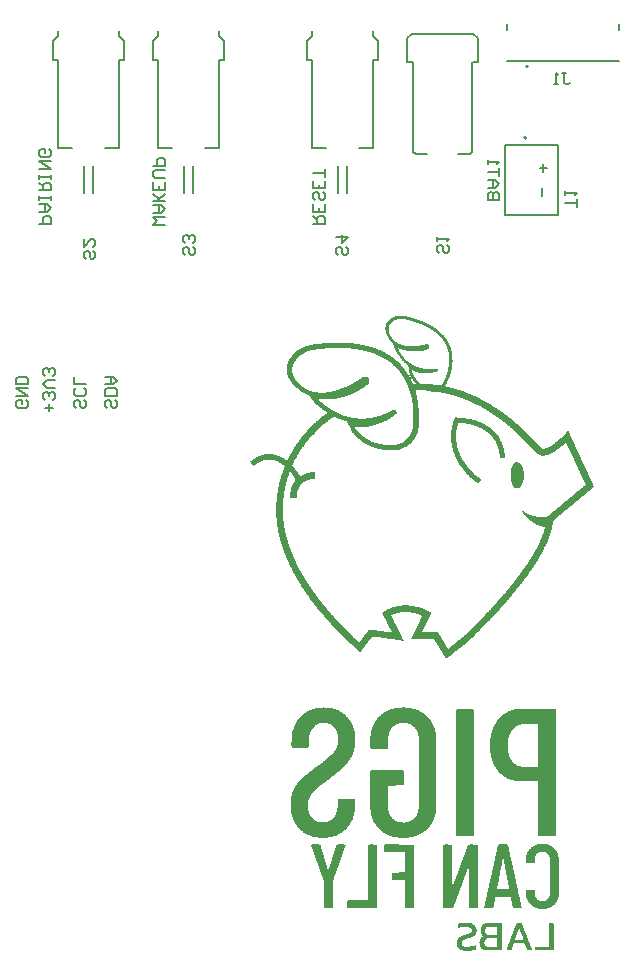
<source format=gbo>
G04*
G04 #@! TF.GenerationSoftware,Altium Limited,Altium Designer,21.8.1 (53)*
G04*
G04 Layer_Color=32896*
%FSLAX24Y24*%
%MOIN*%
G70*
G04*
G04 #@! TF.SameCoordinates,22B1FE7D-4BBE-461E-9046-B7CE90722CBB*
G04*
G04*
G04 #@! TF.FilePolarity,Positive*
G04*
G01*
G75*
%ADD10C,0.0079*%
%ADD16C,0.0050*%
G36*
X17775Y24615D02*
X17781Y24613D01*
X17811Y24610D01*
X17829Y24608D01*
X17849Y24605D01*
X17864Y24601D01*
X17881Y24596D01*
X17889Y24594D01*
X17912Y24589D01*
X17921Y24587D01*
X17929Y24585D01*
X17952Y24578D01*
X17960Y24576D01*
X17992Y24569D01*
X18002Y24567D01*
X18025Y24560D01*
X18056Y24552D01*
X18070Y24548D01*
X18083Y24544D01*
X18098Y24540D01*
X18108Y24538D01*
X18116Y24536D01*
X18162Y24521D01*
X18170Y24519D01*
X18180Y24515D01*
X18206Y24507D01*
X18215Y24503D01*
X18223Y24501D01*
X18278Y24484D01*
X18308Y24472D01*
X18316Y24470D01*
X18340Y24461D01*
X18350Y24457D01*
X18363Y24452D01*
X18382Y24445D01*
X18391Y24441D01*
X18412Y24432D01*
X18423Y24429D01*
X18435Y24424D01*
X18446Y24419D01*
X18455Y24415D01*
X18468Y24410D01*
X18491Y24399D01*
X18509Y24392D01*
X18516Y24389D01*
X18566Y24364D01*
X18579Y24358D01*
X18589Y24354D01*
X18603Y24344D01*
X18622Y24337D01*
X18628Y24334D01*
X18632Y24330D01*
X18636Y24328D01*
X18650Y24322D01*
X18668Y24312D01*
X18672Y24309D01*
X18686Y24303D01*
X18703Y24293D01*
X18729Y24279D01*
X18740Y24270D01*
X18759Y24260D01*
X18766Y24255D01*
X18770Y24251D01*
X18774Y24249D01*
X18792Y24240D01*
X18798Y24234D01*
X18819Y24222D01*
X18827Y24214D01*
X18831Y24212D01*
X18849Y24202D01*
X18857Y24194D01*
X18861Y24192D01*
X18906Y24159D01*
X18930Y24140D01*
X18935Y24135D01*
X18939Y24133D01*
X18950Y24125D01*
X18955Y24120D01*
X18959Y24118D01*
X18963Y24114D01*
X18967Y24112D01*
X18979Y24100D01*
X18983Y24098D01*
X18992Y24088D01*
X18996Y24086D01*
X19004Y24078D01*
X19008Y24076D01*
X19115Y23969D01*
X19117Y23965D01*
X19123Y23959D01*
X19125Y23955D01*
X19137Y23944D01*
X19139Y23940D01*
X19145Y23934D01*
X19147Y23930D01*
X19157Y23920D01*
X19159Y23916D01*
X19164Y23910D01*
X19166Y23906D01*
X19172Y23900D01*
X19174Y23896D01*
X19178Y23892D01*
X19180Y23889D01*
X19188Y23881D01*
X19190Y23877D01*
X19200Y23863D01*
X19202Y23859D01*
X19210Y23851D01*
X19220Y23833D01*
X19227Y23826D01*
X19241Y23800D01*
X19247Y23794D01*
X19259Y23773D01*
X19265Y23767D01*
X19269Y23757D01*
X19279Y23739D01*
X19282Y23735D01*
X19284Y23731D01*
X19288Y23721D01*
X19293Y23709D01*
X19296Y23706D01*
X19298Y23702D01*
X19302Y23698D01*
X19306Y23688D01*
X19311Y23675D01*
X19326Y23643D01*
X19333Y23624D01*
X19341Y23609D01*
X19345Y23595D01*
X19348Y23583D01*
X19358Y23561D01*
X19361Y23550D01*
X19365Y23535D01*
X19372Y23516D01*
X19377Y23503D01*
X19381Y23487D01*
X19386Y23465D01*
X19388Y23457D01*
X19393Y23440D01*
X19397Y23426D01*
X19399Y23413D01*
X19401Y23405D01*
X19403Y23378D01*
X19405Y23366D01*
X19407Y23358D01*
X19409Y23349D01*
X19413Y23325D01*
X19417Y23294D01*
X19419Y23256D01*
X19421Y23235D01*
X19422Y23078D01*
X19420Y23072D01*
X19418Y23035D01*
X19416Y23001D01*
X19414Y22996D01*
X19412Y22966D01*
X19408Y22956D01*
X19405Y22938D01*
X19403Y22922D01*
X19401Y22895D01*
X19399Y22876D01*
X19396Y22863D01*
X19394Y22855D01*
X19389Y22838D01*
X19385Y22822D01*
X19383Y22809D01*
X19381Y22801D01*
X19378Y22782D01*
X19376Y22774D01*
X19371Y22762D01*
X19367Y22748D01*
X19365Y22740D01*
X19363Y22726D01*
X19359Y22710D01*
X19349Y22685D01*
X19345Y22671D01*
X19341Y22650D01*
X19337Y22641D01*
X19332Y22630D01*
X19326Y22610D01*
X19323Y22597D01*
X19317Y22582D01*
X19308Y22561D01*
X19305Y22548D01*
X19301Y22538D01*
X19290Y22518D01*
X19287Y22505D01*
X19285Y22497D01*
X19282Y22487D01*
X19279Y22484D01*
X19277Y22480D01*
X19271Y22466D01*
X19268Y22454D01*
X19261Y22443D01*
X19257Y22439D01*
X19253Y22429D01*
X19250Y22416D01*
X19246Y22406D01*
X19241Y22400D01*
X19237Y22396D01*
X19233Y22382D01*
X19231Y22374D01*
X19222Y22356D01*
X19208Y22331D01*
X19204Y22327D01*
X19202Y22323D01*
X19198Y22319D01*
X19188Y22301D01*
X19180Y22293D01*
X19178Y22289D01*
X19172Y22276D01*
X19174Y22266D01*
X19177Y22263D01*
X19190Y22258D01*
X19201Y22255D01*
X19209Y22253D01*
X19222Y22251D01*
X19241Y22248D01*
X19251Y22246D01*
X19259Y22244D01*
X19282Y22237D01*
X19295Y22233D01*
X19318Y22230D01*
X19328Y22228D01*
X19339Y22226D01*
X19346Y22224D01*
X19366Y22218D01*
X19374Y22216D01*
X19404Y22209D01*
X19412Y22207D01*
X19423Y22204D01*
X19443Y22198D01*
X19466Y22192D01*
X19477Y22189D01*
X19494Y22184D01*
X19508Y22180D01*
X19516Y22178D01*
X19543Y22170D01*
X19563Y22165D01*
X19571Y22163D01*
X19584Y22159D01*
X19594Y22155D01*
X19614Y22149D01*
X19638Y22143D01*
X19657Y22135D01*
X19677Y22129D01*
X19691Y22125D01*
X19709Y22118D01*
X19719Y22114D01*
X19730Y22111D01*
X19746Y22108D01*
X19758Y22103D01*
X19767Y22098D01*
X19777Y22094D01*
X19793Y22090D01*
X19806Y22085D01*
X19814Y22083D01*
X19830Y22076D01*
X19840Y22072D01*
X19848Y22070D01*
X19861Y22065D01*
X19868Y22062D01*
X19885Y22054D01*
X19898Y22051D01*
X19911Y22047D01*
X19933Y22037D01*
X19940Y22035D01*
X19970Y22021D01*
X19978Y22019D01*
X20002Y22010D01*
X20017Y22001D01*
X20028Y21998D01*
X20044Y21992D01*
X20058Y21984D01*
X20072Y21980D01*
X20085Y21975D01*
X20117Y21960D01*
X20127Y21956D01*
X20139Y21948D01*
X20170Y21937D01*
X20173Y21934D01*
X20176Y21932D01*
X20194Y21925D01*
X20207Y21920D01*
X20219Y21912D01*
X20232Y21907D01*
X20241Y21903D01*
X20251Y21897D01*
X20255Y21893D01*
X20265Y21889D01*
X20278Y21884D01*
X20289Y21877D01*
X20310Y21868D01*
X20320Y21864D01*
X20324Y21860D01*
X20328Y21858D01*
X20350Y21848D01*
X20363Y21840D01*
X20367Y21836D01*
X20377Y21832D01*
X20388Y21829D01*
X20399Y21822D01*
X20411Y21814D01*
X20421Y21811D01*
X20431Y21808D01*
X20440Y21799D01*
X20444Y21797D01*
X20454Y21793D01*
X20475Y21781D01*
X20493Y21773D01*
X20503Y21767D01*
X20507Y21763D01*
X20511Y21761D01*
X20525Y21755D01*
X20538Y21748D01*
X20542Y21744D01*
X20572Y21728D01*
X20584Y21720D01*
X20591Y21718D01*
X20610Y21705D01*
X20630Y21695D01*
X20641Y21689D01*
X20658Y21679D01*
X20690Y21659D01*
X20708Y21649D01*
X20721Y21641D01*
X20735Y21632D01*
X20739Y21630D01*
X20753Y21622D01*
X20836Y21568D01*
X20856Y21556D01*
X20887Y21536D01*
X20890Y21533D01*
X20894Y21531D01*
X20906Y21523D01*
X20910Y21521D01*
X20914Y21517D01*
X20918Y21515D01*
X20930Y21508D01*
X20934Y21506D01*
X20961Y21486D01*
X20965Y21484D01*
X20971Y21478D01*
X20975Y21476D01*
X20979Y21472D01*
X21001Y21460D01*
X21007Y21454D01*
X21010Y21453D01*
X21024Y21443D01*
X21030Y21437D01*
X21034Y21435D01*
X21048Y21427D01*
X21052Y21423D01*
X21056Y21421D01*
X21062Y21415D01*
X21075Y21407D01*
X21081Y21401D01*
X21085Y21399D01*
X21089Y21395D01*
X21093Y21394D01*
X21104Y21385D01*
X21107Y21382D01*
X21111Y21380D01*
X21125Y21372D01*
X21135Y21363D01*
X21138Y21360D01*
X21142Y21358D01*
X21160Y21344D01*
X21164Y21340D01*
X21168Y21338D01*
X21185Y21325D01*
X21199Y21315D01*
X21203Y21313D01*
X21209Y21307D01*
X21213Y21305D01*
X21217Y21301D01*
X21221Y21299D01*
X21232Y21290D01*
X21239Y21283D01*
X21243Y21281D01*
X21253Y21273D01*
X21258Y21268D01*
X21262Y21266D01*
X21287Y21247D01*
X21294Y21242D01*
X21298Y21238D01*
X21302Y21236D01*
X21311Y21226D01*
X21315Y21224D01*
X21319Y21220D01*
X21323Y21218D01*
X21333Y21209D01*
X21337Y21207D01*
X21348Y21198D01*
X21355Y21191D01*
X21359Y21189D01*
X21369Y21180D01*
X21372Y21177D01*
X21376Y21175D01*
X21380Y21171D01*
X21384Y21169D01*
X21396Y21157D01*
X21400Y21156D01*
X21406Y21150D01*
X21410Y21148D01*
X21418Y21140D01*
X21422Y21138D01*
X21425Y21134D01*
X21429Y21132D01*
X21433Y21128D01*
X21437Y21126D01*
X21447Y21116D01*
X21451Y21114D01*
X21457Y21108D01*
X21461Y21106D01*
X21465Y21100D01*
X21469Y21098D01*
X21475Y21093D01*
X21479Y21091D01*
X21488Y21081D01*
X21492Y21079D01*
X21500Y21071D01*
X21504Y21069D01*
X21514Y21059D01*
X21518Y21057D01*
X21532Y21043D01*
X21536Y21041D01*
X21545Y21032D01*
X21549Y21030D01*
X21557Y21022D01*
X21561Y21020D01*
X21573Y21008D01*
X21577Y21006D01*
X21587Y20996D01*
X21591Y20994D01*
X21601Y20984D01*
X21604Y20982D01*
X21612Y20975D01*
X21616Y20973D01*
X21626Y20963D01*
X21630Y20961D01*
X21658Y20933D01*
X21661Y20931D01*
X21667Y20925D01*
X21671Y20923D01*
X21675Y20919D01*
X21679Y20918D01*
X21684Y20913D01*
X21686Y20909D01*
X21691Y20904D01*
X21695Y20902D01*
X21706Y20891D01*
X21708Y20887D01*
X21715Y20882D01*
X21719Y20878D01*
X21722Y20876D01*
X21728Y20870D01*
X21732Y20868D01*
X21789Y20811D01*
X21793Y20809D01*
X21804Y20800D01*
X21807Y20798D01*
X21810Y20797D01*
X21811Y20794D01*
X21815Y20792D01*
X21820Y20787D01*
X21822Y20783D01*
X21833Y20772D01*
X21837Y20770D01*
X21839Y20767D01*
X21841Y20763D01*
X21973Y20631D01*
X21975Y20627D01*
X21982Y20622D01*
X21993Y20612D01*
X21994Y20609D01*
X21998Y20607D01*
X22011Y20594D01*
X22013Y20590D01*
X22016Y20587D01*
X22019Y20585D01*
X22028Y20576D01*
X22030Y20572D01*
X22035Y20567D01*
X22039Y20565D01*
X22046Y20559D01*
X22048Y20555D01*
X22055Y20548D01*
X22059Y20546D01*
X22068Y20537D01*
X22070Y20533D01*
X22075Y20528D01*
X22078Y20526D01*
X22085Y20519D01*
X22087Y20515D01*
X22092Y20510D01*
X22096Y20508D01*
X22105Y20500D01*
X22107Y20496D01*
X22112Y20491D01*
X22116Y20489D01*
X22119Y20486D01*
X22121Y20482D01*
X22135Y20468D01*
X22136Y20464D01*
X22142Y20458D01*
X22144Y20454D01*
X22208Y20390D01*
X22212Y20388D01*
X22217Y20382D01*
X22233Y20366D01*
X22235Y20362D01*
X22241Y20356D01*
X22243Y20352D01*
X22261Y20333D01*
X22265Y20331D01*
X22270Y20324D01*
X22279Y20316D01*
X22283Y20314D01*
X22288Y20309D01*
X22290Y20305D01*
X22297Y20298D01*
X22301Y20296D01*
X22312Y20285D01*
X22313Y20282D01*
X22316Y20280D01*
X22327Y20269D01*
X22329Y20265D01*
X22332Y20263D01*
X22336Y20261D01*
X22347Y20250D01*
X22348Y20247D01*
X22352Y20245D01*
X22365Y20232D01*
X22367Y20228D01*
X22372Y20223D01*
X22375Y20221D01*
X22386Y20210D01*
X22387Y20207D01*
X22391Y20205D01*
X22411Y20186D01*
X22421Y20182D01*
X22434Y20178D01*
X22458Y20180D01*
X22464Y20182D01*
X22472Y20184D01*
X22502Y20189D01*
X22518Y20195D01*
X22539Y20204D01*
X22547Y20205D01*
X22559Y20210D01*
X22580Y20221D01*
X22593Y20226D01*
X22613Y20238D01*
X22634Y20248D01*
X22646Y20256D01*
X22676Y20272D01*
X22690Y20280D01*
X22731Y20307D01*
X22742Y20315D01*
X22762Y20326D01*
X22765Y20329D01*
X22769Y20331D01*
X22788Y20344D01*
X22791Y20347D01*
X22794Y20349D01*
X22822Y20369D01*
X22826Y20371D01*
X22844Y20384D01*
X22848Y20388D01*
X22851Y20390D01*
X22855Y20394D01*
X22859Y20396D01*
X22870Y20405D01*
X22898Y20427D01*
X22901Y20430D01*
X22905Y20432D01*
X22909Y20436D01*
X22912Y20438D01*
X22920Y20445D01*
X22924Y20447D01*
X22930Y20453D01*
X22934Y20455D01*
X22950Y20471D01*
X22954Y20473D01*
X22964Y20483D01*
X22968Y20485D01*
X22973Y20491D01*
X22977Y20493D01*
X23009Y20524D01*
X23013Y20526D01*
X23019Y20532D01*
X23023Y20534D01*
X23201Y20712D01*
X23202Y20715D01*
X23206Y20717D01*
X23218Y20730D01*
X23219Y20733D01*
X23223Y20735D01*
X23236Y20747D01*
X23238Y20751D01*
X23241Y20754D01*
X23245Y20756D01*
X23252Y20763D01*
X23254Y20767D01*
X23261Y20774D01*
X23270Y20778D01*
X23284Y20776D01*
X23289Y20771D01*
X23296Y20752D01*
X23308Y20733D01*
X23311Y20722D01*
X23318Y20703D01*
X23323Y20698D01*
X23325Y20694D01*
X23330Y20680D01*
X23333Y20670D01*
X23336Y20663D01*
X23344Y20651D01*
X23348Y20641D01*
X23354Y20625D01*
X23364Y20612D01*
X23368Y20598D01*
X23370Y20590D01*
X23372Y20586D01*
X23384Y20568D01*
X23387Y20555D01*
X23392Y20542D01*
X23395Y20539D01*
X23397Y20535D01*
X23407Y20513D01*
X23415Y20500D01*
X23423Y20482D01*
X23430Y20463D01*
X23433Y20460D01*
X23435Y20456D01*
X23443Y20439D01*
X23447Y20426D01*
X23460Y20401D01*
X23464Y20391D01*
X23474Y20374D01*
X23478Y20364D01*
X23485Y20345D01*
X23493Y20333D01*
X23498Y20321D01*
X23501Y20310D01*
X23510Y20294D01*
X23515Y20283D01*
X23519Y20273D01*
X23533Y20244D01*
X23537Y20234D01*
X23553Y20201D01*
X23558Y20188D01*
X23572Y20159D01*
X23577Y20146D01*
X23592Y20114D01*
X23608Y20081D01*
X23613Y20068D01*
X23627Y20039D01*
X23635Y20022D01*
X23647Y19994D01*
X23663Y19961D01*
X23668Y19948D01*
X23684Y19913D01*
X23694Y19892D01*
X23710Y19858D01*
X23718Y19839D01*
X23745Y19782D01*
X23750Y19769D01*
X23754Y19759D01*
X23763Y19744D01*
X23768Y19731D01*
X23774Y19716D01*
X23783Y19701D01*
X23787Y19691D01*
X23794Y19672D01*
X23804Y19650D01*
X23822Y19612D01*
X23828Y19597D01*
X23836Y19585D01*
X23840Y19575D01*
X23847Y19556D01*
X23856Y19542D01*
X23861Y19529D01*
X23864Y19519D01*
X23875Y19498D01*
X23884Y19474D01*
X23895Y19459D01*
X23898Y19448D01*
X23904Y19432D01*
X23913Y19418D01*
X23918Y19405D01*
X23921Y19395D01*
X23924Y19392D01*
X23926Y19388D01*
X23932Y19374D01*
X23934Y19367D01*
X23946Y19345D01*
X23954Y19327D01*
X23959Y19314D01*
X23967Y19303D01*
X23971Y19293D01*
X23977Y19277D01*
X23989Y19253D01*
X23996Y19234D01*
X24001Y19227D01*
X24011Y19205D01*
X24013Y19197D01*
X24023Y19182D01*
X24031Y19162D01*
X24046Y19129D01*
X24051Y19116D01*
X24060Y19103D01*
X24064Y19093D01*
X24071Y19074D01*
X24080Y19060D01*
X24084Y19050D01*
X24091Y19031D01*
X24101Y19011D01*
X24106Y18998D01*
X24117Y18979D01*
X24121Y18965D01*
X24126Y18953D01*
X24129Y18950D01*
X24131Y18946D01*
X24135Y18942D01*
X24137Y18934D01*
X24135Y18916D01*
X24124Y18905D01*
X24120Y18903D01*
X24107Y18895D01*
X24105Y18891D01*
X24102Y18888D01*
X24099Y18886D01*
X24095Y18882D01*
X24091Y18880D01*
X24077Y18866D01*
X24073Y18864D01*
X24067Y18858D01*
X24064Y18857D01*
X24063Y18854D01*
X24059Y18852D01*
X24055Y18848D01*
X24051Y18846D01*
X24036Y18831D01*
X24032Y18829D01*
X24028Y18825D01*
X24024Y18823D01*
X24012Y18811D01*
X23998Y18803D01*
X23984Y18789D01*
X23981Y18787D01*
X23972Y18780D01*
X23970Y18777D01*
X23967Y18774D01*
X23963Y18772D01*
X23959Y18768D01*
X23955Y18766D01*
X23947Y18758D01*
X23943Y18756D01*
X23937Y18750D01*
X23933Y18748D01*
X23920Y18734D01*
X23916Y18732D01*
X23904Y18720D01*
X23900Y18718D01*
X23886Y18709D01*
X23882Y18707D01*
X23868Y18693D01*
X23864Y18691D01*
X23851Y18677D01*
X23847Y18675D01*
X23836Y18666D01*
X23831Y18661D01*
X23827Y18659D01*
X23815Y18648D01*
X23811Y18646D01*
X23805Y18640D01*
X23802Y18638D01*
X23794Y18630D01*
X23790Y18628D01*
X23784Y18622D01*
X23780Y18620D01*
X23776Y18616D01*
X23772Y18614D01*
X23762Y18604D01*
X23758Y18602D01*
X23750Y18595D01*
X23746Y18593D01*
X23737Y18583D01*
X23733Y18581D01*
X23727Y18575D01*
X23723Y18573D01*
X23715Y18565D01*
X23711Y18563D01*
X23697Y18549D01*
X23693Y18547D01*
X23689Y18543D01*
X23685Y18541D01*
X23682Y18538D01*
X23678Y18536D01*
X23670Y18528D01*
X23666Y18526D01*
X23660Y18520D01*
X23656Y18518D01*
X23644Y18506D01*
X23640Y18504D01*
X23630Y18494D01*
X23626Y18492D01*
X23623Y18488D01*
X23619Y18486D01*
X23605Y18473D01*
X23601Y18471D01*
X23595Y18465D01*
X23591Y18463D01*
X23581Y18453D01*
X23577Y18451D01*
X23560Y18437D01*
X23554Y18431D01*
X23550Y18429D01*
X23546Y18425D01*
X23542Y18423D01*
X23537Y18419D01*
X23536Y18416D01*
X23532Y18414D01*
X23526Y18408D01*
X23522Y18406D01*
X23512Y18396D01*
X23508Y18394D01*
X23498Y18385D01*
X23489Y18376D01*
X23485Y18374D01*
X23471Y18361D01*
X23467Y18359D01*
X23453Y18349D01*
X23449Y18347D01*
X23438Y18335D01*
X23434Y18333D01*
X23418Y18317D01*
X23414Y18315D01*
X23403Y18306D01*
X23396Y18300D01*
X23392Y18298D01*
X23377Y18282D01*
X23373Y18280D01*
X23362Y18271D01*
X23353Y18262D01*
X23339Y18254D01*
X23327Y18242D01*
X23324Y18241D01*
X23320Y18237D01*
X23316Y18235D01*
X23311Y18230D01*
X23309Y18226D01*
X23302Y18221D01*
X23291Y18212D01*
X23288Y18209D01*
X23284Y18207D01*
X23280Y18203D01*
X23276Y18201D01*
X23261Y18185D01*
X23257Y18183D01*
X23245Y18172D01*
X23241Y18170D01*
X23223Y18156D01*
X23217Y18150D01*
X23213Y18148D01*
X23207Y18142D01*
X23204Y18140D01*
X23190Y18126D01*
X23186Y18124D01*
X23174Y18113D01*
X23170Y18111D01*
X23162Y18103D01*
X23158Y18101D01*
X23150Y18093D01*
X23147Y18091D01*
X23143Y18087D01*
X23139Y18085D01*
X23129Y18075D01*
X23125Y18073D01*
X23119Y18067D01*
X23115Y18065D01*
X23105Y18056D01*
X23101Y18054D01*
X23095Y18048D01*
X23091Y18046D01*
X23080Y18034D01*
X23076Y18032D01*
X23072Y18028D01*
X23068Y18026D01*
X23056Y18014D01*
X23052Y18012D01*
X23044Y18004D01*
X23040Y18003D01*
X23034Y17997D01*
X23030Y17995D01*
X23027Y17991D01*
X23023Y17989D01*
X23013Y17979D01*
X23009Y17977D01*
X23003Y17971D01*
X22999Y17969D01*
X22987Y17957D01*
X22983Y17955D01*
X22972Y17946D01*
X22966Y17940D01*
X22962Y17938D01*
X22958Y17934D01*
X22954Y17932D01*
X22942Y17920D01*
X22938Y17918D01*
X22930Y17910D01*
X22926Y17908D01*
X22920Y17902D01*
X22916Y17900D01*
X22912Y17896D01*
X22909Y17894D01*
X22897Y17883D01*
X22893Y17881D01*
X22889Y17877D01*
X22885Y17875D01*
X22875Y17865D01*
X22871Y17863D01*
X22867Y17859D01*
X22863Y17857D01*
X22851Y17845D01*
X22848Y17843D01*
X22834Y17829D01*
X22830Y17827D01*
X22819Y17819D01*
X22812Y17812D01*
X22808Y17810D01*
X22804Y17806D01*
X22800Y17804D01*
X22790Y17795D01*
X22772Y17777D01*
X22768Y17764D01*
X22766Y17732D01*
X22764Y17726D01*
X22762Y17685D01*
X22760Y17679D01*
X22758Y17653D01*
X22754Y17644D01*
X22748Y17620D01*
X22746Y17600D01*
X22741Y17570D01*
X22739Y17562D01*
X22731Y17533D01*
X22727Y17510D01*
X22725Y17502D01*
X22722Y17487D01*
X22716Y17471D01*
X22711Y17455D01*
X22704Y17424D01*
X22698Y17408D01*
X22691Y17386D01*
X22686Y17363D01*
X22682Y17353D01*
X22673Y17333D01*
X22672Y17325D01*
X22669Y17312D01*
X22667Y17304D01*
X22656Y17280D01*
X22654Y17272D01*
X22651Y17261D01*
X22647Y17251D01*
X22638Y17230D01*
X22625Y17194D01*
X22616Y17173D01*
X22614Y17166D01*
X22610Y17153D01*
X22601Y17138D01*
X22598Y17125D01*
X22592Y17110D01*
X22579Y17081D01*
X22574Y17068D01*
X22559Y17036D01*
X22552Y17018D01*
X22550Y17014D01*
X22542Y16996D01*
X22522Y16955D01*
X22516Y16941D01*
X22471Y16849D01*
X22449Y16808D01*
X22434Y16778D01*
X22414Y16741D01*
X22406Y16729D01*
X22400Y16715D01*
X22390Y16697D01*
X22382Y16686D01*
X22380Y16678D01*
X22376Y16674D01*
X22374Y16670D01*
X22365Y16654D01*
X22353Y16633D01*
X22339Y16607D01*
X22335Y16603D01*
X22333Y16599D01*
X22317Y16570D01*
X22314Y16566D01*
X22302Y16544D01*
X22296Y16538D01*
X22294Y16534D01*
X22288Y16520D01*
X22286Y16516D01*
X22277Y16506D01*
X22262Y16479D01*
X22255Y16467D01*
X22245Y16450D01*
X22239Y16444D01*
X22227Y16422D01*
X22217Y16408D01*
X22207Y16391D01*
X22203Y16387D01*
X22201Y16383D01*
X22192Y16365D01*
X22183Y16354D01*
X22174Y16339D01*
X22172Y16336D01*
X22166Y16330D01*
X22164Y16326D01*
X22154Y16308D01*
X22140Y16288D01*
X22135Y16279D01*
X22126Y16268D01*
X22114Y16248D01*
X22111Y16245D01*
X22109Y16241D01*
X22092Y16217D01*
X22089Y16214D01*
X22079Y16196D01*
X22066Y16176D01*
X22064Y16172D01*
X22026Y16119D01*
X22024Y16115D01*
X22008Y16091D01*
X22007Y16090D01*
X22001Y16084D01*
X21999Y16080D01*
X21989Y16066D01*
X21987Y16062D01*
X21973Y16042D01*
X21971Y16039D01*
X21967Y16035D01*
X21965Y16031D01*
X21947Y16006D01*
X21931Y15982D01*
X21926Y15976D01*
X21907Y15951D01*
X21899Y15939D01*
X21897Y15936D01*
X21895Y15932D01*
X21846Y15866D01*
X21832Y15846D01*
X21830Y15842D01*
X21824Y15836D01*
X21822Y15832D01*
X21818Y15828D01*
X21816Y15824D01*
X21807Y15813D01*
X21802Y15806D01*
X21788Y15789D01*
X21760Y15750D01*
X21755Y15743D01*
X21749Y15738D01*
X21747Y15734D01*
X21741Y15728D01*
X21739Y15724D01*
X21730Y15713D01*
X21727Y15710D01*
X21725Y15706D01*
X21698Y15671D01*
X21694Y15667D01*
X21692Y15663D01*
X21688Y15659D01*
X21686Y15655D01*
X21680Y15649D01*
X21678Y15645D01*
X21670Y15637D01*
X21668Y15633D01*
X21655Y15616D01*
X21651Y15612D01*
X21649Y15608D01*
X21645Y15604D01*
X21643Y15600D01*
X21635Y15592D01*
X21633Y15588D01*
X21624Y15577D01*
X21617Y15570D01*
X21615Y15566D01*
X21611Y15563D01*
X21609Y15559D01*
X21601Y15548D01*
X21598Y15545D01*
X21596Y15541D01*
X21592Y15537D01*
X21590Y15533D01*
X21584Y15527D01*
X21582Y15523D01*
X21574Y15515D01*
X21572Y15511D01*
X21563Y15501D01*
X21556Y15494D01*
X21554Y15490D01*
X21542Y15478D01*
X21541Y15474D01*
X21532Y15463D01*
X21525Y15456D01*
X21523Y15452D01*
X21519Y15448D01*
X21517Y15445D01*
X21508Y15434D01*
X21503Y15429D01*
X21501Y15425D01*
X21497Y15421D01*
X21495Y15417D01*
X21485Y15407D01*
X21483Y15403D01*
X21480Y15399D01*
X21478Y15395D01*
X21466Y15384D01*
X21464Y15380D01*
X21455Y15369D01*
X21446Y15360D01*
X21444Y15356D01*
X21430Y15338D01*
X21426Y15334D01*
X21424Y15330D01*
X21419Y15325D01*
X21417Y15321D01*
X21405Y15309D01*
X21403Y15305D01*
X21394Y15294D01*
X21389Y15289D01*
X21387Y15285D01*
X21379Y15277D01*
X21377Y15273D01*
X21369Y15266D01*
X21367Y15262D01*
X21358Y15252D01*
X21356Y15248D01*
X21350Y15242D01*
X21348Y15238D01*
X21344Y15234D01*
X21342Y15230D01*
X21328Y15216D01*
X21326Y15212D01*
X21316Y15203D01*
X21314Y15199D01*
X21308Y15193D01*
X21306Y15189D01*
X21303Y15185D01*
X21301Y15181D01*
X21293Y15173D01*
X21291Y15169D01*
X21273Y15151D01*
X21271Y15148D01*
X21267Y15144D01*
X21265Y15140D01*
X21249Y15124D01*
X21247Y15120D01*
X21240Y15112D01*
X21238Y15108D01*
X21228Y15098D01*
X21226Y15094D01*
X21214Y15083D01*
X21212Y15079D01*
X21200Y15067D01*
X21198Y15063D01*
X21192Y15057D01*
X21190Y15053D01*
X21177Y15039D01*
X21175Y15035D01*
X21159Y15020D01*
X21157Y15016D01*
X21147Y15006D01*
X21145Y15002D01*
X21126Y14982D01*
X21124Y14978D01*
X21118Y14972D01*
X21116Y14969D01*
X21090Y14943D01*
X21088Y14939D01*
X21084Y14935D01*
X21082Y14931D01*
X21078Y14927D01*
X21076Y14923D01*
X21073Y14920D01*
X21069Y14918D01*
X21063Y14911D01*
X21061Y14908D01*
X21049Y14896D01*
X21047Y14892D01*
X21038Y14881D01*
X21034Y14879D01*
X21025Y14870D01*
X21023Y14866D01*
X21020Y14863D01*
X21016Y14861D01*
X21009Y14854D01*
X21004Y14845D01*
X20972Y14813D01*
X20970Y14809D01*
X20961Y14798D01*
X20958Y14795D01*
X20956Y14792D01*
X20925Y14760D01*
X20923Y14756D01*
X20915Y14748D01*
X20913Y14744D01*
X20904Y14733D01*
X20898Y14728D01*
X20895Y14727D01*
X20893Y14723D01*
X20874Y14703D01*
X20872Y14699D01*
X20862Y14689D01*
X20860Y14685D01*
X20821Y14646D01*
X20819Y14642D01*
X20815Y14638D01*
X20813Y14634D01*
X20803Y14624D01*
X20801Y14620D01*
X20796Y14615D01*
X20792Y14613D01*
X20783Y14605D01*
X20781Y14601D01*
X20774Y14594D01*
X20770Y14592D01*
X20766Y14587D01*
X20764Y14583D01*
X20752Y14571D01*
X20750Y14567D01*
X20744Y14561D01*
X20742Y14557D01*
X20683Y14498D01*
X20681Y14494D01*
X20673Y14487D01*
X20671Y14483D01*
X20642Y14453D01*
X20641Y14450D01*
X20637Y14448D01*
X20626Y14437D01*
X20624Y14434D01*
X20621Y14431D01*
X20617Y14429D01*
X20587Y14398D01*
X20586Y14395D01*
X20583Y14394D01*
X20581Y14390D01*
X20575Y14384D01*
X20573Y14380D01*
X20569Y14376D01*
X20568Y14374D01*
X20564Y14372D01*
X20553Y14361D01*
X20551Y14357D01*
X20548Y14354D01*
X20544Y14352D01*
X20535Y14343D01*
X20533Y14339D01*
X20529Y14334D01*
X20525Y14332D01*
X20516Y14323D01*
X20514Y14319D01*
X20511Y14316D01*
X20507Y14315D01*
X20496Y14304D01*
X20494Y14300D01*
X20487Y14295D01*
X20476Y14284D01*
X20474Y14280D01*
X20468Y14275D01*
X20457Y14264D01*
X20456Y14261D01*
X20452Y14259D01*
X20402Y14209D01*
X20400Y14205D01*
X20397Y14200D01*
X20393Y14198D01*
X20388Y14194D01*
X20386Y14190D01*
X20327Y14131D01*
X20325Y14127D01*
X20318Y14122D01*
X20307Y14111D01*
X20305Y14107D01*
X20298Y14102D01*
X20290Y14093D01*
X20288Y14089D01*
X20283Y14084D01*
X20279Y14082D01*
X20274Y14078D01*
X20272Y14074D01*
X20263Y14065D01*
X20259Y14063D01*
X20254Y14058D01*
X20252Y14054D01*
X20245Y14047D01*
X20241Y14045D01*
X20228Y14031D01*
X20224Y14029D01*
X20220Y14025D01*
X20216Y14023D01*
X20213Y14020D01*
X20211Y14017D01*
X20204Y14010D01*
X20200Y14008D01*
X20197Y14005D01*
X20195Y14001D01*
X20184Y13990D01*
X20180Y13988D01*
X20177Y13985D01*
X20175Y13981D01*
X20143Y13949D01*
X20140Y13948D01*
X20138Y13944D01*
X20110Y13915D01*
X20106Y13913D01*
X20101Y13906D01*
X20070Y13876D01*
X20066Y13874D01*
X20055Y13862D01*
X20051Y13860D01*
X20035Y13844D01*
X20031Y13842D01*
X20020Y13832D01*
X20019Y13829D01*
X20015Y13827D01*
X19985Y13796D01*
X19984Y13793D01*
X19981Y13792D01*
X19980Y13789D01*
X19976Y13787D01*
X19970Y13781D01*
X19966Y13780D01*
X19952Y13766D01*
X19948Y13764D01*
X19931Y13746D01*
X19927Y13744D01*
X19909Y13726D01*
X19905Y13724D01*
X19895Y13715D01*
X19891Y13713D01*
X19874Y13699D01*
X19866Y13691D01*
X19852Y13683D01*
X19844Y13675D01*
X19840Y13673D01*
X19822Y13660D01*
X19798Y13641D01*
X19791Y13634D01*
X19781Y13628D01*
X19773Y13620D01*
X19769Y13618D01*
X19752Y13604D01*
X19748Y13601D01*
X19744Y13599D01*
X19726Y13585D01*
X19720Y13579D01*
X19716Y13577D01*
X19705Y13568D01*
X19700Y13563D01*
X19697Y13561D01*
X19693Y13557D01*
X19689Y13555D01*
X19681Y13547D01*
X19677Y13545D01*
X19673Y13542D01*
X19669Y13540D01*
X19651Y13526D01*
X19645Y13520D01*
X19641Y13518D01*
X19631Y13509D01*
X19628Y13506D01*
X19624Y13504D01*
X19606Y13490D01*
X19602Y13486D01*
X19598Y13484D01*
X19594Y13481D01*
X19590Y13479D01*
X19582Y13471D01*
X19579Y13469D01*
X19575Y13465D01*
X19571Y13463D01*
X19567Y13459D01*
X19563Y13457D01*
X19557Y13451D01*
X19553Y13449D01*
X19549Y13445D01*
X19545Y13443D01*
X19541Y13439D01*
X19537Y13437D01*
X19529Y13429D01*
X19525Y13427D01*
X19521Y13424D01*
X19518Y13422D01*
X19510Y13414D01*
X19506Y13412D01*
X19488Y13398D01*
X19484Y13394D01*
X19480Y13392D01*
X19474Y13386D01*
X19470Y13384D01*
X19466Y13380D01*
X19462Y13378D01*
X19459Y13374D01*
X19455Y13372D01*
X19451Y13368D01*
X19447Y13366D01*
X19436Y13358D01*
X19424Y13350D01*
X19417Y13343D01*
X19413Y13341D01*
X19409Y13337D01*
X19405Y13335D01*
X19401Y13331D01*
X19398Y13329D01*
X19392Y13323D01*
X19388Y13321D01*
X19380Y13313D01*
X19376Y13311D01*
X19372Y13307D01*
X19368Y13305D01*
X19364Y13302D01*
X19360Y13300D01*
X19342Y13286D01*
X19339Y13282D01*
X19335Y13280D01*
X19331Y13276D01*
X19327Y13274D01*
X19323Y13270D01*
X19319Y13268D01*
X19315Y13264D01*
X19311Y13262D01*
X19303Y13254D01*
X19299Y13252D01*
X19295Y13248D01*
X19291Y13246D01*
X19285Y13241D01*
X19282Y13239D01*
X19243Y13210D01*
X19238Y13205D01*
X19234Y13203D01*
X19228Y13197D01*
X19219Y13193D01*
X19209Y13191D01*
X19198Y13198D01*
X19184Y13224D01*
X19180Y13228D01*
X19166Y13253D01*
X19162Y13257D01*
X19161Y13261D01*
X19151Y13279D01*
X19141Y13293D01*
X19129Y13314D01*
X19121Y13326D01*
X19111Y13344D01*
X19103Y13356D01*
X19092Y13377D01*
X19088Y13381D01*
X19076Y13403D01*
X19068Y13415D01*
X19056Y13436D01*
X19048Y13448D01*
X19039Y13466D01*
X19029Y13480D01*
X19017Y13501D01*
X19007Y13517D01*
X18999Y13531D01*
X18987Y13552D01*
X18978Y13566D01*
X18976Y13570D01*
X18968Y13584D01*
X18958Y13600D01*
X18948Y13617D01*
X18938Y13633D01*
X18928Y13651D01*
X18919Y13666D01*
X18917Y13670D01*
X18909Y13682D01*
X18897Y13704D01*
X18889Y13716D01*
X18887Y13720D01*
X18879Y13733D01*
X18869Y13749D01*
X18867Y13753D01*
X18854Y13775D01*
X18852Y13779D01*
X18842Y13796D01*
X18834Y13808D01*
X18826Y13822D01*
X18815Y13833D01*
X18806Y13837D01*
X18786Y13839D01*
X18055Y13838D01*
X18048Y13840D01*
X18045Y13843D01*
X18043Y13857D01*
X18073Y13914D01*
X18081Y13932D01*
X18091Y13950D01*
X18100Y13971D01*
X18102Y13975D01*
X18112Y13991D01*
X18120Y14011D01*
X18122Y14015D01*
X18130Y14026D01*
X18134Y14036D01*
X18150Y14066D01*
X18157Y14085D01*
X18159Y14089D01*
X18169Y14103D01*
X18176Y14122D01*
X18186Y14137D01*
X18191Y14150D01*
X18195Y14160D01*
X18205Y14174D01*
X18210Y14187D01*
X18213Y14196D01*
X18223Y14212D01*
X18231Y14232D01*
X18246Y14260D01*
X18268Y14306D01*
X18417Y14607D01*
X18411Y14616D01*
X18383Y14631D01*
X18373Y14635D01*
X18362Y14638D01*
X18354Y14640D01*
X18322Y14655D01*
X18307Y14658D01*
X18291Y14664D01*
X18280Y14669D01*
X18267Y14672D01*
X18244Y14677D01*
X18236Y14679D01*
X18219Y14686D01*
X18206Y14690D01*
X18198Y14692D01*
X18179Y14695D01*
X18171Y14697D01*
X18160Y14700D01*
X18133Y14708D01*
X18125Y14710D01*
X18087Y14715D01*
X18079Y14717D01*
X18049Y14723D01*
X18041Y14725D01*
X18032Y14727D01*
X18014Y14729D01*
X17978Y14731D01*
X17961Y14732D01*
X17914Y14734D01*
X17906Y14736D01*
X17890Y14738D01*
X17822Y14739D01*
X17816Y14737D01*
X17795Y14734D01*
X17760Y14732D01*
X17735Y14731D01*
X17701Y14729D01*
X17685Y14727D01*
X17674Y14725D01*
X17664Y14723D01*
X17653Y14720D01*
X17637Y14716D01*
X17614Y14712D01*
X17595Y14709D01*
X17587Y14707D01*
X17553Y14696D01*
X17545Y14694D01*
X17530Y14691D01*
X17522Y14689D01*
X17506Y14683D01*
X17496Y14678D01*
X17472Y14672D01*
X17459Y14668D01*
X17435Y14657D01*
X17427Y14655D01*
X17414Y14650D01*
X17399Y14641D01*
X17385Y14633D01*
X17380Y14628D01*
X17382Y14613D01*
X17394Y14591D01*
X17404Y14569D01*
X17412Y14555D01*
X17424Y14530D01*
X17430Y14520D01*
X17441Y14494D01*
X17443Y14491D01*
X17453Y14477D01*
X17460Y14458D01*
X17463Y14451D01*
X17473Y14437D01*
X17475Y14430D01*
X17487Y14408D01*
X17497Y14386D01*
X17504Y14373D01*
X17510Y14363D01*
X17515Y14350D01*
X17519Y14340D01*
X17524Y14335D01*
X17526Y14331D01*
X17532Y14317D01*
X17537Y14305D01*
X17540Y14302D01*
X17542Y14298D01*
X17546Y14294D01*
X17550Y14284D01*
X17555Y14271D01*
X17561Y14260D01*
X17569Y14243D01*
X17581Y14221D01*
X17589Y14203D01*
X17599Y14186D01*
X17607Y14168D01*
X17618Y14146D01*
X17626Y14129D01*
X17636Y14111D01*
X17644Y14093D01*
X17656Y14072D01*
X17664Y14054D01*
X17674Y14036D01*
X17681Y14018D01*
X17695Y13993D01*
X17701Y13979D01*
X17788Y13808D01*
X17792Y13798D01*
X17790Y13790D01*
X17785Y13785D01*
X17769Y13781D01*
X17755Y13783D01*
X17732Y13787D01*
X17688Y13795D01*
X17680Y13797D01*
X17654Y13800D01*
X17630Y13802D01*
X17622Y13804D01*
X17591Y13808D01*
X17583Y13810D01*
X17573Y13812D01*
X17517Y13819D01*
X17496Y13821D01*
X17490Y13823D01*
X17476Y13825D01*
X17456Y13827D01*
X17450Y13829D01*
X17437Y13831D01*
X17429Y13833D01*
X17367Y13839D01*
X17359Y13841D01*
X17347Y13843D01*
X17329Y13845D01*
X17310Y13849D01*
X17292Y13851D01*
X17260Y13855D01*
X17243Y13857D01*
X17219Y13861D01*
X17203Y13863D01*
X17180Y13867D01*
X17164Y13869D01*
X17152Y13871D01*
X17133Y13873D01*
X17109Y13877D01*
X17093Y13879D01*
X17068Y13883D01*
X17056Y13885D01*
X17009Y13891D01*
X16991Y13893D01*
X16983Y13895D01*
X16973Y13897D01*
X16954Y13899D01*
X16944Y13900D01*
X16917Y13903D01*
X16909Y13905D01*
X16887Y13908D01*
X16863Y13910D01*
X16855Y13912D01*
X16844Y13915D01*
X16825Y13917D01*
X16808Y13920D01*
X16792Y13922D01*
X16773Y13924D01*
X16748Y13925D01*
X16730Y13911D01*
X16727Y13908D01*
X16725Y13904D01*
X16707Y13880D01*
X16704Y13877D01*
X16702Y13873D01*
X16678Y13841D01*
X16660Y13817D01*
X16655Y13810D01*
X16649Y13804D01*
X16647Y13800D01*
X16633Y13782D01*
X16614Y13758D01*
X16606Y13746D01*
X16604Y13743D01*
X16602Y13739D01*
X16596Y13733D01*
X16594Y13729D01*
X16590Y13725D01*
X16588Y13721D01*
X16574Y13704D01*
X16564Y13690D01*
X16562Y13686D01*
X16556Y13680D01*
X16554Y13676D01*
X16550Y13672D01*
X16548Y13668D01*
X16540Y13658D01*
X16533Y13649D01*
X16531Y13645D01*
X16522Y13634D01*
X16519Y13631D01*
X16517Y13627D01*
X16513Y13623D01*
X16507Y13613D01*
X16484Y13582D01*
X16480Y13578D01*
X16478Y13574D01*
X16474Y13570D01*
X16472Y13566D01*
X16463Y13555D01*
X16460Y13552D01*
X16458Y13548D01*
X16445Y13530D01*
X16440Y13525D01*
X16438Y13521D01*
X16434Y13517D01*
X16432Y13513D01*
X16424Y13502D01*
X16419Y13497D01*
X16417Y13493D01*
X16408Y13483D01*
X16403Y13478D01*
X16401Y13474D01*
X16391Y13460D01*
X16387Y13456D01*
X16385Y13452D01*
X16381Y13448D01*
X16379Y13444D01*
X16366Y13426D01*
X16353Y13410D01*
X16345Y13408D01*
X16331Y13416D01*
X16319Y13427D01*
X16315Y13429D01*
X16306Y13439D01*
X16302Y13441D01*
X16296Y13447D01*
X16292Y13449D01*
X16287Y13454D01*
X16285Y13458D01*
X16278Y13465D01*
X16274Y13467D01*
X16258Y13483D01*
X16254Y13484D01*
X16248Y13490D01*
X16246Y13491D01*
X16244Y13495D01*
X16241Y13498D01*
X16237Y13500D01*
X16226Y13511D01*
X16224Y13515D01*
X16221Y13518D01*
X16217Y13520D01*
X16206Y13529D01*
X16197Y13538D01*
X16193Y13540D01*
X16186Y13547D01*
X16182Y13549D01*
X16179Y13552D01*
X16177Y13556D01*
X16168Y13565D01*
X16164Y13567D01*
X16154Y13577D01*
X16150Y13579D01*
X16146Y13583D01*
X16142Y13585D01*
X16135Y13592D01*
X16133Y13596D01*
X16130Y13599D01*
X16127Y13601D01*
X16118Y13609D01*
X16117Y13612D01*
X16113Y13614D01*
X16105Y13622D01*
X16101Y13624D01*
X16089Y13636D01*
X16085Y13638D01*
X16078Y13645D01*
X16076Y13649D01*
X16071Y13654D01*
X16068Y13656D01*
X16061Y13662D01*
X16059Y13666D01*
X16052Y13671D01*
X16041Y13680D01*
X16034Y13687D01*
X16030Y13689D01*
X16019Y13700D01*
X16017Y13704D01*
X16014Y13707D01*
X16010Y13709D01*
X15983Y13736D01*
X15979Y13738D01*
X15973Y13744D01*
X15969Y13746D01*
X15908Y13807D01*
X15904Y13809D01*
X15896Y13817D01*
X15892Y13819D01*
X15843Y13868D01*
X15840Y13869D01*
X15838Y13873D01*
X15828Y13884D01*
X15824Y13886D01*
X15819Y13891D01*
X15817Y13895D01*
X15812Y13899D01*
X15808Y13901D01*
X15799Y13910D01*
X15797Y13914D01*
X15794Y13917D01*
X15790Y13919D01*
X15755Y13955D01*
X15751Y13957D01*
X15747Y13960D01*
X15743Y13962D01*
X15635Y14071D01*
X15631Y14073D01*
X15628Y14076D01*
X15626Y14079D01*
X15622Y14083D01*
X15620Y14087D01*
X15610Y14097D01*
X15608Y14101D01*
X15597Y14112D01*
X15594Y14114D01*
X15589Y14121D01*
X15482Y14227D01*
X15480Y14231D01*
X15476Y14235D01*
X15474Y14239D01*
X15471Y14243D01*
X15469Y14247D01*
X15408Y14308D01*
X15406Y14312D01*
X15400Y14317D01*
X15398Y14321D01*
X15376Y14343D01*
X15374Y14347D01*
X15371Y14350D01*
X15367Y14352D01*
X15364Y14355D01*
X15362Y14359D01*
X15349Y14373D01*
X15347Y14376D01*
X15333Y14390D01*
X15331Y14394D01*
X15303Y14422D01*
X15301Y14426D01*
X15292Y14435D01*
X15290Y14439D01*
X15262Y14467D01*
X15260Y14471D01*
X15254Y14477D01*
X15252Y14481D01*
X15229Y14504D01*
X15227Y14508D01*
X15223Y14512D01*
X15221Y14516D01*
X15207Y14530D01*
X15205Y14534D01*
X15191Y14548D01*
X15189Y14552D01*
X15180Y14562D01*
X15158Y14585D01*
X15156Y14589D01*
X15152Y14593D01*
X15150Y14597D01*
X15145Y14602D01*
X15141Y14604D01*
X15125Y14623D01*
X15117Y14632D01*
X15115Y14636D01*
X15099Y14652D01*
X15091Y14666D01*
X15075Y14681D01*
X15073Y14685D01*
X15059Y14699D01*
X15058Y14703D01*
X15044Y14717D01*
X15042Y14721D01*
X15033Y14732D01*
X15022Y14742D01*
X15016Y14752D01*
X15006Y14762D01*
X15004Y14766D01*
X14991Y14784D01*
X14983Y14792D01*
X14981Y14795D01*
X14977Y14799D01*
X14976Y14802D01*
X14972Y14804D01*
X14967Y14811D01*
X14953Y14829D01*
X14949Y14833D01*
X14947Y14837D01*
X14932Y14852D01*
X14930Y14856D01*
X14916Y14874D01*
X14910Y14880D01*
X14908Y14884D01*
X14904Y14888D01*
X14902Y14892D01*
X14896Y14898D01*
X14894Y14902D01*
X14890Y14906D01*
X14888Y14910D01*
X14880Y14920D01*
X14873Y14927D01*
X14871Y14931D01*
X14862Y14942D01*
X14857Y14949D01*
X14843Y14967D01*
X14839Y14970D01*
X14837Y14974D01*
X14831Y14980D01*
X14829Y14984D01*
X14820Y14995D01*
X14816Y15002D01*
X14807Y15013D01*
X14797Y15025D01*
X14789Y15036D01*
X14786Y15039D01*
X14784Y15043D01*
X14780Y15047D01*
X14778Y15051D01*
X14764Y15069D01*
X14746Y15093D01*
X14741Y15100D01*
X14727Y15118D01*
X14717Y15132D01*
X14715Y15136D01*
X14706Y15147D01*
X14703Y15149D01*
X14701Y15153D01*
X14688Y15171D01*
X14678Y15185D01*
X14676Y15189D01*
X14672Y15193D01*
X14670Y15197D01*
X14666Y15201D01*
X14664Y15205D01*
X14650Y15222D01*
X14646Y15226D01*
X14637Y15244D01*
X14633Y15248D01*
X14631Y15252D01*
X14627Y15256D01*
X14625Y15260D01*
X14611Y15277D01*
X14603Y15289D01*
X14601Y15293D01*
X14591Y15303D01*
X14589Y15307D01*
X14582Y15321D01*
X14573Y15331D01*
X14564Y15346D01*
X14562Y15350D01*
X14552Y15360D01*
X14542Y15378D01*
X14534Y15386D01*
X14532Y15389D01*
X14524Y15403D01*
X14517Y15411D01*
X14515Y15415D01*
X14507Y15429D01*
X14498Y15440D01*
X14495Y15443D01*
X14483Y15464D01*
X14475Y15472D01*
X14465Y15490D01*
X14460Y15496D01*
X14458Y15500D01*
X14448Y15517D01*
X14440Y15525D01*
X14430Y15543D01*
X14424Y15549D01*
X14422Y15553D01*
X14410Y15574D01*
X14404Y15580D01*
X14403Y15584D01*
X14386Y15609D01*
X14369Y15637D01*
X14365Y15641D01*
X14355Y15659D01*
X14345Y15673D01*
X14336Y15690D01*
X14326Y15704D01*
X14312Y15730D01*
X14302Y15745D01*
X14300Y15749D01*
X14290Y15763D01*
X14277Y15789D01*
X14269Y15801D01*
X14257Y15822D01*
X14249Y15834D01*
X14239Y15852D01*
X14227Y15873D01*
X14218Y15889D01*
X14216Y15893D01*
X14206Y15909D01*
X14180Y15958D01*
X14172Y15970D01*
X14157Y15999D01*
X14137Y16037D01*
X14121Y16066D01*
X14113Y16078D01*
X14108Y16091D01*
X14105Y16100D01*
X14102Y16103D01*
X14100Y16107D01*
X14078Y16149D01*
X14066Y16170D01*
X14035Y16235D01*
X14019Y16269D01*
X14014Y16281D01*
X14006Y16293D01*
X14001Y16304D01*
X13996Y16317D01*
X13988Y16329D01*
X13984Y16339D01*
X13982Y16347D01*
X13977Y16360D01*
X13972Y16367D01*
X13966Y16377D01*
X13958Y16398D01*
X13948Y16414D01*
X13939Y16439D01*
X13928Y16459D01*
X13924Y16472D01*
X13922Y16480D01*
X13907Y16509D01*
X13905Y16516D01*
X13900Y16529D01*
X13895Y16536D01*
X13889Y16550D01*
X13886Y16561D01*
X13882Y16571D01*
X13879Y16574D01*
X13873Y16587D01*
X13863Y16618D01*
X13860Y16621D01*
X13858Y16625D01*
X13852Y16638D01*
X13849Y16651D01*
X13845Y16661D01*
X13836Y16678D01*
X13830Y16701D01*
X13814Y16735D01*
X13811Y16748D01*
X13808Y16757D01*
X13797Y16782D01*
X13794Y16795D01*
X13792Y16803D01*
X13788Y16813D01*
X13779Y16833D01*
X13777Y16841D01*
X13773Y16855D01*
X13765Y16873D01*
X13759Y16892D01*
X13755Y16908D01*
X13750Y16921D01*
X13746Y16932D01*
X13740Y16951D01*
X13737Y16962D01*
X13735Y16970D01*
X13726Y16991D01*
X13722Y17004D01*
X13719Y17015D01*
X13715Y17031D01*
X13709Y17047D01*
X13705Y17056D01*
X13703Y17066D01*
X13699Y17082D01*
X13691Y17111D01*
X13681Y17150D01*
X13671Y17181D01*
X13669Y17189D01*
X13666Y17202D01*
X13661Y17219D01*
X13657Y17232D01*
X13651Y17256D01*
X13649Y17270D01*
X13647Y17278D01*
X13644Y17290D01*
X13638Y17314D01*
X13635Y17325D01*
X13629Y17357D01*
X13623Y17381D01*
X13621Y17393D01*
X13619Y17403D01*
X13615Y17426D01*
X13613Y17436D01*
X13609Y17452D01*
X13607Y17464D01*
X13605Y17473D01*
X13601Y17499D01*
X13599Y17507D01*
X13597Y17519D01*
X13589Y17568D01*
X13585Y17593D01*
X13583Y17603D01*
X13581Y17619D01*
X13579Y17641D01*
X13577Y17660D01*
X13574Y17687D01*
X13572Y17695D01*
X13567Y17736D01*
X13565Y17756D01*
X13563Y17789D01*
X13561Y17795D01*
X13559Y17840D01*
X13557Y17846D01*
X13555Y17860D01*
X13553Y17903D01*
X13551Y17909D01*
X13549Y17941D01*
X13547Y17998D01*
X13545Y18003D01*
X13547Y18310D01*
X13549Y18316D01*
X13550Y18341D01*
X13549Y18379D01*
X13551Y18385D01*
X13554Y18396D01*
X13556Y18408D01*
X13557Y18415D01*
X13555Y18420D01*
X13557Y18452D01*
X13559Y18458D01*
X13561Y18483D01*
X13564Y18524D01*
X13566Y18549D01*
X13568Y18569D01*
X13573Y18608D01*
X13576Y18635D01*
X13578Y18643D01*
X13581Y18675D01*
X13583Y18693D01*
X13587Y18715D01*
X13589Y18726D01*
X13591Y18742D01*
X13593Y18752D01*
X13595Y18760D01*
X13598Y18786D01*
X13601Y18805D01*
X13603Y18815D01*
X13607Y18831D01*
X13609Y18842D01*
X13613Y18868D01*
X13621Y18907D01*
X13623Y18919D01*
X13625Y18929D01*
X13627Y18937D01*
X13630Y18948D01*
X13636Y18980D01*
X13640Y19000D01*
X13650Y19039D01*
X13652Y19049D01*
X13654Y19057D01*
X13656Y19067D01*
X13659Y19077D01*
X13661Y19085D01*
X13665Y19099D01*
X13668Y19112D01*
X13670Y19122D01*
X13672Y19130D01*
X13681Y19158D01*
X13685Y19174D01*
X13688Y19187D01*
X13691Y19202D01*
X13700Y19231D01*
X13704Y19247D01*
X13715Y19277D01*
X13720Y19294D01*
X13722Y19302D01*
X13725Y19312D01*
X13729Y19322D01*
X13734Y19335D01*
X13742Y19367D01*
X13747Y19379D01*
X13755Y19400D01*
X13761Y19424D01*
X13769Y19441D01*
X13773Y19451D01*
X13775Y19459D01*
X13782Y19478D01*
X13786Y19488D01*
X13793Y19504D01*
X13797Y19518D01*
X13800Y19529D01*
X13809Y19546D01*
X13812Y19555D01*
X13815Y19566D01*
X13820Y19579D01*
X13826Y19593D01*
X13824Y19607D01*
X13809Y19621D01*
X13806Y19623D01*
X13800Y19629D01*
X13796Y19631D01*
X13790Y19637D01*
X13786Y19639D01*
X13775Y19648D01*
X13748Y19669D01*
X13726Y19683D01*
X13711Y19694D01*
X13697Y19702D01*
X13686Y19710D01*
X13664Y19722D01*
X13652Y19729D01*
X13591Y19759D01*
X13577Y19765D01*
X13560Y19773D01*
X13546Y19779D01*
X13538Y19781D01*
X13518Y19788D01*
X13499Y19794D01*
X13467Y19802D01*
X13453Y19806D01*
X13438Y19810D01*
X13414Y19814D01*
X13406Y19816D01*
X13376Y19819D01*
X13333Y19821D01*
X13323Y19823D01*
X13311Y19825D01*
X13306Y19826D01*
X13300Y19824D01*
X13281Y19821D01*
X13236Y19819D01*
X13226Y19817D01*
X13200Y19814D01*
X13183Y19811D01*
X13152Y19803D01*
X13142Y19801D01*
X13118Y19795D01*
X13061Y19776D01*
X13041Y19768D01*
X13025Y19761D01*
X13003Y19751D01*
X12989Y19745D01*
X12940Y19720D01*
X12915Y19706D01*
X12901Y19696D01*
X12883Y19686D01*
X12869Y19676D01*
X12856Y19669D01*
X12836Y19655D01*
X12832Y19653D01*
X12826Y19647D01*
X12822Y19645D01*
X12818Y19641D01*
X12814Y19639D01*
X12800Y19629D01*
X12791Y19619D01*
X12777Y19621D01*
X12768Y19630D01*
X12766Y19634D01*
X12756Y19644D01*
X12754Y19648D01*
X12745Y19659D01*
X12738Y19666D01*
X12733Y19675D01*
X12724Y19686D01*
X12719Y19693D01*
X12705Y19711D01*
X12701Y19715D01*
X12699Y19719D01*
X12695Y19723D01*
X12693Y19727D01*
X12687Y19732D01*
X12685Y19736D01*
X12681Y19740D01*
X12678Y19750D01*
X12679Y19766D01*
X12688Y19777D01*
X12692Y19779D01*
X12745Y19816D01*
X12749Y19818D01*
X12777Y19838D01*
X12791Y19846D01*
X12808Y19855D01*
X12822Y19865D01*
X12881Y19897D01*
X12893Y19905D01*
X12903Y19908D01*
X12916Y19913D01*
X12938Y19924D01*
X12948Y19928D01*
X12961Y19933D01*
X12985Y19944D01*
X12993Y19946D01*
X13006Y19951D01*
X13027Y19960D01*
X13042Y19964D01*
X13055Y19966D01*
X13075Y19974D01*
X13086Y19977D01*
X13094Y19979D01*
X13107Y19981D01*
X13115Y19983D01*
X13136Y19988D01*
X13144Y19990D01*
X13155Y19993D01*
X13162Y19995D01*
X13196Y19999D01*
X13215Y20001D01*
X13253Y20003D01*
X13259Y20005D01*
X13373Y20003D01*
X13379Y20001D01*
X13426Y19999D01*
X13432Y19997D01*
X13457Y19995D01*
X13477Y19987D01*
X13485Y19985D01*
X13512Y19981D01*
X13520Y19979D01*
X13533Y19976D01*
X13556Y19967D01*
X13587Y19960D01*
X13613Y19948D01*
X13621Y19946D01*
X13639Y19939D01*
X13656Y19930D01*
X13666Y19926D01*
X13679Y19921D01*
X13718Y19902D01*
X13733Y19893D01*
X13762Y19877D01*
X13774Y19869D01*
X13792Y19859D01*
X13806Y19851D01*
X13819Y19842D01*
X13823Y19840D01*
X13827Y19836D01*
X13831Y19834D01*
X13845Y19824D01*
X13849Y19822D01*
X13880Y19798D01*
X13885Y19795D01*
X13887Y19791D01*
X13896Y19787D01*
X13901Y19786D01*
X13908Y19788D01*
X13919Y19799D01*
X13925Y19813D01*
X13929Y19826D01*
X13942Y19850D01*
X13947Y19863D01*
X13957Y19879D01*
X13962Y19890D01*
X13967Y19903D01*
X13975Y19914D01*
X13984Y19935D01*
X13986Y19939D01*
X13995Y19953D01*
X14001Y19966D01*
X14009Y19980D01*
X14013Y19984D01*
X14017Y19994D01*
X14022Y20007D01*
X14025Y20010D01*
X14027Y20014D01*
X14033Y20020D01*
X14037Y20029D01*
X14042Y20042D01*
X14048Y20051D01*
X14050Y20055D01*
X14066Y20085D01*
X14070Y20088D01*
X14084Y20114D01*
X14092Y20126D01*
X14104Y20147D01*
X14111Y20159D01*
X14113Y20165D01*
X14126Y20184D01*
X14139Y20206D01*
X14153Y20228D01*
X14155Y20232D01*
X14163Y20244D01*
X14165Y20248D01*
X14172Y20262D01*
X14176Y20265D01*
X14178Y20269D01*
X14182Y20273D01*
X14184Y20277D01*
X14192Y20289D01*
X14194Y20293D01*
X14204Y20307D01*
X14206Y20311D01*
X14219Y20329D01*
X14224Y20336D01*
X14254Y20382D01*
X14269Y20403D01*
X14271Y20407D01*
X14290Y20435D01*
X14292Y20439D01*
X14298Y20444D01*
X14300Y20448D01*
X14310Y20462D01*
X14312Y20466D01*
X14320Y20474D01*
X14322Y20478D01*
X14331Y20489D01*
X14334Y20492D01*
X14336Y20496D01*
X14340Y20500D01*
X14342Y20503D01*
X14360Y20528D01*
X14367Y20537D01*
X14369Y20541D01*
X14377Y20549D01*
X14379Y20553D01*
X14388Y20563D01*
X14391Y20566D01*
X14393Y20570D01*
X14397Y20574D01*
X14399Y20578D01*
X14403Y20582D01*
X14404Y20586D01*
X14414Y20596D01*
X14416Y20600D01*
X14425Y20611D01*
X14430Y20618D01*
X14436Y20623D01*
X14438Y20627D01*
X14447Y20638D01*
X14454Y20645D01*
X14456Y20649D01*
X14464Y20660D01*
X14467Y20661D01*
X14469Y20665D01*
X14473Y20669D01*
X14475Y20673D01*
X14493Y20690D01*
X14495Y20694D01*
X14504Y20705D01*
X14509Y20710D01*
X14511Y20714D01*
X14526Y20730D01*
X14528Y20734D01*
X14537Y20746D01*
X14541Y20748D01*
X14556Y20763D01*
X14558Y20767D01*
X14566Y20775D01*
X14568Y20779D01*
X14577Y20790D01*
X14581Y20792D01*
X14589Y20800D01*
X14591Y20804D01*
X14598Y20811D01*
X14601Y20812D01*
X14603Y20816D01*
X14607Y20820D01*
X14609Y20824D01*
X14627Y20842D01*
X14629Y20846D01*
X14632Y20849D01*
X14636Y20851D01*
X14644Y20859D01*
X14646Y20863D01*
X14651Y20868D01*
X14655Y20870D01*
X14662Y20877D01*
X14664Y20881D01*
X14669Y20886D01*
X14673Y20888D01*
X14680Y20895D01*
X14682Y20899D01*
X14691Y20908D01*
X14695Y20910D01*
X14700Y20915D01*
X14701Y20918D01*
X14704Y20921D01*
X14708Y20923D01*
X14719Y20934D01*
X14721Y20938D01*
X14726Y20943D01*
X14730Y20945D01*
X14741Y20956D01*
X14742Y20959D01*
X14746Y20961D01*
X14757Y20972D01*
X14759Y20976D01*
X14763Y20980D01*
X14767Y20982D01*
X14776Y20991D01*
X14778Y20995D01*
X14783Y21000D01*
X14787Y21002D01*
X14792Y21007D01*
X14794Y21011D01*
X14801Y21018D01*
X14805Y21020D01*
X14815Y21030D01*
X14819Y21032D01*
X14826Y21039D01*
X14830Y21041D01*
X14835Y21046D01*
X14836Y21049D01*
X14840Y21051D01*
X14862Y21073D01*
X14866Y21075D01*
X14880Y21089D01*
X14883Y21091D01*
X14899Y21106D01*
X14903Y21108D01*
X14909Y21114D01*
X14913Y21116D01*
X14919Y21122D01*
X14923Y21124D01*
X14933Y21134D01*
X14937Y21136D01*
X14950Y21150D01*
X14954Y21152D01*
X14968Y21165D01*
X14972Y21167D01*
X14983Y21176D01*
X14994Y21187D01*
X14998Y21189D01*
X15008Y21198D01*
X15013Y21203D01*
X15017Y21205D01*
X15035Y21218D01*
X15039Y21222D01*
X15043Y21224D01*
X15056Y21233D01*
X15058Y21237D01*
X15062Y21242D01*
X15076Y21250D01*
X15088Y21262D01*
X15092Y21264D01*
X15103Y21273D01*
X15110Y21279D01*
X15127Y21289D01*
X15139Y21301D01*
X15149Y21307D01*
X15159Y21317D01*
X15173Y21325D01*
X15180Y21333D01*
X15184Y21335D01*
X15198Y21342D01*
X15209Y21351D01*
X15214Y21356D01*
X15228Y21364D01*
X15236Y21372D01*
X15239Y21374D01*
X15248Y21383D01*
X15246Y21391D01*
X15237Y21399D01*
X15234Y21401D01*
X15230Y21405D01*
X15226Y21407D01*
X15207Y21420D01*
X15204Y21423D01*
X15200Y21425D01*
X15186Y21433D01*
X15148Y21461D01*
X15131Y21472D01*
X15127Y21476D01*
X15123Y21478D01*
X15117Y21484D01*
X15114Y21486D01*
X15075Y21514D01*
X15068Y21519D01*
X15064Y21523D01*
X15060Y21525D01*
X15055Y21531D01*
X15051Y21533D01*
X15043Y21541D01*
X15039Y21543D01*
X15035Y21547D01*
X15031Y21549D01*
X15027Y21553D01*
X15023Y21555D01*
X15019Y21559D01*
X15015Y21561D01*
X15011Y21565D01*
X15007Y21567D01*
X14996Y21578D01*
X14992Y21580D01*
X14984Y21588D01*
X14980Y21590D01*
X14970Y21600D01*
X14966Y21602D01*
X14960Y21608D01*
X14956Y21610D01*
X14929Y21637D01*
X14925Y21639D01*
X14917Y21647D01*
X14913Y21649D01*
X14820Y21743D01*
X14818Y21747D01*
X14810Y21754D01*
X14808Y21758D01*
X14796Y21770D01*
X14794Y21774D01*
X14788Y21780D01*
X14786Y21784D01*
X14776Y21794D01*
X14774Y21798D01*
X14757Y21815D01*
X14755Y21819D01*
X14751Y21823D01*
X14749Y21827D01*
X14737Y21839D01*
X14735Y21843D01*
X14729Y21849D01*
X14727Y21853D01*
X14719Y21861D01*
X14717Y21865D01*
X14700Y21882D01*
X14698Y21886D01*
X14689Y21897D01*
X14678Y21908D01*
X14676Y21912D01*
X14666Y21922D01*
X14664Y21926D01*
X14660Y21929D01*
X14658Y21933D01*
X14641Y21951D01*
X14639Y21955D01*
X14634Y21962D01*
X14631Y21963D01*
X14629Y21967D01*
X14620Y21976D01*
X14616Y21978D01*
X14598Y21986D01*
X14594Y21988D01*
X14584Y21993D01*
X14571Y21997D01*
X14555Y22003D01*
X14543Y22011D01*
X14532Y22014D01*
X14523Y22018D01*
X14507Y22028D01*
X14490Y22035D01*
X14472Y22045D01*
X14455Y22052D01*
X14437Y22062D01*
X14433Y22066D01*
X14407Y22080D01*
X14396Y22088D01*
X14378Y22098D01*
X14350Y22117D01*
X14346Y22119D01*
X14341Y22125D01*
X14337Y22127D01*
X14318Y22140D01*
X14313Y22145D01*
X14309Y22147D01*
X14303Y22153D01*
X14299Y22155D01*
X14293Y22161D01*
X14289Y22163D01*
X14284Y22168D01*
X14280Y22170D01*
X14276Y22174D01*
X14272Y22176D01*
X14260Y22188D01*
X14256Y22190D01*
X14245Y22199D01*
X14238Y22206D01*
X14234Y22208D01*
X14227Y22215D01*
X14225Y22219D01*
X14221Y22224D01*
X14217Y22226D01*
X14209Y22233D01*
X14205Y22235D01*
X14197Y22243D01*
X14193Y22245D01*
X14184Y22254D01*
X14183Y22257D01*
X14179Y22259D01*
X14166Y22272D01*
X14165Y22276D01*
X14158Y22281D01*
X14151Y22287D01*
X14149Y22291D01*
X14133Y22307D01*
X14131Y22311D01*
X14115Y22327D01*
X14113Y22331D01*
X14096Y22348D01*
X14094Y22352D01*
X14090Y22356D01*
X14088Y22360D01*
X14084Y22362D01*
X14082Y22366D01*
X14078Y22370D01*
X14076Y22374D01*
X14062Y22392D01*
X14052Y22405D01*
X14050Y22409D01*
X14041Y22419D01*
X14039Y22423D01*
X14019Y22451D01*
X14011Y22464D01*
X14007Y22468D01*
X14005Y22472D01*
X13993Y22494D01*
X13987Y22500D01*
X13982Y22514D01*
X13977Y22526D01*
X13972Y22533D01*
X13962Y22555D01*
X13954Y22569D01*
X13948Y22579D01*
X13944Y22592D01*
X13939Y22605D01*
X13932Y22618D01*
X13928Y22628D01*
X13926Y22641D01*
X13924Y22650D01*
X13920Y22666D01*
X13913Y22683D01*
X13909Y22699D01*
X13907Y22718D01*
X13905Y22726D01*
X13902Y22749D01*
X13898Y22774D01*
X13897Y22901D01*
X13899Y22907D01*
X13901Y22915D01*
X13907Y22962D01*
X13910Y22981D01*
X13920Y23008D01*
X13925Y23025D01*
X13927Y23033D01*
X13929Y23044D01*
X13933Y23054D01*
X13936Y23057D01*
X13940Y23066D01*
X13944Y23080D01*
X13946Y23088D01*
X13952Y23098D01*
X13956Y23102D01*
X13958Y23106D01*
X13962Y23116D01*
X13967Y23128D01*
X13975Y23140D01*
X13978Y23143D01*
X13983Y23156D01*
X13987Y23166D01*
X13989Y23169D01*
X13991Y23173D01*
X13997Y23179D01*
X14001Y23188D01*
X14003Y23192D01*
X14013Y23206D01*
X14021Y23218D01*
X14023Y23222D01*
X14032Y23233D01*
X14035Y23236D01*
X14037Y23239D01*
X14055Y23264D01*
X14063Y23276D01*
X14072Y23285D01*
X14074Y23289D01*
X14078Y23293D01*
X14080Y23297D01*
X14098Y23314D01*
X14100Y23318D01*
X14111Y23330D01*
X14113Y23334D01*
X14162Y23382D01*
X14166Y23384D01*
X14173Y23392D01*
X14177Y23394D01*
X14197Y23414D01*
X14201Y23416D01*
X14205Y23419D01*
X14209Y23421D01*
X14217Y23429D01*
X14221Y23431D01*
X14225Y23435D01*
X14228Y23437D01*
X14232Y23441D01*
X14236Y23443D01*
X14240Y23447D01*
X14244Y23449D01*
X14250Y23455D01*
X14254Y23457D01*
X14282Y23476D01*
X14291Y23482D01*
X14305Y23492D01*
X14319Y23500D01*
X14323Y23504D01*
X14327Y23506D01*
X14348Y23518D01*
X14362Y23528D01*
X14375Y23533D01*
X14395Y23544D01*
X14407Y23549D01*
X14417Y23553D01*
X14421Y23555D01*
X14435Y23565D01*
X14446Y23568D01*
X14454Y23570D01*
X14486Y23585D01*
X14502Y23589D01*
X14520Y23598D01*
X14529Y23602D01*
X14537Y23604D01*
X14554Y23607D01*
X14564Y23611D01*
X14577Y23618D01*
X14590Y23622D01*
X14623Y23627D01*
X14644Y23635D01*
X14655Y23638D01*
X14679Y23642D01*
X14687Y23644D01*
X14715Y23647D01*
X14737Y23651D01*
X14748Y23654D01*
X14756Y23655D01*
X14775Y23657D01*
X14783Y23659D01*
X14847Y23664D01*
X14865Y23666D01*
X14875Y23668D01*
X14886Y23670D01*
X14906Y23674D01*
X14933Y23677D01*
X14958Y23679D01*
X14978Y23681D01*
X15015Y23683D01*
X15029Y23685D01*
X15044Y23688D01*
X15067Y23690D01*
X15091Y23694D01*
X15124Y23696D01*
X15144Y23698D01*
X15197Y23700D01*
X15213Y23702D01*
X15264Y23704D01*
X15276Y23706D01*
X15302Y23709D01*
X15354Y23711D01*
X15359Y23713D01*
X15379Y23714D01*
X15499Y23716D01*
X15505Y23718D01*
X15771Y23716D01*
X15776Y23714D01*
X15881Y23713D01*
X15887Y23711D01*
X15894Y23709D01*
X15953Y23707D01*
X15959Y23705D01*
X15973Y23703D01*
X16022Y23701D01*
X16028Y23699D01*
X16085Y23697D01*
X16091Y23695D01*
X16121Y23693D01*
X16127Y23691D01*
X16149Y23688D01*
X16157Y23686D01*
X16173Y23684D01*
X16190Y23682D01*
X16210Y23680D01*
X16234Y23678D01*
X16246Y23676D01*
X16253Y23674D01*
X16273Y23672D01*
X16281Y23670D01*
X16291Y23666D01*
X16303Y23664D01*
X16326Y23662D01*
X16344Y23660D01*
X16354Y23658D01*
X16377Y23654D01*
X16388Y23652D01*
X16402Y23648D01*
X16416Y23646D01*
X16424Y23644D01*
X16452Y23641D01*
X16462Y23639D01*
X16470Y23637D01*
X16483Y23632D01*
X16506Y23626D01*
X16537Y23621D01*
X16545Y23619D01*
X16573Y23610D01*
X16581Y23608D01*
X16595Y23606D01*
X16603Y23604D01*
X16619Y23601D01*
X16629Y23597D01*
X16640Y23593D01*
X16654Y23589D01*
X16672Y23586D01*
X16680Y23584D01*
X16700Y23576D01*
X16709Y23573D01*
X16724Y23569D01*
X16745Y23564D01*
X16755Y23560D01*
X16766Y23555D01*
X16780Y23551D01*
X16793Y23549D01*
X16809Y23543D01*
X16821Y23535D01*
X16832Y23533D01*
X16842Y23531D01*
X16849Y23529D01*
X16859Y23525D01*
X16880Y23516D01*
X16891Y23513D01*
X16912Y23505D01*
X16921Y23500D01*
X16931Y23496D01*
X16939Y23494D01*
X16952Y23489D01*
X16974Y23478D01*
X16985Y23475D01*
X16995Y23472D01*
X17027Y23457D01*
X17040Y23452D01*
X17055Y23443D01*
X17075Y23435D01*
X17079Y23433D01*
X17094Y23423D01*
X17107Y23418D01*
X17145Y23400D01*
X17199Y23372D01*
X17212Y23364D01*
X17234Y23353D01*
X17265Y23333D01*
X17269Y23331D01*
X17283Y23323D01*
X17299Y23313D01*
X17303Y23311D01*
X17307Y23307D01*
X17324Y23297D01*
X17352Y23278D01*
X17356Y23276D01*
X17370Y23266D01*
X17374Y23264D01*
X17392Y23251D01*
X17404Y23243D01*
X17411Y23238D01*
X17422Y23230D01*
X17437Y23220D01*
X17446Y23211D01*
X17460Y23203D01*
X17466Y23197D01*
X17470Y23195D01*
X17476Y23189D01*
X17480Y23187D01*
X17491Y23179D01*
X17497Y23172D01*
X17501Y23170D01*
X17512Y23161D01*
X17521Y23152D01*
X17525Y23150D01*
X17536Y23141D01*
X17545Y23132D01*
X17549Y23130D01*
X17564Y23115D01*
X17568Y23113D01*
X17579Y23104D01*
X17590Y23093D01*
X17594Y23091D01*
X17641Y23044D01*
X17645Y23042D01*
X17649Y23038D01*
X17653Y23036D01*
X17664Y23025D01*
X17666Y23021D01*
X17679Y23007D01*
X17681Y23003D01*
X17689Y22996D01*
X17691Y22992D01*
X17694Y22989D01*
X17697Y22988D01*
X17699Y22984D01*
X17736Y22946D01*
X17738Y22942D01*
X17742Y22939D01*
X17744Y22935D01*
X17760Y22919D01*
X17762Y22915D01*
X17768Y22909D01*
X17770Y22905D01*
X17778Y22897D01*
X17780Y22893D01*
X17784Y22889D01*
X17786Y22885D01*
X17795Y22876D01*
X17797Y22872D01*
X17809Y22860D01*
X17811Y22856D01*
X17815Y22852D01*
X17817Y22848D01*
X17821Y22844D01*
X17823Y22840D01*
X17842Y22816D01*
X17847Y22809D01*
X17851Y22805D01*
X17853Y22801D01*
X17896Y22740D01*
X17898Y22736D01*
X17902Y22732D01*
X17904Y22728D01*
X17912Y22716D01*
X17919Y22703D01*
X17929Y22689D01*
X17937Y22675D01*
X17947Y22661D01*
X17957Y22643D01*
X17965Y22632D01*
X17971Y22618D01*
X17973Y22614D01*
X17986Y22594D01*
X17988Y22586D01*
X18001Y22568D01*
X18006Y22557D01*
X18011Y22544D01*
X18014Y22541D01*
X18016Y22537D01*
X18024Y22525D01*
X18026Y22514D01*
X18038Y22495D01*
X18048Y22469D01*
X18051Y22466D01*
X18053Y22463D01*
X18061Y22445D01*
X18064Y22434D01*
X18074Y22418D01*
X18079Y22407D01*
X18081Y22400D01*
X18088Y22381D01*
X18091Y22378D01*
X18104Y22352D01*
X18109Y22347D01*
X18117Y22345D01*
X18131Y22347D01*
X18156Y22349D01*
X18162Y22351D01*
X18176Y22353D01*
X18188Y22355D01*
X18191Y22358D01*
X18192Y22363D01*
X18188Y22373D01*
X18182Y22379D01*
X18178Y22381D01*
X18175Y22384D01*
X18173Y22388D01*
X18163Y22398D01*
X18161Y22402D01*
X18155Y22407D01*
X18153Y22411D01*
X18142Y22423D01*
X18140Y22427D01*
X18136Y22431D01*
X18134Y22435D01*
X18125Y22446D01*
X18122Y22449D01*
X18120Y22453D01*
X18112Y22466D01*
X18100Y22478D01*
X18091Y22496D01*
X18083Y22504D01*
X18077Y22518D01*
X18075Y22522D01*
X18066Y22532D01*
X18063Y22535D01*
X18059Y22545D01*
X18049Y22563D01*
X18045Y22567D01*
X18041Y22577D01*
X18024Y22614D01*
X18019Y22627D01*
X18010Y22643D01*
X18006Y22653D01*
X18003Y22666D01*
X18001Y22674D01*
X17990Y22695D01*
X17986Y22710D01*
X17984Y22724D01*
X17977Y22743D01*
X17973Y22760D01*
X17971Y22767D01*
X17969Y22787D01*
X17967Y22813D01*
X17965Y22826D01*
X17963Y22852D01*
X17961Y22858D01*
X17957Y22891D01*
X17955Y22897D01*
X17952Y22932D01*
X17956Y22940D01*
X17960Y22941D01*
X17963Y22944D01*
X17961Y22956D01*
X17954Y22963D01*
X17950Y22965D01*
X17912Y22994D01*
X17905Y23000D01*
X17895Y23006D01*
X17883Y23018D01*
X17879Y23020D01*
X17865Y23034D01*
X17861Y23036D01*
X17844Y23050D01*
X17806Y23087D01*
X17802Y23089D01*
X17798Y23093D01*
X17795Y23095D01*
X17782Y23108D01*
X17780Y23112D01*
X17776Y23116D01*
X17774Y23119D01*
X17752Y23141D01*
X17750Y23145D01*
X17743Y23150D01*
X17738Y23155D01*
X17736Y23159D01*
X17731Y23165D01*
X17729Y23169D01*
X17719Y23179D01*
X17717Y23182D01*
X17703Y23196D01*
X17701Y23200D01*
X17697Y23204D01*
X17695Y23208D01*
X17689Y23214D01*
X17687Y23218D01*
X17683Y23222D01*
X17681Y23226D01*
X17675Y23232D01*
X17674Y23236D01*
X17670Y23239D01*
X17668Y23243D01*
X17664Y23247D01*
X17662Y23251D01*
X17658Y23255D01*
X17656Y23259D01*
X17650Y23265D01*
X17648Y23269D01*
X17644Y23273D01*
X17638Y23283D01*
X17628Y23297D01*
X17626Y23300D01*
X17614Y23319D01*
X17611Y23322D01*
X17609Y23326D01*
X17596Y23345D01*
X17579Y23373D01*
X17575Y23377D01*
X17573Y23381D01*
X17561Y23403D01*
X17554Y23415D01*
X17550Y23424D01*
X17540Y23442D01*
X17532Y23454D01*
X17530Y23462D01*
X17522Y23475D01*
X17512Y23497D01*
X17510Y23505D01*
X17497Y23527D01*
X17492Y23549D01*
X17485Y23564D01*
X17477Y23582D01*
X17473Y23597D01*
X17468Y23610D01*
X17465Y23613D01*
X17459Y23627D01*
X17455Y23643D01*
X17448Y23661D01*
X17445Y23664D01*
X17441Y23674D01*
X17437Y23688D01*
X17433Y23701D01*
X17428Y23708D01*
X17420Y23715D01*
X17418Y23719D01*
X17359Y23778D01*
X17357Y23782D01*
X17347Y23792D01*
X17345Y23796D01*
X17341Y23800D01*
X17339Y23804D01*
X17330Y23815D01*
X17327Y23818D01*
X17325Y23822D01*
X17306Y23849D01*
X17298Y23863D01*
X17288Y23877D01*
X17278Y23894D01*
X17262Y23924D01*
X17255Y23936D01*
X17250Y23949D01*
X17239Y23971D01*
X17235Y23981D01*
X17228Y24000D01*
X17217Y24024D01*
X17214Y24037D01*
X17201Y24077D01*
X17199Y24085D01*
X17197Y24102D01*
X17195Y24112D01*
X17192Y24123D01*
X17190Y24142D01*
X17187Y24157D01*
X17186Y24241D01*
X17188Y24247D01*
X17192Y24260D01*
X17195Y24279D01*
X17197Y24287D01*
X17199Y24297D01*
X17204Y24320D01*
X17208Y24330D01*
X17221Y24359D01*
X17241Y24394D01*
X17249Y24406D01*
X17251Y24410D01*
X17259Y24421D01*
X17262Y24424D01*
X17264Y24427D01*
X17274Y24437D01*
X17276Y24441D01*
X17288Y24453D01*
X17290Y24457D01*
X17303Y24470D01*
X17307Y24472D01*
X17317Y24482D01*
X17320Y24484D01*
X17332Y24495D01*
X17336Y24497D01*
X17340Y24501D01*
X17344Y24503D01*
X17348Y24507D01*
X17352Y24509D01*
X17356Y24513D01*
X17360Y24515D01*
X17374Y24525D01*
X17378Y24527D01*
X17395Y24537D01*
X17407Y24545D01*
X17464Y24572D01*
X17489Y24581D01*
X17509Y24590D01*
X17532Y24595D01*
X17560Y24604D01*
X17576Y24607D01*
X17604Y24611D01*
X17627Y24613D01*
X17633Y24615D01*
X17665Y24617D01*
X17775Y24615D01*
D02*
G37*
G36*
X17835Y11556D02*
X17878Y11554D01*
X17933Y11552D01*
X17939Y11550D01*
X17975Y11548D01*
X17981Y11546D01*
X17995Y11543D01*
X18011Y11539D01*
X18021Y11537D01*
X18039Y11535D01*
X18054Y11533D01*
X18078Y11529D01*
X18106Y11520D01*
X18119Y11518D01*
X18131Y11516D01*
X18141Y11514D01*
X18157Y11510D01*
X18172Y11504D01*
X18185Y11499D01*
X18198Y11496D01*
X18206Y11494D01*
X18216Y11490D01*
X18236Y11481D01*
X18252Y11477D01*
X18265Y11472D01*
X18268Y11469D01*
X18272Y11467D01*
X18285Y11461D01*
X18296Y11459D01*
X18312Y11449D01*
X18323Y11444D01*
X18336Y11439D01*
X18351Y11429D01*
X18368Y11422D01*
X18382Y11414D01*
X18394Y11406D01*
X18415Y11395D01*
X18429Y11385D01*
X18433Y11383D01*
X18453Y11369D01*
X18457Y11367D01*
X18470Y11357D01*
X18474Y11355D01*
X18480Y11349D01*
X18484Y11347D01*
X18502Y11334D01*
X18506Y11330D01*
X18510Y11328D01*
X18514Y11324D01*
X18518Y11322D01*
X18531Y11308D01*
X18535Y11306D01*
X18543Y11298D01*
X18547Y11296D01*
X18557Y11286D01*
X18561Y11284D01*
X18611Y11234D01*
X18613Y11230D01*
X18631Y11213D01*
X18633Y11209D01*
X18639Y11203D01*
X18641Y11199D01*
X18654Y11185D01*
X18656Y11181D01*
X18660Y11177D01*
X18662Y11173D01*
X18668Y11167D01*
X18670Y11163D01*
X18684Y11146D01*
X18694Y11132D01*
X18696Y11128D01*
X18700Y11124D01*
X18701Y11120D01*
X18705Y11116D01*
X18707Y11112D01*
X18720Y11094D01*
X18729Y11079D01*
X18739Y11061D01*
X18743Y11057D01*
X18748Y11044D01*
X18752Y11035D01*
X18762Y11020D01*
X18767Y11007D01*
X18771Y10997D01*
X18774Y10994D01*
X18782Y10977D01*
X18791Y10952D01*
X18794Y10949D01*
X18796Y10945D01*
X18802Y10931D01*
X18806Y10916D01*
X18810Y10906D01*
X18818Y10888D01*
X18820Y10880D01*
X18822Y10867D01*
X18824Y10860D01*
X18828Y10850D01*
X18837Y10829D01*
X18840Y10810D01*
X18842Y10799D01*
X18846Y10783D01*
X18851Y10770D01*
X18854Y10757D01*
X18856Y10746D01*
X18858Y10728D01*
X18860Y10712D01*
X18862Y10694D01*
X18864Y10685D01*
X18866Y10677D01*
X18870Y10653D01*
X18872Y10643D01*
X18874Y10631D01*
X18876Y10586D01*
X18877Y8188D01*
X18875Y8182D01*
X18873Y8132D01*
X18871Y8127D01*
X18869Y8115D01*
X18871Y8109D01*
X18869Y8103D01*
X18865Y8093D01*
X18863Y8085D01*
X18860Y8057D01*
X18856Y8025D01*
X18854Y8013D01*
X18852Y8004D01*
X18843Y7975D01*
X18841Y7967D01*
X18836Y7939D01*
X18830Y7923D01*
X18825Y7912D01*
X18821Y7896D01*
X18819Y7882D01*
X18815Y7872D01*
X18808Y7859D01*
X18804Y7845D01*
X18802Y7837D01*
X18798Y7828D01*
X18784Y7798D01*
X18779Y7785D01*
X18776Y7778D01*
X18757Y7741D01*
X18749Y7729D01*
X18744Y7716D01*
X18741Y7713D01*
X18731Y7696D01*
X18723Y7682D01*
X18713Y7668D01*
X18711Y7664D01*
X18701Y7651D01*
X18700Y7647D01*
X18690Y7633D01*
X18688Y7629D01*
X18679Y7618D01*
X18674Y7611D01*
X18665Y7600D01*
X18662Y7597D01*
X18660Y7593D01*
X18654Y7588D01*
X18652Y7584D01*
X18644Y7576D01*
X18642Y7572D01*
X18635Y7564D01*
X18633Y7560D01*
X18629Y7556D01*
X18627Y7552D01*
X18622Y7547D01*
X18618Y7545D01*
X18615Y7542D01*
X18613Y7538D01*
X18600Y7526D01*
X18596Y7524D01*
X18586Y7512D01*
X18563Y7488D01*
X18560Y7487D01*
X18558Y7483D01*
X18549Y7474D01*
X18545Y7473D01*
X18541Y7469D01*
X18537Y7467D01*
X18523Y7453D01*
X18520Y7451D01*
X18510Y7441D01*
X18506Y7439D01*
X18502Y7435D01*
X18498Y7433D01*
X18490Y7425D01*
X18486Y7423D01*
X18482Y7419D01*
X18478Y7417D01*
X18461Y7404D01*
X18449Y7396D01*
X18445Y7394D01*
X18439Y7388D01*
X18435Y7386D01*
X18431Y7382D01*
X18405Y7368D01*
X18402Y7364D01*
X18388Y7358D01*
X18384Y7356D01*
X18380Y7353D01*
X18376Y7351D01*
X18372Y7347D01*
X18362Y7343D01*
X18349Y7338D01*
X18334Y7328D01*
X18321Y7323D01*
X18299Y7311D01*
X18282Y7303D01*
X18271Y7300D01*
X18248Y7290D01*
X18218Y7279D01*
X18208Y7275D01*
X18191Y7270D01*
X18183Y7268D01*
X18164Y7262D01*
X18150Y7258D01*
X18130Y7252D01*
X18106Y7247D01*
X18090Y7243D01*
X18079Y7240D01*
X18066Y7237D01*
X18058Y7236D01*
X18047Y7234D01*
X18020Y7231D01*
X17996Y7227D01*
X17988Y7225D01*
X17967Y7223D01*
X17961Y7221D01*
X17932Y7218D01*
X17917Y7216D01*
X17858Y7214D01*
X17838Y7212D01*
X17727Y7211D01*
X17721Y7213D01*
X17713Y7215D01*
X17646Y7217D01*
X17640Y7219D01*
X17605Y7221D01*
X17599Y7223D01*
X17559Y7228D01*
X17547Y7230D01*
X17537Y7232D01*
X17511Y7235D01*
X17503Y7236D01*
X17492Y7239D01*
X17476Y7243D01*
X17465Y7246D01*
X17457Y7248D01*
X17427Y7255D01*
X17398Y7264D01*
X17375Y7270D01*
X17364Y7273D01*
X17339Y7284D01*
X17332Y7286D01*
X17313Y7293D01*
X17288Y7303D01*
X17270Y7310D01*
X17267Y7313D01*
X17263Y7315D01*
X17241Y7325D01*
X17223Y7335D01*
X17206Y7343D01*
X17188Y7353D01*
X17162Y7366D01*
X17155Y7374D01*
X17145Y7378D01*
X17141Y7380D01*
X17113Y7400D01*
X17103Y7406D01*
X17097Y7412D01*
X17094Y7414D01*
X17076Y7427D01*
X17072Y7431D01*
X17058Y7439D01*
X17051Y7444D01*
X17050Y7447D01*
X17046Y7449D01*
X17038Y7457D01*
X17035Y7459D01*
X17019Y7474D01*
X17015Y7476D01*
X16999Y7492D01*
X16995Y7494D01*
X16986Y7501D01*
X16984Y7505D01*
X16977Y7512D01*
X16974Y7514D01*
X16969Y7519D01*
X16967Y7523D01*
X16960Y7530D01*
X16956Y7532D01*
X16951Y7536D01*
X16949Y7540D01*
X16945Y7544D01*
X16943Y7548D01*
X16935Y7556D01*
X16933Y7560D01*
X16914Y7580D01*
X16912Y7584D01*
X16908Y7588D01*
X16906Y7592D01*
X16900Y7597D01*
X16898Y7601D01*
X16894Y7605D01*
X16892Y7609D01*
X16888Y7613D01*
X16886Y7617D01*
X16878Y7625D01*
X16876Y7629D01*
X16858Y7654D01*
X16857Y7658D01*
X16837Y7686D01*
X16827Y7704D01*
X16817Y7719D01*
X16774Y7808D01*
X16768Y7822D01*
X16760Y7839D01*
X16754Y7859D01*
X16744Y7881D01*
X16740Y7890D01*
X16738Y7903D01*
X16736Y7913D01*
X16734Y7921D01*
X16728Y7937D01*
X16725Y7948D01*
X16721Y7963D01*
X16719Y7977D01*
X16717Y7985D01*
X16714Y7996D01*
X16709Y8012D01*
X16705Y8028D01*
X16703Y8052D01*
X16701Y8058D01*
X16699Y8077D01*
X16697Y8099D01*
X16695Y8105D01*
X16693Y8125D01*
X16689Y8140D01*
X16687Y8184D01*
X16685Y8189D01*
X16683Y8217D01*
X16685Y8223D01*
X16684Y9394D01*
X16686Y9418D01*
X16688Y9426D01*
X16695Y9437D01*
X16704Y9447D01*
X16710Y9453D01*
X16720Y9457D01*
X16736Y9461D01*
X17780Y9459D01*
X17798Y9449D01*
X17803Y9444D01*
X17805Y9440D01*
X17812Y9433D01*
X17816Y9423D01*
X17818Y9403D01*
X17816Y8994D01*
X17810Y8984D01*
X17807Y8980D01*
X17806Y8977D01*
X17802Y8975D01*
X17792Y8965D01*
X17788Y8963D01*
X17778Y8960D01*
X17770Y8958D01*
X17300Y8956D01*
X17286Y8946D01*
X17281Y8941D01*
X17279Y8937D01*
X17274Y8923D01*
X17275Y8209D01*
X17277Y8203D01*
X17279Y8172D01*
X17283Y8162D01*
X17285Y8148D01*
X17287Y8128D01*
X17289Y8121D01*
X17292Y8106D01*
X17294Y8098D01*
X17302Y8076D01*
X17305Y8066D01*
X17308Y8053D01*
X17310Y8045D01*
X17314Y8035D01*
X17323Y8018D01*
X17327Y8005D01*
X17338Y7983D01*
X17354Y7953D01*
X17358Y7950D01*
X17360Y7946D01*
X17377Y7921D01*
X17385Y7909D01*
X17390Y7902D01*
X17393Y7898D01*
X17395Y7894D01*
X17405Y7885D01*
X17407Y7881D01*
X17440Y7848D01*
X17444Y7846D01*
X17459Y7831D01*
X17463Y7829D01*
X17469Y7823D01*
X17473Y7821D01*
X17479Y7815D01*
X17483Y7813D01*
X17497Y7803D01*
X17501Y7801D01*
X17512Y7793D01*
X17516Y7791D01*
X17528Y7783D01*
X17562Y7768D01*
X17583Y7758D01*
X17593Y7754D01*
X17617Y7748D01*
X17630Y7743D01*
X17640Y7740D01*
X17648Y7738D01*
X17671Y7733D01*
X17683Y7731D01*
X17702Y7729D01*
X17738Y7725D01*
X17746Y7723D01*
X17821Y7722D01*
X17827Y7724D01*
X17846Y7727D01*
X17869Y7729D01*
X17879Y7731D01*
X17917Y7737D01*
X17925Y7739D01*
X17935Y7742D01*
X17961Y7750D01*
X17986Y7759D01*
X18010Y7770D01*
X18051Y7791D01*
X18081Y7811D01*
X18106Y7830D01*
X18117Y7839D01*
X18152Y7874D01*
X18155Y7875D01*
X18157Y7879D01*
X18176Y7898D01*
X18178Y7902D01*
X18187Y7913D01*
X18190Y7916D01*
X18192Y7920D01*
X18200Y7932D01*
X18202Y7936D01*
X18208Y7942D01*
X18210Y7946D01*
X18222Y7967D01*
X18231Y7981D01*
X18233Y7989D01*
X18245Y8010D01*
X18251Y8024D01*
X18253Y8032D01*
X18256Y8043D01*
X18260Y8053D01*
X18265Y8064D01*
X18269Y8073D01*
X18271Y8081D01*
X18274Y8100D01*
X18276Y8110D01*
X18285Y8138D01*
X18288Y8166D01*
X18290Y8186D01*
X18292Y8252D01*
Y9259D01*
Y9261D01*
X18290Y10595D01*
X18288Y10601D01*
X18285Y10626D01*
X18284Y10635D01*
X18282Y10643D01*
X18275Y10666D01*
X18273Y10674D01*
X18270Y10692D01*
X18268Y10700D01*
X18255Y10729D01*
X18252Y10742D01*
X18250Y10749D01*
X18240Y10765D01*
X18232Y10785D01*
X18226Y10796D01*
X18218Y10807D01*
X18206Y10829D01*
X18202Y10833D01*
X18200Y10837D01*
X18186Y10855D01*
X18167Y10879D01*
X18159Y10888D01*
X18158Y10891D01*
X18154Y10893D01*
X18105Y10942D01*
X18101Y10944D01*
X18097Y10948D01*
X18093Y10950D01*
X18089Y10954D01*
X18085Y10956D01*
X18079Y10962D01*
X18061Y10972D01*
X18047Y10982D01*
X18026Y10993D01*
X18016Y10999D01*
X17996Y11005D01*
X17983Y11013D01*
X17965Y11021D01*
X17948Y11024D01*
X17938Y11026D01*
X17917Y11034D01*
X17906Y11037D01*
X17898Y11039D01*
X17872Y11041D01*
X17859Y11043D01*
X17819Y11044D01*
X17813Y11046D01*
X17806Y11048D01*
X17749Y11046D01*
X17743Y11044D01*
X17729Y11043D01*
X17673Y11040D01*
X17663Y11038D01*
X17641Y11030D01*
X17631Y11026D01*
X17624Y11024D01*
X17612Y11022D01*
X17602Y11020D01*
X17594Y11018D01*
X17582Y11010D01*
X17571Y11005D01*
X17564Y11003D01*
X17545Y10996D01*
X17540Y10991D01*
X17536Y10989D01*
X17514Y10978D01*
X17501Y10968D01*
X17497Y10966D01*
X17478Y10953D01*
X17471Y10946D01*
X17461Y10940D01*
X17452Y10930D01*
X17448Y10928D01*
X17399Y10880D01*
X17397Y10876D01*
X17393Y10872D01*
X17392Y10868D01*
X17388Y10864D01*
X17386Y10861D01*
X17382Y10857D01*
X17380Y10853D01*
X17374Y10847D01*
X17366Y10833D01*
X17356Y10819D01*
X17354Y10815D01*
X17350Y10811D01*
X17344Y10798D01*
X17323Y10752D01*
X17311Y10727D01*
X17307Y10713D01*
X17304Y10700D01*
X17296Y10679D01*
X17293Y10668D01*
X17289Y10652D01*
X17284Y10614D01*
X17282Y10606D01*
X17279Y10595D01*
X17277Y10569D01*
X17274Y10542D01*
X17272Y10210D01*
X17268Y10200D01*
X17262Y10190D01*
X17251Y10179D01*
X17237Y10173D01*
X17229Y10171D01*
X17215Y10169D01*
X16724Y10171D01*
X16706Y10181D01*
X16697Y10190D01*
X16695Y10194D01*
X16691Y10198D01*
X16685Y10217D01*
X16684Y10238D01*
X16686Y10584D01*
X16688Y10594D01*
X16690Y10631D01*
X16694Y10651D01*
X16701Y10705D01*
X16704Y10728D01*
X16706Y10740D01*
X16708Y10749D01*
X16711Y10760D01*
X16715Y10774D01*
X16717Y10782D01*
X16720Y10801D01*
X16722Y10810D01*
X16724Y10818D01*
X16735Y10853D01*
X16737Y10861D01*
X16747Y10891D01*
X16752Y10904D01*
X16756Y10918D01*
X16763Y10936D01*
X16766Y10943D01*
X16776Y10965D01*
X16781Y10978D01*
X16790Y10994D01*
X16821Y11055D01*
X16831Y11071D01*
X16841Y11089D01*
X16851Y11102D01*
X16853Y11106D01*
X16860Y11118D01*
X16862Y11122D01*
X16881Y11147D01*
X16886Y11154D01*
X16890Y11158D01*
X16892Y11162D01*
X16901Y11172D01*
X16917Y11192D01*
X16926Y11204D01*
X16945Y11222D01*
X16947Y11226D01*
X16955Y11234D01*
X16957Y11238D01*
X16973Y11254D01*
X16975Y11258D01*
X16979Y11263D01*
X16983Y11265D01*
X16987Y11269D01*
X16991Y11271D01*
X17001Y11281D01*
X17005Y11282D01*
X17031Y11308D01*
X17035Y11310D01*
X17040Y11316D01*
X17044Y11318D01*
X17052Y11326D01*
X17056Y11328D01*
X17067Y11337D01*
X17070Y11340D01*
X17074Y11341D01*
X17098Y11360D01*
X17134Y11384D01*
X17154Y11396D01*
X17160Y11400D01*
X17182Y11412D01*
X17198Y11422D01*
X17211Y11427D01*
X17239Y11442D01*
X17280Y11461D01*
X17293Y11466D01*
X17316Y11477D01*
X17329Y11480D01*
X17344Y11486D01*
X17353Y11491D01*
X17363Y11495D01*
X17386Y11500D01*
X17393Y11502D01*
X17403Y11506D01*
X17416Y11511D01*
X17432Y11515D01*
X17451Y11518D01*
X17460Y11519D01*
X17476Y11525D01*
X17493Y11530D01*
X17507Y11532D01*
X17526Y11534D01*
X17543Y11537D01*
X17572Y11543D01*
X17584Y11545D01*
X17594Y11547D01*
X17610Y11549D01*
X17637Y11551D01*
X17655Y11553D01*
X17720Y11555D01*
X17732Y11557D01*
X17829Y11558D01*
X17835Y11556D01*
D02*
G37*
G36*
X22817Y11513D02*
X22833Y11511D01*
X22844Y11502D01*
X22851Y11495D01*
X22854Y11494D01*
X22856Y11490D01*
X22860Y11486D01*
X22863Y11475D01*
X22865Y11459D01*
X22865Y8215D01*
Y8213D01*
X22864Y7302D01*
X22860Y7293D01*
X22852Y7279D01*
X22845Y7272D01*
X22841Y7270D01*
X22827Y7264D01*
X22811Y7260D01*
X22316Y7262D01*
X22294Y7274D01*
X22283Y7285D01*
X22279Y7295D01*
X22277Y7308D01*
X22275Y7316D01*
X22273Y7348D01*
X22271Y9077D01*
X22262Y9090D01*
X22255Y9097D01*
X22241Y9101D01*
X22227Y9103D01*
X21576Y9105D01*
X21570Y9107D01*
X21546Y9110D01*
X21520Y9114D01*
X21502Y9116D01*
X21483Y9118D01*
X21464Y9121D01*
X21458Y9123D01*
X21431Y9131D01*
X21423Y9133D01*
X21409Y9135D01*
X21393Y9139D01*
X21380Y9143D01*
X21370Y9148D01*
X21356Y9152D01*
X21343Y9155D01*
X21335Y9157D01*
X21325Y9161D01*
X21322Y9164D01*
X21309Y9170D01*
X21296Y9173D01*
X21286Y9177D01*
X21279Y9182D01*
X21269Y9188D01*
X21254Y9192D01*
X21241Y9197D01*
X21236Y9201D01*
X21232Y9203D01*
X21206Y9217D01*
X21202Y9221D01*
X21199Y9223D01*
X21173Y9237D01*
X21169Y9241D01*
X21165Y9243D01*
X21151Y9251D01*
X21140Y9259D01*
X21126Y9268D01*
X21122Y9270D01*
X21116Y9276D01*
X21112Y9278D01*
X21106Y9284D01*
X21092Y9292D01*
X21081Y9304D01*
X21077Y9306D01*
X21066Y9315D01*
X21057Y9323D01*
X21053Y9325D01*
X21039Y9339D01*
X21035Y9341D01*
X20971Y9405D01*
X20969Y9409D01*
X20961Y9417D01*
X20960Y9421D01*
X20942Y9438D01*
X20940Y9442D01*
X20934Y9448D01*
X20932Y9452D01*
X20926Y9458D01*
X20924Y9462D01*
X20918Y9468D01*
X20916Y9472D01*
X20912Y9476D01*
X20910Y9480D01*
X20877Y9527D01*
X20875Y9531D01*
X20855Y9558D01*
X20836Y9594D01*
X20826Y9610D01*
X20824Y9614D01*
X20816Y9631D01*
X20806Y9649D01*
X20798Y9667D01*
X20783Y9700D01*
X20776Y9719D01*
X20765Y9739D01*
X20763Y9747D01*
X20760Y9758D01*
X20752Y9778D01*
X20747Y9789D01*
X20742Y9811D01*
X20736Y9827D01*
X20729Y9844D01*
X20727Y9852D01*
X20725Y9865D01*
X20722Y9881D01*
X20715Y9900D01*
X20710Y9916D01*
X20708Y9930D01*
X20701Y9974D01*
X20695Y9990D01*
X20691Y10010D01*
X20689Y10028D01*
X20687Y10053D01*
X20685Y10077D01*
X20683Y10094D01*
X20681Y10106D01*
X20679Y10114D01*
X20677Y10124D01*
X20675Y10151D01*
X20673Y10161D01*
X20671Y10187D01*
X20670Y10194D01*
X20672Y10200D01*
X20671Y10405D01*
X20673Y10425D01*
X20675Y10435D01*
X20677Y10466D01*
X20681Y10486D01*
X20683Y10498D01*
X20685Y10519D01*
X20687Y10535D01*
X20689Y10563D01*
X20691Y10578D01*
X20693Y10588D01*
X20701Y10620D01*
X20703Y10629D01*
X20711Y10677D01*
X20713Y10685D01*
X20719Y10700D01*
X20722Y10711D01*
X20725Y10735D01*
X20727Y10743D01*
X20732Y10755D01*
X20737Y10766D01*
X20741Y10780D01*
X20743Y10788D01*
X20746Y10803D01*
X20750Y10812D01*
X20757Y10825D01*
X20761Y10835D01*
X20766Y10856D01*
X20777Y10876D01*
X20781Y10890D01*
X20785Y10903D01*
X20794Y10918D01*
X20798Y10927D01*
X20803Y10940D01*
X20808Y10947D01*
X20818Y10969D01*
X20828Y10986D01*
X20834Y10996D01*
X20845Y11018D01*
X20855Y11034D01*
X20861Y11043D01*
X20871Y11057D01*
X20876Y11070D01*
X20879Y11073D01*
X20881Y11077D01*
X20887Y11083D01*
X20889Y11087D01*
X20907Y11111D01*
X20915Y11123D01*
X20943Y11159D01*
X20948Y11165D01*
X20952Y11169D01*
X20954Y11173D01*
X20963Y11183D01*
X20965Y11187D01*
X20975Y11197D01*
X20977Y11201D01*
X20993Y11217D01*
X20995Y11221D01*
X21002Y11227D01*
X21006Y11229D01*
X21011Y11234D01*
X21013Y11238D01*
X21039Y11265D01*
X21043Y11267D01*
X21051Y11275D01*
X21055Y11277D01*
X21065Y11286D01*
X21069Y11288D01*
X21082Y11302D01*
X21086Y11304D01*
X21092Y11310D01*
X21096Y11312D01*
X21102Y11318D01*
X21106Y11320D01*
X21110Y11324D01*
X21114Y11326D01*
X21118Y11330D01*
X21122Y11332D01*
X21126Y11336D01*
X21130Y11338D01*
X21143Y11347D01*
X21147Y11349D01*
X21151Y11353D01*
X21155Y11355D01*
X21159Y11359D01*
X21163Y11361D01*
X21175Y11369D01*
X21189Y11377D01*
X21200Y11385D01*
X21313Y11440D01*
X21320Y11442D01*
X21330Y11446D01*
X21334Y11448D01*
X21348Y11454D01*
X21362Y11458D01*
X21378Y11461D01*
X21390Y11466D01*
X21411Y11475D01*
X21435Y11479D01*
X21450Y11483D01*
X21478Y11491D01*
X21494Y11495D01*
X21534Y11500D01*
X21557Y11504D01*
X21565Y11506D01*
X21575Y11508D01*
X21593Y11510D01*
X21613Y11512D01*
X21638Y11514D01*
X22811Y11515D01*
X22817Y11513D01*
D02*
G37*
G36*
X20085Y11507D02*
X20111Y11493D01*
X20118Y11486D01*
X20124Y11472D01*
X20126Y11453D01*
X20124Y7296D01*
X20114Y7279D01*
X20107Y7272D01*
X20103Y7270D01*
X20085Y7262D01*
X20071Y7260D01*
X19580Y7262D01*
X19576Y7264D01*
X19574D01*
X19556Y7274D01*
X19548Y7286D01*
X19545Y7289D01*
X19541Y7298D01*
X19539Y7306D01*
X19537Y7326D01*
X19539Y11468D01*
X19547Y11482D01*
X19556Y11495D01*
X19560Y11497D01*
X19582Y11507D01*
X19590Y11509D01*
X20085Y11507D01*
D02*
G37*
G36*
X15193Y11556D02*
X15199Y11554D01*
X15274Y11552D01*
X15280Y11550D01*
X15311Y11548D01*
X15317Y11546D01*
X15341Y11542D01*
X15349Y11540D01*
X15362Y11537D01*
X15370Y11535D01*
X15401Y11531D01*
X15411Y11529D01*
X15419Y11527D01*
X15429Y11523D01*
X15445Y11519D01*
X15459Y11517D01*
X15467Y11515D01*
X15481Y11513D01*
X15487Y11511D01*
X15504Y11503D01*
X15514Y11499D01*
X15527Y11496D01*
X15535Y11494D01*
X15548Y11489D01*
X15565Y11481D01*
X15579Y11477D01*
X15612Y11461D01*
X15622Y11458D01*
X15640Y11448D01*
X15658Y11440D01*
X15699Y11418D01*
X15713Y11408D01*
X15730Y11399D01*
X15760Y11379D01*
X15774Y11369D01*
X15778Y11367D01*
X15782Y11363D01*
X15786Y11361D01*
X15803Y11347D01*
X15814Y11339D01*
X15821Y11334D01*
X15829Y11326D01*
X15833Y11324D01*
X15837Y11320D01*
X15841Y11318D01*
X15852Y11306D01*
X15855Y11305D01*
X15856Y11302D01*
X15860Y11300D01*
X15876Y11284D01*
X15880Y11282D01*
X15906Y11256D01*
X15908Y11252D01*
X15928Y11232D01*
X15930Y11228D01*
X15946Y11213D01*
X15948Y11209D01*
X15952Y11205D01*
X15954Y11201D01*
X15965Y11189D01*
X15967Y11185D01*
X15976Y11174D01*
X15981Y11169D01*
X15983Y11165D01*
X15997Y11148D01*
X16005Y11136D01*
X16013Y11122D01*
X16019Y11116D01*
X16021Y11112D01*
X16032Y11091D01*
X16036Y11087D01*
X16038Y11083D01*
X16050Y11061D01*
X16054Y11057D01*
X16056Y11053D01*
X16062Y11040D01*
X16074Y11018D01*
X16084Y10996D01*
X16088Y10984D01*
X16097Y10969D01*
X16100Y10958D01*
X16102Y10950D01*
X16106Y10940D01*
X16117Y10916D01*
X16120Y10903D01*
X16126Y10887D01*
X16131Y10876D01*
X16135Y10863D01*
X16140Y10838D01*
X16150Y10804D01*
X16152Y10796D01*
X16159Y10753D01*
X16161Y10744D01*
X16164Y10733D01*
X16166Y10725D01*
X16168Y10711D01*
X16170Y10691D01*
X16172Y10678D01*
X16174Y10652D01*
X16177Y10626D01*
X16179Y10614D01*
X16182Y10540D01*
X16184Y10534D01*
X16186Y10514D01*
X16184Y10438D01*
X16180Y10428D01*
X16178Y10357D01*
X16176Y10351D01*
X16174Y10310D01*
X16172Y10304D01*
X16169Y10273D01*
X16167Y10262D01*
X16163Y10242D01*
X16159Y10226D01*
X16157Y10214D01*
X16155Y10205D01*
X16153Y10193D01*
X16151Y10183D01*
X16149Y10175D01*
X16141Y10147D01*
X16137Y10131D01*
X16132Y10110D01*
X16128Y10100D01*
X16123Y10090D01*
X16117Y10070D01*
X16114Y10059D01*
X16110Y10049D01*
X16101Y10029D01*
X16096Y10016D01*
X16092Y10006D01*
X16089Y10003D01*
X16084Y9989D01*
X16079Y9976D01*
X16075Y9967D01*
X16070Y9962D01*
X16062Y9944D01*
X16058Y9934D01*
X16046Y9916D01*
X16042Y9907D01*
X16036Y9897D01*
X16030Y9891D01*
X16028Y9887D01*
X16015Y9861D01*
X16011Y9857D01*
X15999Y9836D01*
X15993Y9830D01*
X15991Y9826D01*
X15981Y9808D01*
X15973Y9800D01*
X15971Y9796D01*
X15962Y9779D01*
X15954Y9771D01*
X15952Y9767D01*
X15939Y9748D01*
X15932Y9741D01*
X15924Y9728D01*
X15914Y9718D01*
X15906Y9704D01*
X15895Y9692D01*
X15893Y9688D01*
X15889Y9684D01*
X15887Y9680D01*
X15877Y9671D01*
X15875Y9667D01*
X15859Y9651D01*
X15857Y9647D01*
X15853Y9643D01*
X15851Y9639D01*
X15818Y9606D01*
X15816Y9602D01*
X15810Y9596D01*
X15808Y9592D01*
X15786Y9569D01*
X15782Y9567D01*
X15774Y9559D01*
X15770Y9557D01*
X15738Y9526D01*
X15734Y9524D01*
X15719Y9508D01*
X15715Y9506D01*
X15703Y9495D01*
X15699Y9493D01*
X15683Y9477D01*
X15679Y9475D01*
X15673Y9469D01*
X15669Y9467D01*
X15656Y9453D01*
X15652Y9451D01*
X15642Y9441D01*
X15638Y9439D01*
X15630Y9432D01*
X15626Y9430D01*
X15616Y9420D01*
X15612Y9418D01*
X15601Y9406D01*
X15597Y9404D01*
X15591Y9398D01*
X15587Y9396D01*
X15583Y9392D01*
X15579Y9390D01*
X15571Y9382D01*
X15567Y9380D01*
X15556Y9372D01*
X15551Y9367D01*
X15548Y9365D01*
X15544Y9361D01*
X15540Y9359D01*
X15526Y9345D01*
X15522Y9343D01*
X15504Y9329D01*
X15500Y9325D01*
X15496Y9323D01*
X15479Y9310D01*
X15475Y9306D01*
X15471Y9304D01*
X15460Y9295D01*
X15451Y9286D01*
X15437Y9278D01*
X15428Y9268D01*
X15424Y9266D01*
X15413Y9258D01*
X15408Y9253D01*
X15404Y9251D01*
X15385Y9238D01*
X15376Y9229D01*
X15367Y9223D01*
X15357Y9213D01*
X15353Y9211D01*
X15335Y9198D01*
X15331Y9194D01*
X15327Y9192D01*
X15313Y9182D01*
X15308Y9176D01*
X15304Y9174D01*
X15290Y9164D01*
X15282Y9156D01*
X15264Y9146D01*
X15256Y9139D01*
X15252Y9137D01*
X15228Y9118D01*
X15216Y9110D01*
X15209Y9103D01*
X15205Y9101D01*
X15201Y9097D01*
X15197Y9095D01*
X15187Y9086D01*
X15180Y9081D01*
X15155Y9063D01*
X15143Y9055D01*
X15136Y9050D01*
X15131Y9044D01*
X15127Y9042D01*
X15102Y9023D01*
X15095Y9019D01*
X15084Y9010D01*
X15077Y9005D01*
X15073Y9001D01*
X15070Y8999D01*
X15066Y8995D01*
X15062Y8993D01*
X15056Y8987D01*
X15052Y8985D01*
X15034Y8971D01*
X15030Y8967D01*
X15026Y8965D01*
X15022Y8961D01*
X15018Y8960D01*
X15014Y8956D01*
X15011Y8954D01*
X15005Y8948D01*
X15001Y8946D01*
X14990Y8937D01*
X14987Y8934D01*
X14983Y8932D01*
X14977Y8926D01*
X14973Y8924D01*
X14969Y8920D01*
X14965Y8918D01*
X14959Y8912D01*
X14955Y8910D01*
X14950Y8904D01*
X14946Y8902D01*
X14942Y8899D01*
X14938Y8897D01*
X14928Y8887D01*
X14924Y8885D01*
X14920Y8881D01*
X14916Y8879D01*
X14906Y8869D01*
X14902Y8867D01*
X14898Y8863D01*
X14895Y8862D01*
X14894Y8858D01*
X14889Y8853D01*
X14885Y8851D01*
X14881Y8847D01*
X14877Y8845D01*
X14871Y8840D01*
X14867Y8838D01*
X14777Y8748D01*
X14776Y8744D01*
X14762Y8730D01*
X14760Y8726D01*
X14744Y8711D01*
X14736Y8697D01*
X14726Y8687D01*
X14715Y8665D01*
X14707Y8658D01*
X14697Y8640D01*
X14693Y8636D01*
X14691Y8632D01*
X14677Y8606D01*
X14671Y8601D01*
X14667Y8591D01*
X14662Y8578D01*
X14655Y8566D01*
X14650Y8553D01*
X14643Y8535D01*
X14632Y8510D01*
X14627Y8487D01*
X14624Y8477D01*
X14620Y8467D01*
X14617Y8456D01*
X14615Y8448D01*
X14613Y8436D01*
X14606Y8380D01*
X14604Y8372D01*
X14602Y8359D01*
X14600Y8351D01*
X14602Y8233D01*
X14604Y8227D01*
X14606Y8207D01*
X14609Y8187D01*
X14611Y8169D01*
X14613Y8149D01*
X14615Y8137D01*
X14626Y8103D01*
X14630Y8089D01*
X14633Y8070D01*
X14637Y8061D01*
X14646Y8046D01*
X14649Y8033D01*
X14651Y8025D01*
X14660Y8009D01*
X14669Y7989D01*
X14677Y7975D01*
X14685Y7963D01*
X14690Y7950D01*
X14695Y7946D01*
X14697Y7942D01*
X14701Y7938D01*
X14703Y7934D01*
X14716Y7915D01*
X14720Y7910D01*
X14722Y7906D01*
X14735Y7890D01*
X14739Y7888D01*
X14744Y7883D01*
X14746Y7879D01*
X14753Y7872D01*
X14757Y7870D01*
X14762Y7865D01*
X14764Y7861D01*
X14769Y7856D01*
X14773Y7854D01*
X14785Y7841D01*
X14787Y7837D01*
X14799Y7828D01*
X14804Y7823D01*
X14808Y7821D01*
X14812Y7817D01*
X14816Y7815D01*
X14834Y7801D01*
X14845Y7793D01*
X14849Y7791D01*
X14875Y7777D01*
X14924Y7754D01*
X14938Y7750D01*
X14956Y7743D01*
X14964Y7741D01*
X14975Y7738D01*
X14983Y7736D01*
X15007Y7732D01*
X15014Y7730D01*
X15041Y7727D01*
X15067Y7723D01*
X15131Y7722D01*
X15136Y7724D01*
X15156Y7726D01*
X15189Y7731D01*
X15200Y7733D01*
X15210Y7735D01*
X15234Y7741D01*
X15262Y7750D01*
X15275Y7755D01*
X15285Y7759D01*
X15319Y7775D01*
X15331Y7783D01*
X15353Y7795D01*
X15384Y7819D01*
X15395Y7828D01*
X15398Y7831D01*
X15402Y7832D01*
X15408Y7838D01*
X15412Y7840D01*
X15436Y7865D01*
X15438Y7869D01*
X15444Y7875D01*
X15446Y7879D01*
X15456Y7889D01*
X15458Y7892D01*
X15466Y7900D01*
X15468Y7904D01*
X15474Y7910D01*
X15480Y7920D01*
X15489Y7931D01*
X15500Y7950D01*
X15508Y7962D01*
X15515Y7977D01*
X15525Y7991D01*
X15529Y8001D01*
X15536Y8019D01*
X15547Y8042D01*
X15549Y8055D01*
X15551Y8063D01*
X15555Y8072D01*
X15560Y8083D01*
X15566Y8103D01*
X15569Y8116D01*
X15571Y8128D01*
X15573Y8135D01*
X15575Y8145D01*
X15581Y8169D01*
X15583Y8179D01*
X15585Y8196D01*
X15587Y8216D01*
X15589Y8234D01*
X15591Y8257D01*
X15592Y8270D01*
X15590Y8276D01*
X15592Y8284D01*
X15594Y8307D01*
X15596Y8313D01*
X15598Y8485D01*
X15606Y8498D01*
X15614Y8509D01*
X15618Y8511D01*
X15632Y8517D01*
X15660Y8521D01*
X16126Y8519D01*
X16132Y8517D01*
X16144Y8512D01*
X16155Y8505D01*
X16158Y8502D01*
X16170Y8477D01*
X16172Y8463D01*
X16170Y8209D01*
X16168Y8203D01*
X16166Y8156D01*
X16164Y8150D01*
X16162Y8142D01*
X16160Y8115D01*
X16158Y8109D01*
X16156Y8101D01*
X16154Y8068D01*
X16152Y8062D01*
X16149Y8043D01*
X16147Y8035D01*
X16145Y8025D01*
X16138Y7994D01*
X16136Y7984D01*
X16134Y7972D01*
X16132Y7962D01*
X16119Y7922D01*
X16117Y7914D01*
X16114Y7903D01*
X16110Y7893D01*
X16103Y7877D01*
X16099Y7863D01*
X16097Y7855D01*
X16092Y7842D01*
X16082Y7818D01*
X16077Y7805D01*
X16074Y7798D01*
X16066Y7786D01*
X16061Y7773D01*
X16057Y7764D01*
X16052Y7757D01*
X16042Y7735D01*
X16034Y7721D01*
X16030Y7717D01*
X16019Y7696D01*
X16009Y7682D01*
X16007Y7674D01*
X15993Y7656D01*
X15985Y7643D01*
X15977Y7635D01*
X15975Y7631D01*
X15971Y7627D01*
X15964Y7613D01*
X15956Y7605D01*
X15954Y7601D01*
X15950Y7597D01*
X15948Y7593D01*
X15941Y7585D01*
X15937Y7583D01*
X15929Y7571D01*
X15918Y7560D01*
X15916Y7556D01*
X15895Y7534D01*
X15893Y7531D01*
X15884Y7520D01*
X15877Y7513D01*
X15875Y7509D01*
X15872Y7506D01*
X15868Y7504D01*
X15850Y7486D01*
X15846Y7484D01*
X15833Y7471D01*
X15829Y7469D01*
X15818Y7458D01*
X15816Y7454D01*
X15809Y7449D01*
X15798Y7440D01*
X15793Y7435D01*
X15789Y7433D01*
X15786Y7429D01*
X15782Y7427D01*
X15772Y7417D01*
X15768Y7415D01*
X15715Y7378D01*
X15711Y7376D01*
X15685Y7358D01*
X15671Y7351D01*
X15660Y7343D01*
X15652Y7341D01*
X15634Y7331D01*
X15577Y7303D01*
X15567Y7299D01*
X15542Y7288D01*
X15517Y7279D01*
X15506Y7274D01*
X15487Y7268D01*
X15476Y7265D01*
X15460Y7261D01*
X15451Y7258D01*
X15441Y7254D01*
X15426Y7250D01*
X15403Y7245D01*
X15392Y7242D01*
X15372Y7236D01*
X15359Y7235D01*
X15351Y7233D01*
X15312Y7228D01*
X15303Y7226D01*
X15283Y7224D01*
X15273Y7222D01*
X15265Y7220D01*
X15238Y7218D01*
X15228Y7216D01*
X15169Y7214D01*
X15153Y7212D01*
X15052Y7211D01*
X15046Y7213D01*
X14961Y7217D01*
X14955Y7219D01*
X14928Y7221D01*
X14922Y7223D01*
X14908Y7225D01*
X14900Y7227D01*
X14877Y7229D01*
X14871Y7231D01*
X14863Y7233D01*
X14838Y7236D01*
X14828Y7238D01*
X14820Y7240D01*
X14797Y7245D01*
X14781Y7249D01*
X14749Y7258D01*
X14739Y7262D01*
X14714Y7270D01*
X14703Y7273D01*
X14692Y7278D01*
X14656Y7291D01*
X14646Y7295D01*
X14643Y7297D01*
X14617Y7307D01*
X14607Y7311D01*
X14566Y7333D01*
X14537Y7349D01*
X14525Y7356D01*
X14507Y7366D01*
X14487Y7380D01*
X14483Y7382D01*
X14445Y7411D01*
X14433Y7418D01*
X14430Y7421D01*
X14426Y7423D01*
X14418Y7431D01*
X14415Y7433D01*
X14400Y7444D01*
X14398Y7448D01*
X14391Y7453D01*
X14387Y7457D01*
X14383Y7459D01*
X14369Y7473D01*
X14365Y7474D01*
X14360Y7479D01*
X14359Y7483D01*
X14354Y7488D01*
X14350Y7490D01*
X14343Y7497D01*
X14341Y7501D01*
X14334Y7508D01*
X14330Y7510D01*
X14325Y7515D01*
X14323Y7519D01*
X14314Y7528D01*
X14310Y7530D01*
X14305Y7534D01*
X14303Y7538D01*
X14288Y7554D01*
X14286Y7558D01*
X14282Y7562D01*
X14280Y7566D01*
X14273Y7571D01*
X14268Y7578D01*
X14254Y7595D01*
X14250Y7599D01*
X14242Y7613D01*
X14235Y7621D01*
X14233Y7625D01*
X14229Y7629D01*
X14227Y7633D01*
X14218Y7644D01*
X14215Y7647D01*
X14213Y7651D01*
X14205Y7664D01*
X14191Y7684D01*
X14183Y7698D01*
X14174Y7712D01*
X14170Y7721D01*
X14160Y7735D01*
X14154Y7749D01*
X14142Y7771D01*
X14136Y7784D01*
X14131Y7797D01*
X14121Y7818D01*
X14112Y7842D01*
X14103Y7859D01*
X14099Y7875D01*
X14092Y7893D01*
X14083Y7914D01*
X14079Y7938D01*
X14072Y7956D01*
X14067Y7967D01*
X14063Y7983D01*
X14061Y7997D01*
X14059Y8013D01*
X14057Y8021D01*
X14052Y8038D01*
X14048Y8054D01*
X14046Y8068D01*
X14044Y8087D01*
X14041Y8104D01*
X14039Y8116D01*
X14037Y8131D01*
X14035Y8143D01*
X14033Y8163D01*
X14031Y8171D01*
X14029Y8187D01*
X14027Y8210D01*
X14026Y8408D01*
Y8410D01*
X14028Y8479D01*
X14030Y8485D01*
X14033Y8505D01*
X14035Y8521D01*
X14037Y8529D01*
X14040Y8540D01*
X14045Y8586D01*
X14049Y8605D01*
X14051Y8613D01*
X14058Y8636D01*
X14061Y8652D01*
X14064Y8670D01*
X14066Y8678D01*
X14077Y8703D01*
X14082Y8725D01*
X14084Y8733D01*
X14092Y8745D01*
X14097Y8756D01*
X14100Y8769D01*
X14104Y8779D01*
X14112Y8790D01*
X14117Y8803D01*
X14120Y8814D01*
X14131Y8834D01*
X14141Y8855D01*
X14149Y8867D01*
X14152Y8870D01*
X14157Y8883D01*
X14165Y8895D01*
X14168Y8898D01*
X14181Y8923D01*
X14185Y8927D01*
X14187Y8931D01*
X14197Y8949D01*
X14201Y8953D01*
X14203Y8957D01*
X14207Y8961D01*
X14209Y8964D01*
X14219Y8978D01*
X14221Y8982D01*
X14227Y8988D01*
X14229Y8992D01*
X14247Y9017D01*
X14252Y9023D01*
X14261Y9034D01*
X14264Y9037D01*
X14266Y9041D01*
X14270Y9045D01*
X14272Y9049D01*
X14284Y9061D01*
X14286Y9065D01*
X14299Y9079D01*
X14301Y9082D01*
X14315Y9100D01*
X14321Y9104D01*
X14323Y9108D01*
X14334Y9119D01*
X14338Y9121D01*
X14341Y9124D01*
X14343Y9128D01*
X14354Y9139D01*
X14358Y9140D01*
X14362Y9147D01*
X14371Y9156D01*
X14375Y9158D01*
X14378Y9161D01*
X14380Y9165D01*
X14391Y9176D01*
X14394Y9177D01*
X14395Y9180D01*
X14398Y9181D01*
X14400Y9185D01*
X14411Y9196D01*
X14414Y9197D01*
X14416Y9200D01*
X14424Y9209D01*
X14428Y9211D01*
X14439Y9220D01*
X14450Y9231D01*
X14454Y9233D01*
X14468Y9247D01*
X14472Y9249D01*
X14485Y9262D01*
X14489Y9264D01*
X14505Y9280D01*
X14509Y9282D01*
X14517Y9290D01*
X14521Y9292D01*
X14531Y9302D01*
X14535Y9304D01*
X14540Y9310D01*
X14544Y9312D01*
X14552Y9319D01*
X14556Y9321D01*
X14560Y9325D01*
X14564Y9327D01*
X14578Y9341D01*
X14582Y9343D01*
X14588Y9349D01*
X14591Y9350D01*
X14592Y9353D01*
X14596Y9355D01*
X14601Y9361D01*
X14605Y9363D01*
X14617Y9375D01*
X14621Y9377D01*
X14625Y9380D01*
X14629Y9382D01*
X14639Y9392D01*
X14643Y9394D01*
X14660Y9408D01*
X14666Y9414D01*
X14670Y9416D01*
X14681Y9425D01*
X14688Y9430D01*
X14692Y9434D01*
X14696Y9436D01*
X14707Y9444D01*
X14714Y9451D01*
X14717Y9453D01*
X14728Y9462D01*
X14745Y9475D01*
X14749Y9477D01*
X14755Y9483D01*
X14759Y9485D01*
X14763Y9489D01*
X14767Y9491D01*
X14784Y9504D01*
X14788Y9508D01*
X14792Y9510D01*
X14796Y9514D01*
X14800Y9516D01*
X14806Y9522D01*
X14810Y9524D01*
X14814Y9528D01*
X14818Y9530D01*
X14822Y9534D01*
X14826Y9536D01*
X14830Y9540D01*
X14834Y9542D01*
X14839Y9548D01*
X14843Y9550D01*
X14854Y9558D01*
X14887Y9583D01*
X14891Y9585D01*
X14894Y9589D01*
X14898Y9591D01*
X14909Y9600D01*
X14916Y9605D01*
X14954Y9633D01*
X14961Y9638D01*
X14965Y9642D01*
X14969Y9644D01*
X14973Y9648D01*
X14977Y9650D01*
X15009Y9674D01*
X15013Y9677D01*
X15016Y9679D01*
X15041Y9698D01*
X15056Y9709D01*
X15060Y9711D01*
X15068Y9719D01*
X15072Y9721D01*
X15107Y9748D01*
X15111Y9752D01*
X15115Y9754D01*
X15119Y9758D01*
X15123Y9760D01*
X15133Y9769D01*
X15136Y9772D01*
X15140Y9774D01*
X15144Y9778D01*
X15148Y9780D01*
X15158Y9790D01*
X15162Y9792D01*
X15166Y9795D01*
X15170Y9797D01*
X15174Y9801D01*
X15178Y9803D01*
X15180Y9807D01*
X15184Y9809D01*
X15188Y9813D01*
X15192Y9815D01*
X15195Y9819D01*
X15199Y9821D01*
X15207Y9829D01*
X15211Y9831D01*
X15217Y9837D01*
X15221Y9839D01*
X15235Y9853D01*
X15239Y9854D01*
X15247Y9862D01*
X15251Y9864D01*
X15256Y9870D01*
X15266Y9876D01*
X15269Y9879D01*
X15271Y9883D01*
X15276Y9888D01*
X15280Y9890D01*
X15291Y9899D01*
X15302Y9910D01*
X15306Y9912D01*
X15311Y9918D01*
X15317Y9925D01*
X15321Y9927D01*
X15332Y9936D01*
X15337Y9941D01*
X15341Y9943D01*
X15352Y9954D01*
X15354Y9958D01*
X15361Y9963D01*
X15370Y9972D01*
X15371Y9975D01*
X15374Y9978D01*
X15378Y9980D01*
X15436Y10038D01*
X15438Y10042D01*
X15448Y10052D01*
X15450Y10056D01*
X15460Y10066D01*
X15462Y10070D01*
X15474Y10082D01*
X15476Y10086D01*
X15485Y10096D01*
X15488Y10099D01*
X15489Y10103D01*
X15493Y10107D01*
X15501Y10121D01*
X15505Y10125D01*
X15507Y10129D01*
X15515Y10141D01*
X15523Y10154D01*
X15543Y10192D01*
X15550Y10210D01*
X15562Y10235D01*
X15570Y10261D01*
X15574Y10270D01*
X15579Y10283D01*
X15582Y10294D01*
X15586Y10318D01*
X15594Y10349D01*
X15597Y10368D01*
X15599Y10378D01*
X15601Y10386D01*
X15603Y10413D01*
X15605Y10425D01*
X15606Y10554D01*
X15604Y10560D01*
X15601Y10596D01*
X15599Y10612D01*
X15595Y10633D01*
X15589Y10657D01*
X15587Y10667D01*
X15585Y10679D01*
X15583Y10686D01*
X15581Y10698D01*
X15559Y10761D01*
X15549Y10784D01*
X15525Y10829D01*
X15515Y10843D01*
X15507Y10857D01*
X15484Y10888D01*
X15478Y10894D01*
X15476Y10898D01*
X15430Y10944D01*
X15426Y10946D01*
X15412Y10956D01*
X15406Y10962D01*
X15402Y10964D01*
X15383Y10977D01*
X15378Y10982D01*
X15366Y10986D01*
X15355Y10993D01*
X15351Y10997D01*
X15341Y11001D01*
X15322Y11008D01*
X15319Y11011D01*
X15315Y11013D01*
X15298Y11021D01*
X15281Y11024D01*
X15273Y11026D01*
X15247Y11037D01*
X15233Y11039D01*
X15225Y11041D01*
X15183Y11043D01*
X15163Y11045D01*
X15153Y11047D01*
X15115Y11048D01*
X15109Y11046D01*
X15066Y11043D01*
X15035Y11040D01*
X15012Y11036D01*
X15002Y11032D01*
X14989Y11027D01*
X14975Y11023D01*
X14964Y11020D01*
X14952Y11015D01*
X14942Y11009D01*
X14932Y11005D01*
X14913Y10998D01*
X14908Y10993D01*
X14904Y10991D01*
X14879Y10978D01*
X14873Y10972D01*
X14869Y10970D01*
X14850Y10957D01*
X14849Y10954D01*
X14845Y10952D01*
X14841Y10948D01*
X14837Y10946D01*
X14827Y10937D01*
X14768Y10878D01*
X14766Y10874D01*
X14762Y10870D01*
X14760Y10866D01*
X14751Y10856D01*
X14746Y10851D01*
X14744Y10847D01*
X14731Y10828D01*
X14728Y10825D01*
X14726Y10821D01*
X14715Y10800D01*
X14707Y10788D01*
X14702Y10775D01*
X14699Y10768D01*
X14689Y10752D01*
X14687Y10745D01*
X14683Y10735D01*
X14671Y10709D01*
X14667Y10693D01*
X14664Y10681D01*
X14652Y10640D01*
X14650Y10626D01*
X14647Y10608D01*
X14643Y10592D01*
X14641Y10582D01*
X14639Y10570D01*
X14636Y10544D01*
X14634Y10530D01*
X14632Y10522D01*
X14630Y10263D01*
X14628Y10257D01*
X14624Y10247D01*
X14622Y10243D01*
X14613Y10232D01*
X14599Y10222D01*
X14586Y10216D01*
X14560Y10214D01*
X14098Y10216D01*
X14080Y10226D01*
X14069Y10235D01*
X14063Y10241D01*
X14060Y10251D01*
X14056Y10265D01*
X14054Y10278D01*
X14056Y10520D01*
X14058Y10526D01*
X14060Y10552D01*
X14061Y10601D01*
X14063Y10607D01*
X14065Y10644D01*
X14067Y10650D01*
X14070Y10665D01*
X14073Y10676D01*
X14076Y10696D01*
X14078Y10706D01*
X14086Y10753D01*
X14088Y10761D01*
X14093Y10774D01*
X14097Y10790D01*
X14104Y10822D01*
X14110Y10834D01*
X14115Y10847D01*
X14117Y10855D01*
X14122Y10877D01*
X14132Y10900D01*
X14136Y10914D01*
X14138Y10922D01*
X14148Y10939D01*
X14154Y10953D01*
X14156Y10961D01*
X14161Y10974D01*
X14166Y10979D01*
X14168Y10983D01*
X14174Y10996D01*
X14179Y11009D01*
X14183Y11014D01*
X14185Y11018D01*
X14189Y11022D01*
X14192Y11033D01*
X14196Y11043D01*
X14199Y11045D01*
X14201Y11049D01*
X14207Y11055D01*
X14211Y11065D01*
X14219Y11079D01*
X14223Y11083D01*
X14225Y11087D01*
X14231Y11097D01*
X14233Y11101D01*
X14250Y11126D01*
X14256Y11136D01*
X14264Y11144D01*
X14272Y11158D01*
X14276Y11162D01*
X14278Y11165D01*
X14286Y11173D01*
X14288Y11177D01*
X14297Y11188D01*
X14301Y11193D01*
X14303Y11197D01*
X14307Y11201D01*
X14309Y11205D01*
X14313Y11209D01*
X14315Y11213D01*
X14424Y11322D01*
X14428Y11324D01*
X14432Y11328D01*
X14436Y11330D01*
X14444Y11338D01*
X14448Y11340D01*
X14466Y11353D01*
X14470Y11357D01*
X14474Y11359D01*
X14478Y11363D01*
X14481Y11365D01*
X14485Y11369D01*
X14489Y11371D01*
X14503Y11381D01*
X14507Y11383D01*
X14526Y11396D01*
X14538Y11403D01*
X14553Y11413D01*
X14568Y11422D01*
X14576Y11424D01*
X14588Y11432D01*
X14592Y11434D01*
X14609Y11442D01*
X14631Y11454D01*
X14649Y11461D01*
X14678Y11475D01*
X14692Y11479D01*
X14705Y11484D01*
X14727Y11495D01*
X14750Y11500D01*
X14758Y11502D01*
X14782Y11513D01*
X14796Y11515D01*
X14804Y11517D01*
X14820Y11519D01*
X14839Y11526D01*
X14863Y11532D01*
X14903Y11537D01*
X14915Y11539D01*
X14923Y11541D01*
X14940Y11546D01*
X14954Y11548D01*
X15007Y11552D01*
X15014Y11554D01*
X15083Y11556D01*
X15089Y11558D01*
X15193Y11556D01*
D02*
G37*
G36*
X15821Y6989D02*
X15834Y6986D01*
X15844Y6982D01*
X15850Y6977D01*
X15853Y6974D01*
X15855Y6966D01*
X15853Y6944D01*
X15846Y6931D01*
X15842Y6921D01*
X15839Y6908D01*
X15835Y6892D01*
X15831Y6882D01*
X15820Y6860D01*
X15817Y6845D01*
X15811Y6829D01*
X15802Y6809D01*
X15797Y6788D01*
X15787Y6766D01*
X15783Y6750D01*
X15776Y6731D01*
X15769Y6714D01*
X15767Y6706D01*
X15756Y6676D01*
X15751Y6663D01*
X15747Y6653D01*
X15744Y6642D01*
X15736Y6623D01*
X15727Y6594D01*
X15723Y6582D01*
X15716Y6565D01*
X15712Y6555D01*
X15709Y6544D01*
X15703Y6528D01*
X15698Y6516D01*
X15694Y6502D01*
X15685Y6477D01*
X15681Y6467D01*
X15675Y6452D01*
X15672Y6441D01*
X15668Y6431D01*
X15659Y6405D01*
X15653Y6386D01*
X15644Y6361D01*
X15639Y6348D01*
X15630Y6324D01*
X15625Y6311D01*
X15622Y6298D01*
X15616Y6283D01*
X15611Y6274D01*
X15606Y6254D01*
X15603Y6243D01*
X15593Y6222D01*
X15588Y6205D01*
X15584Y6189D01*
X15572Y6164D01*
X15569Y6153D01*
X15567Y6145D01*
X15561Y6129D01*
X15552Y6108D01*
X15547Y6085D01*
X15535Y6059D01*
X15531Y6044D01*
X15526Y6031D01*
X15521Y6020D01*
X15517Y6010D01*
X15511Y5988D01*
X15503Y5971D01*
X15499Y5961D01*
X15497Y5953D01*
X15487Y5923D01*
X15480Y5906D01*
X15476Y5890D01*
X15470Y5874D01*
X15460Y5853D01*
X15455Y5832D01*
X15444Y5811D01*
X15440Y5798D01*
X15435Y5775D01*
X15431Y5759D01*
X15430Y5571D01*
Y5570D01*
X15429Y4895D01*
X15419Y4877D01*
X15414Y4872D01*
X15398Y4868D01*
X15156Y4870D01*
X15142Y4880D01*
X15139Y4883D01*
X15133Y4903D01*
X15132Y5774D01*
X15128Y5784D01*
X15122Y5804D01*
X15111Y5834D01*
X15105Y5850D01*
X15102Y5861D01*
X15097Y5873D01*
X15089Y5893D01*
X15087Y5901D01*
X15079Y5923D01*
X15074Y5935D01*
X15062Y5972D01*
X15056Y5987D01*
X15054Y5995D01*
X15046Y6017D01*
X15042Y6027D01*
X15037Y6040D01*
X15035Y6047D01*
X15026Y6072D01*
X15019Y6089D01*
X15015Y6103D01*
X15007Y6127D01*
X15002Y6140D01*
X14996Y6160D01*
X14992Y6169D01*
X14986Y6183D01*
X14980Y6203D01*
X14968Y6232D01*
X14964Y6246D01*
X14955Y6271D01*
X14951Y6284D01*
X14945Y6303D01*
X14938Y6322D01*
X14927Y6346D01*
X14924Y6361D01*
X14922Y6369D01*
X14913Y6384D01*
X14909Y6398D01*
X14904Y6418D01*
X14892Y6447D01*
X14888Y6463D01*
X14883Y6475D01*
X14872Y6500D01*
X14869Y6513D01*
X14867Y6521D01*
X14863Y6530D01*
X14860Y6533D01*
X14855Y6546D01*
X14849Y6570D01*
X14845Y6580D01*
X14836Y6600D01*
X14833Y6616D01*
X14829Y6626D01*
X14819Y6647D01*
X14817Y6655D01*
X14813Y6669D01*
X14808Y6682D01*
X14799Y6702D01*
X14796Y6715D01*
X14790Y6731D01*
X14779Y6756D01*
X14775Y6776D01*
X14771Y6786D01*
X14768Y6789D01*
X14766Y6793D01*
X14762Y6803D01*
X14760Y6811D01*
X14755Y6831D01*
X14742Y6856D01*
X14739Y6873D01*
X14737Y6880D01*
X14727Y6896D01*
X14724Y6907D01*
X14722Y6915D01*
X14719Y6928D01*
X14709Y6954D01*
X14707Y6966D01*
X14713Y6976D01*
X14717Y6981D01*
X14731Y6987D01*
X14744Y6990D01*
X14969Y6991D01*
X14975Y6989D01*
X14988Y6986D01*
X14996Y6984D01*
X15006Y6980D01*
X15013Y6975D01*
X15017Y6970D01*
X15022Y6957D01*
X15024Y6949D01*
X15028Y6939D01*
X15035Y6917D01*
X15039Y6901D01*
X15052Y6865D01*
X15054Y6857D01*
X15057Y6846D01*
X15061Y6830D01*
X15068Y6812D01*
X15073Y6795D01*
X15076Y6779D01*
X15080Y6765D01*
X15084Y6756D01*
X15092Y6730D01*
X15094Y6722D01*
X15106Y6685D01*
X15110Y6669D01*
X15115Y6656D01*
X15117Y6648D01*
X15121Y6639D01*
X15125Y6623D01*
X15128Y6612D01*
X15143Y6563D01*
X15147Y6547D01*
X15161Y6504D01*
X15163Y6496D01*
X15174Y6465D01*
X15176Y6458D01*
X15179Y6447D01*
X15182Y6434D01*
X15185Y6423D01*
X15191Y6409D01*
X15196Y6390D01*
X15199Y6377D01*
X15201Y6369D01*
X15211Y6342D01*
X15216Y6325D01*
X15219Y6312D01*
X15221Y6304D01*
X15225Y6294D01*
X15231Y6279D01*
X15239Y6247D01*
X15245Y6231D01*
X15250Y6219D01*
X15251Y6211D01*
X15256Y6188D01*
X15260Y6178D01*
X15265Y6166D01*
X15269Y6150D01*
X15274Y6137D01*
X15278Y6133D01*
X15284Y6135D01*
X15287Y6138D01*
X15297Y6160D01*
X15301Y6169D01*
X15305Y6183D01*
X15310Y6206D01*
X15315Y6222D01*
X15320Y6232D01*
X15324Y6246D01*
X15326Y6254D01*
X15329Y6269D01*
X15333Y6279D01*
X15338Y6289D01*
X15342Y6303D01*
X15347Y6326D01*
X15351Y6336D01*
X15360Y6356D01*
X15362Y6370D01*
X15364Y6378D01*
X15367Y6391D01*
X15377Y6413D01*
X15379Y6421D01*
X15386Y6452D01*
X15390Y6462D01*
X15395Y6472D01*
X15399Y6486D01*
X15404Y6509D01*
X15412Y6528D01*
X15417Y6541D01*
X15420Y6558D01*
X15422Y6566D01*
X15430Y6585D01*
X15432Y6594D01*
X15436Y6608D01*
X15439Y6623D01*
X15447Y6644D01*
X15452Y6657D01*
X15456Y6673D01*
X15459Y6686D01*
X15461Y6694D01*
X15465Y6703D01*
X15470Y6714D01*
X15474Y6728D01*
X15479Y6751D01*
X15487Y6770D01*
X15491Y6787D01*
X15494Y6798D01*
X15496Y6806D01*
X15502Y6821D01*
X15507Y6838D01*
X15511Y6854D01*
X15514Y6865D01*
X15520Y6880D01*
X15527Y6903D01*
X15533Y6927D01*
X15540Y6945D01*
X15547Y6962D01*
X15554Y6976D01*
X15559Y6981D01*
X15579Y6987D01*
X15592Y6990D01*
X15815Y6991D01*
X15821Y6989D01*
D02*
G37*
G36*
X20229D02*
X20243Y6983D01*
X20252Y6977D01*
X20257Y6972D01*
X20259Y6964D01*
X20261Y6944D01*
X20259Y4889D01*
X20249Y4875D01*
X20247Y4872D01*
X20233Y4868D01*
X19983Y4870D01*
X19972Y4877D01*
X19970Y4881D01*
X19964Y4895D01*
X19963Y6041D01*
X19965Y6066D01*
X19968Y6093D01*
X19966Y6256D01*
X19963Y6259D01*
X19957Y6257D01*
X19954Y6254D01*
X19939Y6221D01*
X19936Y6208D01*
X19931Y6195D01*
X19925Y6181D01*
X19920Y6168D01*
X19916Y6153D01*
X19906Y6131D01*
X19901Y6118D01*
X19898Y6107D01*
X19892Y6092D01*
X19882Y6065D01*
X19879Y6054D01*
X19871Y6035D01*
X19866Y6022D01*
X19855Y5991D01*
X19848Y5975D01*
X19835Y5938D01*
X19830Y5923D01*
X19818Y5889D01*
X19813Y5878D01*
X19802Y5848D01*
X19797Y5835D01*
X19788Y5810D01*
X19780Y5791D01*
X19778Y5783D01*
X19774Y5773D01*
X19765Y5748D01*
X19761Y5738D01*
X19747Y5698D01*
X19742Y5686D01*
X19738Y5672D01*
X19734Y5662D01*
X19726Y5644D01*
X19722Y5630D01*
X19717Y5618D01*
X19713Y5608D01*
X19707Y5591D01*
X19703Y5577D01*
X19698Y5565D01*
X19689Y5544D01*
X19685Y5530D01*
X19678Y5512D01*
X19669Y5491D01*
X19665Y5477D01*
X19661Y5467D01*
X19653Y5450D01*
X19646Y5422D01*
X19634Y5396D01*
X19630Y5383D01*
X19627Y5372D01*
X19618Y5355D01*
X19614Y5345D01*
X19611Y5333D01*
X19609Y5325D01*
X19594Y5292D01*
X19592Y5281D01*
X19586Y5266D01*
X19581Y5255D01*
X19577Y5245D01*
X19573Y5231D01*
X19570Y5220D01*
X19559Y5198D01*
X19555Y5182D01*
X19548Y5163D01*
X19545Y5160D01*
X19539Y5147D01*
X19537Y5139D01*
X19534Y5126D01*
X19531Y5116D01*
X19522Y5101D01*
X19519Y5089D01*
X19517Y5079D01*
X19513Y5069D01*
X19504Y5054D01*
X19498Y5031D01*
X19493Y5018D01*
X19484Y5003D01*
X19480Y4987D01*
X19477Y4976D01*
X19474Y4967D01*
X19465Y4946D01*
X19461Y4930D01*
X19456Y4917D01*
X19447Y4903D01*
X19439Y4889D01*
X19428Y4878D01*
X19424Y4876D01*
X19411Y4870D01*
X19403Y4868D01*
X19137Y4870D01*
X19123Y4880D01*
X19120Y4883D01*
X19117Y4893D01*
X19115Y4913D01*
X19117Y6964D01*
X19122Y6974D01*
X19129Y6981D01*
X19139Y6985D01*
X19153Y6989D01*
X19167Y6991D01*
X19375Y6989D01*
X19381Y6987D01*
X19389Y6985D01*
X19399Y6981D01*
X19406Y6974D01*
X19408Y6954D01*
Y6030D01*
Y6028D01*
X19407Y5600D01*
X19411Y5590D01*
X19420Y5592D01*
X19425Y5605D01*
X19428Y5616D01*
X19432Y5626D01*
X19435Y5629D01*
X19437Y5636D01*
X19441Y5646D01*
X19445Y5662D01*
X19459Y5691D01*
X19463Y5707D01*
X19468Y5720D01*
X19476Y5735D01*
X19479Y5748D01*
X19481Y5755D01*
X19487Y5771D01*
X19490Y5774D01*
X19494Y5784D01*
X19498Y5798D01*
X19500Y5806D01*
X19505Y5818D01*
X19514Y5833D01*
X19517Y5846D01*
X19519Y5854D01*
X19525Y5869D01*
X19528Y5872D01*
X19532Y5882D01*
X19535Y5896D01*
X19538Y5907D01*
X19542Y5917D01*
X19549Y5929D01*
X19555Y5949D01*
X19558Y5960D01*
X19571Y5988D01*
X19575Y6004D01*
X19589Y6034D01*
X19593Y6049D01*
X19597Y6062D01*
X19608Y6087D01*
X19611Y6100D01*
X19617Y6115D01*
X19622Y6124D01*
X19626Y6134D01*
X19630Y6150D01*
X19634Y6160D01*
X19644Y6181D01*
X19648Y6195D01*
X19651Y6206D01*
X19661Y6228D01*
X19667Y6252D01*
X19681Y6282D01*
X19684Y6294D01*
X19690Y6310D01*
X19695Y6321D01*
X19713Y6373D01*
X19718Y6384D01*
X19720Y6392D01*
X19728Y6413D01*
X19734Y6427D01*
X19745Y6458D01*
X19752Y6474D01*
X19755Y6485D01*
X19759Y6495D01*
X19765Y6511D01*
X19770Y6523D01*
X19773Y6533D01*
X19780Y6552D01*
X19784Y6562D01*
X19798Y6601D01*
X19808Y6627D01*
X19814Y6642D01*
X19822Y6662D01*
X19825Y6673D01*
X19832Y6692D01*
X19840Y6712D01*
X19842Y6720D01*
X19849Y6739D01*
X19858Y6760D01*
X19861Y6770D01*
X19869Y6790D01*
X19875Y6806D01*
X19880Y6819D01*
X19882Y6826D01*
X19887Y6839D01*
X19891Y6849D01*
X19895Y6862D01*
X19899Y6876D01*
X19904Y6888D01*
X19915Y6913D01*
X19918Y6926D01*
X19922Y6936D01*
X19937Y6962D01*
X19946Y6973D01*
X19950Y6977D01*
X19953Y6979D01*
X19971Y6987D01*
X19979Y6989D01*
X19993Y6991D01*
X20229Y6989D01*
D02*
G37*
G36*
X22471Y7012D02*
X22495Y7008D01*
X22518Y7006D01*
X22524Y7004D01*
X22532Y7002D01*
X22562Y7000D01*
X22568Y6999D01*
X22584Y6996D01*
X22594Y6992D01*
X22605Y6987D01*
X22619Y6983D01*
X22639Y6978D01*
X22649Y6974D01*
X22662Y6967D01*
X22672Y6963D01*
X22685Y6958D01*
X22696Y6950D01*
X22728Y6935D01*
X22733Y6930D01*
X22746Y6922D01*
X22771Y6903D01*
X22778Y6898D01*
X22788Y6888D01*
X22792Y6886D01*
X22842Y6836D01*
X22844Y6832D01*
X22848Y6828D01*
X22850Y6824D01*
X22860Y6815D01*
X22862Y6811D01*
X22865Y6807D01*
X22867Y6803D01*
X22876Y6792D01*
X22885Y6777D01*
X22887Y6773D01*
X22895Y6761D01*
X22897Y6758D01*
X22921Y6708D01*
X22925Y6696D01*
X22934Y6675D01*
X22936Y6667D01*
X22941Y6644D01*
X22947Y6629D01*
X22952Y6612D01*
X22954Y6604D01*
X22959Y6556D01*
X22961Y6540D01*
X22963Y6513D01*
X22965Y6505D01*
X22967Y6495D01*
X22968Y5363D01*
X22966Y5357D01*
X22962Y5341D01*
X22960Y5300D01*
X22958Y5294D01*
X22956Y5269D01*
X22954Y5255D01*
X22951Y5242D01*
X22945Y5226D01*
X22942Y5215D01*
X22938Y5200D01*
X22935Y5187D01*
X22933Y5179D01*
X22923Y5156D01*
X22917Y5137D01*
X22905Y5115D01*
X22891Y5090D01*
X22883Y5078D01*
X22875Y5064D01*
X22852Y5033D01*
X22843Y5022D01*
X22840Y5019D01*
X22838Y5015D01*
X22826Y5003D01*
X22824Y4999D01*
X22802Y4976D01*
X22798Y4975D01*
X22788Y4965D01*
X22784Y4963D01*
X22778Y4957D01*
X22774Y4955D01*
X22764Y4945D01*
X22760Y4943D01*
X22735Y4925D01*
X22731Y4923D01*
X22715Y4914D01*
X22711Y4912D01*
X22689Y4900D01*
X22668Y4890D01*
X22658Y4886D01*
X22630Y4874D01*
X22617Y4870D01*
X22609Y4868D01*
X22598Y4865D01*
X22569Y4857D01*
X22546Y4853D01*
X22523Y4850D01*
X22513Y4848D01*
X22498Y4846D01*
X22470Y4844D01*
X22460Y4842D01*
X22377Y4841D01*
X22371Y4843D01*
X22363Y4845D01*
X22349Y4847D01*
X22316Y4849D01*
X22310Y4851D01*
X22287Y4854D01*
X22275Y4856D01*
X22266Y4857D01*
X22250Y4861D01*
X22233Y4866D01*
X22225Y4868D01*
X22195Y4879D01*
X22168Y4890D01*
X22115Y4917D01*
X22099Y4927D01*
X22095Y4929D01*
X22092Y4933D01*
X22088Y4935D01*
X22084Y4939D01*
X22080Y4941D01*
X22066Y4951D01*
X22055Y4960D01*
X22043Y4970D01*
X22042Y4973D01*
X22038Y4975D01*
X22026Y4987D01*
X22024Y4991D01*
X22021Y4994D01*
X22017Y4996D01*
X22006Y5007D01*
X22004Y5011D01*
X21997Y5016D01*
X21994Y5019D01*
X21992Y5023D01*
X21988Y5027D01*
X21986Y5031D01*
X21974Y5042D01*
X21973Y5046D01*
X21960Y5065D01*
X21957Y5068D01*
X21943Y5094D01*
X21937Y5099D01*
X21933Y5109D01*
X21928Y5122D01*
X21925Y5125D01*
X21923Y5129D01*
X21919Y5133D01*
X21915Y5147D01*
X21913Y5155D01*
X21909Y5167D01*
X21906Y5170D01*
X21904Y5174D01*
X21898Y5188D01*
X21893Y5216D01*
X21887Y5232D01*
X21882Y5249D01*
X21880Y5263D01*
X21878Y5271D01*
X21875Y5307D01*
X21872Y5345D01*
X21874Y5351D01*
X21869Y5388D01*
X21867Y5399D01*
X21866Y5430D01*
X21868Y5436D01*
X21875Y5454D01*
X21882Y5465D01*
X21887Y5470D01*
X21901Y5472D01*
X21926Y5474D01*
X21932Y5476D01*
X22019Y5478D01*
X22025Y5480D01*
X22103Y5482D01*
X22109Y5484D01*
X22143Y5482D01*
X22156Y5474D01*
X22163Y5467D01*
X22167Y5453D01*
X22169Y5328D01*
X22171Y5322D01*
X22174Y5299D01*
X22176Y5291D01*
X22183Y5269D01*
X22187Y5255D01*
X22192Y5242D01*
X22211Y5209D01*
X22219Y5197D01*
X22224Y5190D01*
X22228Y5186D01*
X22230Y5182D01*
X22259Y5154D01*
X22263Y5152D01*
X22273Y5143D01*
X22286Y5134D01*
X22296Y5130D01*
X22310Y5122D01*
X22324Y5116D01*
X22339Y5112D01*
X22364Y5107D01*
X22380Y5105D01*
X22390Y5101D01*
X22400Y5098D01*
X22446Y5100D01*
X22455Y5104D01*
X22479Y5106D01*
X22489Y5110D01*
X22519Y5117D01*
X22531Y5125D01*
X22534Y5128D01*
X22544Y5132D01*
X22562Y5142D01*
X22568Y5148D01*
X22571Y5150D01*
X22582Y5158D01*
X22612Y5188D01*
X22614Y5192D01*
X22618Y5196D01*
X22620Y5200D01*
X22624Y5204D01*
X22626Y5208D01*
X22635Y5225D01*
X22643Y5237D01*
X22647Y5247D01*
X22650Y5260D01*
X22655Y5271D01*
X22659Y5284D01*
X22663Y5300D01*
X22667Y5328D01*
X22665Y6547D01*
X22663Y6553D01*
X22660Y6568D01*
X22652Y6589D01*
X22649Y6600D01*
X22645Y6610D01*
X22635Y6632D01*
X22634Y6633D01*
X22631Y6636D01*
X22624Y6649D01*
X22615Y6660D01*
X22610Y6667D01*
X22590Y6687D01*
X22588Y6691D01*
X22581Y6696D01*
X22577Y6700D01*
X22573Y6701D01*
X22566Y6709D01*
X22562Y6711D01*
X22558Y6715D01*
X22532Y6729D01*
X22518Y6735D01*
X22503Y6739D01*
X22493Y6743D01*
X22482Y6746D01*
X22458Y6752D01*
X22387Y6753D01*
X22381Y6751D01*
X22362Y6748D01*
X22352Y6744D01*
X22335Y6739D01*
X22323Y6736D01*
X22313Y6732D01*
X22296Y6723D01*
X22274Y6711D01*
X22267Y6703D01*
X22263Y6701D01*
X22252Y6693D01*
X22240Y6683D01*
X22228Y6671D01*
X22226Y6667D01*
X22222Y6663D01*
X22220Y6659D01*
X22211Y6645D01*
X22209Y6641D01*
X22199Y6624D01*
X22187Y6598D01*
X22179Y6573D01*
X22175Y6559D01*
X22173Y6545D01*
X22171Y6537D01*
X22167Y6494D01*
X22165Y6390D01*
X22156Y6379D01*
X22147Y6375D01*
X22133Y6373D01*
X22054Y6375D01*
X22008Y6378D01*
X21977Y6379D01*
X21972Y6377D01*
X21958Y6379D01*
X21932Y6381D01*
X21926Y6383D01*
X21889Y6385D01*
X21878Y6394D01*
X21876Y6398D01*
X21870Y6411D01*
X21866Y6427D01*
X21868Y6466D01*
X21870Y6472D01*
X21872Y6480D01*
X21874Y6502D01*
X21872Y6508D01*
X21874Y6514D01*
X21876Y6569D01*
X21878Y6575D01*
X21880Y6604D01*
X21882Y6610D01*
X21887Y6623D01*
X21890Y6632D01*
X21894Y6645D01*
X21897Y6664D01*
X21899Y6672D01*
X21910Y6693D01*
X21913Y6706D01*
X21920Y6725D01*
X21923Y6728D01*
X21925Y6732D01*
X21941Y6761D01*
X21945Y6765D01*
X21947Y6769D01*
X21957Y6787D01*
X21963Y6793D01*
X21965Y6797D01*
X21977Y6816D01*
X21986Y6824D01*
X21988Y6828D01*
X21992Y6832D01*
X21994Y6836D01*
X22008Y6850D01*
X22010Y6854D01*
X22038Y6882D01*
X22042Y6884D01*
X22046Y6888D01*
X22050Y6890D01*
X22060Y6900D01*
X22064Y6902D01*
X22070Y6908D01*
X22080Y6914D01*
X22091Y6923D01*
X22110Y6935D01*
X22115Y6939D01*
X22145Y6955D01*
X22158Y6961D01*
X22177Y6968D01*
X22192Y6977D01*
X22206Y6981D01*
X22226Y6986D01*
X22242Y6992D01*
X22259Y6997D01*
X22267Y6999D01*
X22286Y7000D01*
X22300Y7002D01*
X22317Y7005D01*
X22329Y7007D01*
X22352Y7009D01*
X22364Y7011D01*
X22372Y7013D01*
X22465Y7014D01*
X22471Y7012D01*
D02*
G37*
G36*
X21240Y6989D02*
X21264Y6980D01*
X21272Y6972D01*
X21275Y6961D01*
X21281Y6932D01*
X21288Y6909D01*
X21292Y6893D01*
X21295Y6869D01*
X21299Y6853D01*
X21304Y6840D01*
X21307Y6827D01*
X21309Y6820D01*
X21311Y6810D01*
X21313Y6794D01*
X21317Y6772D01*
X21323Y6750D01*
X21325Y6742D01*
X21329Y6718D01*
X21331Y6710D01*
X21334Y6692D01*
X21336Y6684D01*
X21341Y6667D01*
X21345Y6653D01*
X21347Y6645D01*
X21352Y6613D01*
X21354Y6603D01*
X21358Y6587D01*
X21365Y6565D01*
X21369Y6537D01*
X21372Y6524D01*
X21374Y6515D01*
X21378Y6498D01*
X21382Y6484D01*
X21384Y6476D01*
X21386Y6457D01*
X21388Y6449D01*
X21390Y6433D01*
X21394Y6423D01*
X21400Y6403D01*
X21402Y6396D01*
X21406Y6368D01*
X21408Y6360D01*
X21411Y6345D01*
X21418Y6323D01*
X21420Y6315D01*
X21423Y6298D01*
X21427Y6273D01*
X21429Y6265D01*
X21432Y6254D01*
X21436Y6240D01*
X21438Y6227D01*
X21440Y6220D01*
X21442Y6204D01*
X21444Y6192D01*
X21445Y6185D01*
X21446Y6184D01*
X21450Y6168D01*
X21453Y6158D01*
X21457Y6142D01*
X21459Y6128D01*
X21461Y6120D01*
X21466Y6096D01*
X21470Y6080D01*
X21473Y6069D01*
X21475Y6061D01*
X21477Y6047D01*
X21479Y6040D01*
X21482Y6023D01*
X21484Y6013D01*
X21486Y6005D01*
X21489Y5994D01*
X21495Y5971D01*
X21497Y5954D01*
X21499Y5942D01*
X21501Y5934D01*
X21503Y5925D01*
X21505Y5917D01*
X21508Y5906D01*
X21510Y5898D01*
X21514Y5874D01*
X21516Y5867D01*
X21523Y5834D01*
X21525Y5826D01*
X21528Y5815D01*
X21532Y5800D01*
X21535Y5781D01*
X21539Y5761D01*
X21541Y5753D01*
X21544Y5743D01*
X21551Y5710D01*
X21553Y5698D01*
X21555Y5689D01*
X21560Y5665D01*
X21563Y5654D01*
X21567Y5630D01*
X21572Y5608D01*
X21576Y5592D01*
X21580Y5572D01*
X21583Y5562D01*
X21586Y5543D01*
X21588Y5533D01*
X21590Y5525D01*
X21593Y5514D01*
X21597Y5501D01*
X21600Y5484D01*
X21602Y5472D01*
X21604Y5464D01*
X21606Y5452D01*
X21612Y5429D01*
X21614Y5419D01*
X21616Y5411D01*
X21619Y5392D01*
X21621Y5380D01*
X21629Y5348D01*
X21633Y5329D01*
X21635Y5321D01*
X21637Y5311D01*
X21641Y5287D01*
X21643Y5279D01*
X21646Y5269D01*
X21650Y5253D01*
X21653Y5242D01*
X21655Y5232D01*
X21657Y5220D01*
X21661Y5199D01*
X21663Y5191D01*
X21668Y5174D01*
X21671Y5161D01*
X21675Y5136D01*
X21676Y5126D01*
X21678Y5114D01*
X21682Y5098D01*
X21689Y5076D01*
X21691Y5068D01*
X21693Y5048D01*
X21695Y5040D01*
X21698Y5028D01*
X21700Y5020D01*
X21703Y5009D01*
X21706Y4996D01*
X21708Y4986D01*
X21710Y4978D01*
X21712Y4963D01*
X21714Y4951D01*
X21716Y4943D01*
X21723Y4920D01*
X21725Y4913D01*
X21723Y4887D01*
X21708Y4872D01*
X21694Y4868D01*
X21448Y4870D01*
X21444Y4874D01*
X21441Y4875D01*
X21439Y4879D01*
X21436Y4883D01*
X21430Y4897D01*
X21426Y4911D01*
X21424Y4918D01*
X21419Y4961D01*
X21417Y4971D01*
X21413Y4986D01*
X21410Y4997D01*
X21408Y5005D01*
X21406Y5025D01*
X21404Y5033D01*
X21401Y5055D01*
X21399Y5065D01*
X21395Y5081D01*
X21393Y5093D01*
X21391Y5102D01*
X21387Y5118D01*
X21385Y5130D01*
X21383Y5152D01*
X21381Y5167D01*
X21379Y5175D01*
X21373Y5198D01*
X21371Y5206D01*
X21368Y5228D01*
X21366Y5236D01*
X21362Y5246D01*
X21354Y5254D01*
X21319Y5255D01*
X21311Y5254D01*
X21305Y5256D01*
X21196Y5255D01*
X21145Y5256D01*
X21140Y5254D01*
X21079Y5256D01*
X21024Y5255D01*
X20902Y5256D01*
X20896Y5254D01*
X20874Y5256D01*
X20868Y5254D01*
X20864Y5252D01*
X20855Y5243D01*
X20851Y5233D01*
X20847Y5219D01*
X20842Y5198D01*
X20840Y5184D01*
X20838Y5176D01*
X20835Y5148D01*
X20833Y5136D01*
X20829Y5126D01*
X20825Y5110D01*
X20823Y5100D01*
X20821Y5089D01*
X20817Y5057D01*
X20815Y5047D01*
X20813Y5039D01*
X20810Y5031D01*
X20808Y5023D01*
X20806Y5009D01*
X20804Y5001D01*
X20797Y4957D01*
X20793Y4941D01*
X20787Y4912D01*
X20782Y4888D01*
X20775Y4877D01*
X20772Y4874D01*
X20762Y4870D01*
X20748Y4868D01*
X20498Y4870D01*
X20487Y4877D01*
X20485Y4881D01*
X20482Y4891D01*
X20484Y4930D01*
X20485Y4936D01*
X20488Y4949D01*
X20496Y4980D01*
X20499Y4991D01*
X20502Y5010D01*
X20504Y5022D01*
X20506Y5030D01*
X20511Y5046D01*
X20517Y5070D01*
X20521Y5094D01*
X20526Y5122D01*
X20533Y5145D01*
X20535Y5153D01*
X20537Y5166D01*
X20539Y5174D01*
X20542Y5191D01*
X20544Y5201D01*
X20546Y5212D01*
X20552Y5231D01*
X20554Y5239D01*
X20558Y5267D01*
X20560Y5274D01*
X20563Y5289D01*
X20565Y5297D01*
X20570Y5310D01*
X20574Y5333D01*
X20576Y5341D01*
X20579Y5360D01*
X20581Y5368D01*
X20588Y5391D01*
X20592Y5404D01*
X20595Y5429D01*
X20599Y5452D01*
X20602Y5463D01*
X20605Y5473D01*
X20611Y5497D01*
X20616Y5529D01*
X20618Y5537D01*
X20623Y5554D01*
X20629Y5573D01*
X20631Y5593D01*
X20633Y5601D01*
X20636Y5618D01*
X20640Y5633D01*
X20644Y5643D01*
X20647Y5654D01*
X20649Y5662D01*
X20651Y5676D01*
X20653Y5695D01*
X20657Y5705D01*
X20661Y5719D01*
X20665Y5735D01*
X20668Y5758D01*
X20673Y5789D01*
X20681Y5809D01*
X20684Y5819D01*
X20686Y5833D01*
X20688Y5841D01*
X20691Y5864D01*
X20693Y5873D01*
X20699Y5889D01*
X20703Y5905D01*
X20705Y5917D01*
X20711Y5954D01*
X20717Y5970D01*
X20722Y5987D01*
X20724Y6000D01*
X20728Y6033D01*
X20732Y6048D01*
X20739Y6071D01*
X20741Y6079D01*
X20746Y6111D01*
X20750Y6127D01*
X20753Y6138D01*
X20759Y6158D01*
X20761Y6166D01*
X20764Y6190D01*
X20766Y6200D01*
X20770Y6216D01*
X20777Y6238D01*
X20779Y6246D01*
X20781Y6266D01*
X20783Y6274D01*
X20785Y6286D01*
X20789Y6302D01*
X20792Y6313D01*
X20794Y6321D01*
X20803Y6371D01*
X20805Y6379D01*
X20812Y6402D01*
X20815Y6414D01*
X20817Y6424D01*
X20821Y6448D01*
X20823Y6458D01*
X20825Y6465D01*
X20828Y6476D01*
X20832Y6490D01*
X20834Y6498D01*
X20837Y6517D01*
X20839Y6528D01*
X20841Y6538D01*
X20844Y6554D01*
X20847Y6565D01*
X20851Y6579D01*
X20853Y6592D01*
X20855Y6600D01*
X20857Y6614D01*
X20862Y6637D01*
X20867Y6653D01*
X20869Y6661D01*
X20871Y6675D01*
X20873Y6683D01*
X20876Y6700D01*
X20878Y6709D01*
X20880Y6717D01*
X20883Y6728D01*
X20887Y6742D01*
X20889Y6750D01*
X20892Y6768D01*
X20898Y6798D01*
X20900Y6806D01*
X20904Y6822D01*
X20908Y6846D01*
X20912Y6862D01*
X20915Y6879D01*
X20917Y6886D01*
X20920Y6897D01*
X20922Y6905D01*
X20928Y6939D01*
X20930Y6946D01*
X20935Y6967D01*
X20940Y6974D01*
X20945Y6979D01*
X20962Y6987D01*
X20975Y6990D01*
X21234Y6991D01*
X21240Y6989D01*
D02*
G37*
G36*
X18112D02*
X18126Y6983D01*
X18136Y6977D01*
X18141Y6972D01*
X18145Y6956D01*
X18143Y4889D01*
X18133Y4875D01*
X18122Y4870D01*
X18108Y4868D01*
X17865Y4870D01*
X17856Y4879D01*
X17852Y4889D01*
X17850Y4897D01*
X17848Y4911D01*
Y5595D01*
Y5597D01*
X17846Y5786D01*
X17837Y5797D01*
X17833Y5801D01*
X17817Y5805D01*
X17408Y5807D01*
X17397Y5815D01*
X17393Y5825D01*
X17395Y6038D01*
X17405Y6051D01*
X17418Y6056D01*
X17829Y6058D01*
X17843Y6068D01*
X17848Y6081D01*
X17849Y6703D01*
X17847Y6711D01*
X17842Y6718D01*
X17835Y6725D01*
X17821Y6729D01*
X17149Y6731D01*
X17138Y6740D01*
X17130Y6758D01*
X17128Y6771D01*
X17130Y6960D01*
X17140Y6978D01*
X17143Y6981D01*
X17156Y6987D01*
X17170Y6991D01*
X18112Y6989D01*
D02*
G37*
G36*
X16873D02*
X16879Y6987D01*
X16892Y6982D01*
X16899Y6977D01*
X16902Y6974D01*
X16906Y6958D01*
X16904Y4889D01*
X16896Y4875D01*
X16893Y4872D01*
X16883Y4868D01*
X15905Y4870D01*
X15902Y4874D01*
X15899Y4875D01*
X15895Y4885D01*
X15893Y4893D01*
X15895Y5111D01*
X15900Y5116D01*
X15909Y5120D01*
X15925Y5124D01*
X16594Y5126D01*
X16608Y5136D01*
X16611Y5145D01*
Y5306D01*
Y5308D01*
X16613Y6972D01*
X16621Y6981D01*
X16647Y6989D01*
X16661Y6991D01*
X16873Y6989D01*
D02*
G37*
G36*
X22777Y4370D02*
X22781Y4366D01*
X22784Y4365D01*
X22786Y4361D01*
X22790Y4352D01*
X22792Y4332D01*
X22791Y3495D01*
X22792Y3476D01*
X22786Y3466D01*
X22783Y3463D01*
X22770Y3460D01*
X22748Y3460D01*
X22742Y3461D01*
X22734Y3460D01*
X22206Y3460D01*
X22183Y3460D01*
X22173Y3465D01*
X22168Y3470D01*
X22166Y3478D01*
X22168Y3573D01*
X22177Y3583D01*
X22193Y3587D01*
X22207Y3585D01*
X22616Y3587D01*
X22623Y3592D01*
X22627Y3602D01*
X22629Y3622D01*
X22627Y3628D01*
Y4082D01*
Y4084D01*
X22629Y4355D01*
X22635Y4365D01*
X22639Y4370D01*
X22653Y4372D01*
X22777Y4370D01*
D02*
G37*
G36*
X21721D02*
X21736Y4359D01*
X21738Y4355D01*
X21744Y4342D01*
X21752Y4317D01*
X21761Y4296D01*
X21763Y4289D01*
X21768Y4276D01*
X21772Y4266D01*
X21777Y4255D01*
X21781Y4241D01*
X21785Y4232D01*
X21787Y4224D01*
X21799Y4198D01*
X21801Y4190D01*
X21807Y4172D01*
X21814Y4159D01*
X21820Y4135D01*
X21836Y4102D01*
X21839Y4087D01*
X21845Y4075D01*
X21854Y4054D01*
X21858Y4041D01*
X21860Y4033D01*
X21867Y4019D01*
X21873Y4005D01*
X21876Y3989D01*
X21880Y3979D01*
X21883Y3976D01*
X21885Y3972D01*
X21891Y3958D01*
X21893Y3950D01*
X21896Y3939D01*
X21899Y3933D01*
X21909Y3911D01*
X21913Y3895D01*
X21928Y3862D01*
X21931Y3849D01*
X21935Y3839D01*
X21946Y3815D01*
X21948Y3807D01*
X21955Y3788D01*
X21964Y3771D01*
X21968Y3756D01*
X21973Y3743D01*
X21982Y3726D01*
X21985Y3712D01*
X21987Y3704D01*
X21992Y3692D01*
X22003Y3667D01*
X22006Y3656D01*
X22010Y3646D01*
X22021Y3624D01*
X22024Y3611D01*
X22026Y3603D01*
X22030Y3593D01*
X22039Y3579D01*
X22044Y3555D01*
X22058Y3525D01*
X22063Y3505D01*
X22066Y3498D01*
X22076Y3484D01*
X22078Y3476D01*
X22074Y3466D01*
X22071Y3463D01*
X22063Y3461D01*
X22014Y3460D01*
X21942Y3460D01*
X21925Y3460D01*
X21912Y3467D01*
X21907Y3478D01*
X21893Y3508D01*
X21889Y3523D01*
X21884Y3536D01*
X21875Y3551D01*
X21872Y3562D01*
X21870Y3572D01*
X21865Y3587D01*
X21862Y3590D01*
X21860Y3594D01*
X21856Y3604D01*
X21854Y3612D01*
X21847Y3631D01*
X21844Y3634D01*
X21838Y3647D01*
X21834Y3663D01*
X21829Y3676D01*
X21817Y3688D01*
X21807Y3692D01*
X21473Y3690D01*
X21462Y3681D01*
X21456Y3667D01*
X21454Y3659D01*
X21449Y3646D01*
X21441Y3632D01*
X21439Y3620D01*
X21435Y3610D01*
X21430Y3597D01*
X21421Y3577D01*
X21419Y3569D01*
X21414Y3556D01*
X21403Y3533D01*
X21401Y3525D01*
X21392Y3501D01*
X21382Y3476D01*
X21378Y3466D01*
X21375Y3463D01*
X21367Y3461D01*
X21306Y3460D01*
X21233D01*
X21232Y3460D01*
X21222Y3462D01*
X21214Y3468D01*
X21212Y3478D01*
X21228Y3512D01*
X21230Y3519D01*
X21237Y3538D01*
X21246Y3553D01*
X21249Y3566D01*
X21251Y3576D01*
X21255Y3585D01*
X21266Y3610D01*
X21270Y3624D01*
X21275Y3639D01*
X21285Y3661D01*
X21287Y3669D01*
X21290Y3680D01*
X21293Y3687D01*
X21301Y3700D01*
X21305Y3714D01*
X21307Y3722D01*
X21312Y3735D01*
X21315Y3738D01*
X21321Y3752D01*
X21327Y3775D01*
X21340Y3805D01*
X21342Y3813D01*
X21349Y3831D01*
X21358Y3846D01*
X21361Y3859D01*
X21363Y3867D01*
X21369Y3882D01*
X21380Y3907D01*
X21383Y3920D01*
X21385Y3928D01*
X21392Y3939D01*
X21397Y3952D01*
X21399Y3960D01*
X21402Y3971D01*
X21406Y3981D01*
X21413Y3994D01*
X21417Y4007D01*
X21426Y4032D01*
X21429Y4035D01*
X21434Y4048D01*
X21440Y4071D01*
X21452Y4100D01*
X21454Y4108D01*
X21461Y4126D01*
X21472Y4149D01*
X21475Y4162D01*
X21481Y4177D01*
X21488Y4190D01*
X21492Y4206D01*
X21499Y4225D01*
X21507Y4245D01*
X21510Y4256D01*
X21518Y4276D01*
X21527Y4296D01*
X21529Y4304D01*
X21534Y4317D01*
X21542Y4337D01*
X21548Y4352D01*
X21556Y4364D01*
X21569Y4370D01*
X21577Y4372D01*
X21721Y4370D01*
D02*
G37*
G36*
X21052D02*
X21056Y4366D01*
X21060Y4364D01*
X21065Y4353D01*
X21067Y4346D01*
Y4178D01*
Y4176D01*
X21065Y3470D01*
X21060Y3465D01*
X21050Y3461D01*
X21019Y3460D01*
X20574Y3461D01*
X20568Y3463D01*
X20520Y3466D01*
X20510Y3468D01*
X20502Y3470D01*
X20486Y3477D01*
X20472Y3481D01*
X20464Y3483D01*
X20451Y3488D01*
X20439Y3496D01*
X20413Y3511D01*
X20405Y3519D01*
X20401Y3520D01*
X20375Y3547D01*
X20373Y3551D01*
X20367Y3557D01*
X20365Y3561D01*
X20347Y3594D01*
X20341Y3608D01*
X20337Y3624D01*
X20331Y3645D01*
X20327Y3661D01*
X20324Y3688D01*
X20322Y3709D01*
X20321Y3740D01*
X20323Y3746D01*
X20326Y3770D01*
X20330Y3794D01*
X20332Y3802D01*
X20337Y3815D01*
X20340Y3825D01*
X20342Y3833D01*
X20354Y3853D01*
X20362Y3865D01*
X20365Y3868D01*
X20367Y3872D01*
X20383Y3888D01*
X20387Y3890D01*
X20393Y3896D01*
X20397Y3898D01*
X20409Y3906D01*
X20413Y3908D01*
X20425Y3916D01*
X20437Y3921D01*
X20447Y3929D01*
X20439Y3942D01*
X20435Y3947D01*
X20431Y3949D01*
X20425Y3955D01*
X20421Y3957D01*
X20416Y3962D01*
X20414Y3966D01*
X20408Y3972D01*
X20406Y3976D01*
X20402Y3980D01*
X20400Y3984D01*
X20390Y3997D01*
X20388Y4001D01*
X20378Y4017D01*
X20376Y4028D01*
X20369Y4051D01*
X20365Y4064D01*
X20359Y4098D01*
X20361Y4180D01*
X20363Y4186D01*
X20365Y4194D01*
X20368Y4205D01*
X20370Y4215D01*
X20375Y4232D01*
X20378Y4241D01*
X20396Y4275D01*
X20406Y4289D01*
X20408Y4293D01*
X20416Y4300D01*
X20418Y4304D01*
X20427Y4313D01*
X20431Y4315D01*
X20441Y4324D01*
X20444Y4327D01*
X20448Y4329D01*
X20462Y4339D01*
X20470Y4341D01*
X20496Y4352D01*
X20505Y4356D01*
X20516Y4359D01*
X20526Y4361D01*
X20534Y4363D01*
X20544Y4365D01*
X20569Y4369D01*
X20596Y4372D01*
X21052Y4370D01*
D02*
G37*
G36*
X19939Y4384D02*
X19945Y4382D01*
X19970Y4380D01*
X19995Y4377D01*
X20005Y4375D01*
X20020Y4371D01*
X20031Y4368D01*
X20051Y4362D01*
X20062Y4359D01*
X20078Y4353D01*
X20086Y4349D01*
X20120Y4331D01*
X20138Y4317D01*
X20141Y4313D01*
X20145Y4311D01*
X20157Y4299D01*
X20161Y4297D01*
X20170Y4289D01*
X20172Y4285D01*
X20176Y4281D01*
X20178Y4277D01*
X20186Y4269D01*
X20201Y4239D01*
X20207Y4230D01*
X20211Y4216D01*
X20213Y4208D01*
X20216Y4195D01*
X20219Y4184D01*
X20223Y4171D01*
X20225Y4163D01*
X20227Y4131D01*
X20225Y4088D01*
X20221Y4078D01*
X20219Y4070D01*
X20216Y4055D01*
X20211Y4039D01*
X20208Y4026D01*
X20201Y4015D01*
X20194Y4003D01*
X20192Y3995D01*
X20183Y3985D01*
X20176Y3978D01*
X20174Y3974D01*
X20168Y3968D01*
X20166Y3964D01*
X20163Y3961D01*
X20159Y3959D01*
X20155Y3955D01*
X20151Y3953D01*
X20140Y3941D01*
X20136Y3939D01*
X20122Y3932D01*
X20118Y3928D01*
X20114Y3926D01*
X20110Y3922D01*
X20102Y3920D01*
X20080Y3908D01*
X20067Y3902D01*
X20059Y3900D01*
X20046Y3895D01*
X20033Y3888D01*
X20023Y3884D01*
X20003Y3879D01*
X19974Y3871D01*
X19961Y3867D01*
X19953Y3865D01*
X19938Y3862D01*
X19930Y3860D01*
X19919Y3857D01*
X19909Y3853D01*
X19878Y3845D01*
X19867Y3842D01*
X19851Y3836D01*
X19841Y3831D01*
X19827Y3827D01*
X19808Y3820D01*
X19798Y3817D01*
X19783Y3808D01*
X19770Y3800D01*
X19759Y3791D01*
X19741Y3773D01*
X19739Y3769D01*
X19723Y3736D01*
X19722Y3722D01*
X19723Y3671D01*
X19735Y3645D01*
X19743Y3632D01*
X19756Y3619D01*
X19760Y3617D01*
X19797Y3599D01*
X19805Y3597D01*
X19819Y3595D01*
X19852Y3589D01*
X19860Y3587D01*
X19892Y3585D01*
X20002Y3587D01*
X20008Y3589D01*
X20016Y3591D01*
X20042Y3594D01*
X20062Y3596D01*
X20085Y3600D01*
X20093Y3602D01*
X20122Y3611D01*
X20130Y3613D01*
X20148Y3616D01*
X20156Y3618D01*
X20168Y3624D01*
X20181Y3629D01*
X20189Y3631D01*
X20200Y3629D01*
X20205Y3624D01*
X20207Y3616D01*
X20208Y3519D01*
X20205Y3500D01*
X20197Y3489D01*
X20183Y3483D01*
X20170Y3480D01*
X20153Y3473D01*
X20134Y3467D01*
X20120Y3465D01*
X20089Y3460D01*
X20081Y3459D01*
X20058Y3455D01*
X20048Y3453D01*
X20036Y3451D01*
X20020Y3449D01*
X19967Y3447D01*
X19876Y3446D01*
X19870Y3448D01*
X19821Y3450D01*
X19815Y3452D01*
X19802Y3455D01*
X19786Y3459D01*
X19776Y3461D01*
X19762Y3463D01*
X19754Y3465D01*
X19738Y3467D01*
X19709Y3481D01*
X19696Y3484D01*
X19680Y3494D01*
X19677Y3497D01*
X19673Y3499D01*
X19660Y3507D01*
X19656Y3511D01*
X19652Y3513D01*
X19646Y3519D01*
X19632Y3526D01*
X19625Y3533D01*
X19623Y3537D01*
X19620Y3540D01*
X19616Y3542D01*
X19609Y3549D01*
X19607Y3553D01*
X19595Y3572D01*
X19592Y3575D01*
X19584Y3592D01*
X19582Y3596D01*
X19574Y3608D01*
X19570Y3622D01*
X19568Y3630D01*
X19565Y3646D01*
X19563Y3656D01*
X19559Y3672D01*
X19558Y3734D01*
X19560Y3740D01*
X19563Y3758D01*
X19565Y3766D01*
X19567Y3776D01*
X19569Y3788D01*
X19571Y3796D01*
X19576Y3809D01*
X19594Y3842D01*
X19598Y3846D01*
X19600Y3850D01*
X19604Y3854D01*
X19609Y3864D01*
X19615Y3870D01*
X19617Y3874D01*
X19624Y3880D01*
X19628Y3882D01*
X19634Y3888D01*
X19638Y3890D01*
X19650Y3902D01*
X19663Y3910D01*
X19667Y3914D01*
X19701Y3932D01*
X19723Y3941D01*
X19729Y3944D01*
X19730Y3945D01*
X19736Y3947D01*
X19754Y3955D01*
X19770Y3959D01*
X19781Y3962D01*
X19790Y3966D01*
X19807Y3973D01*
X19820Y3976D01*
X19843Y3980D01*
X19859Y3986D01*
X19872Y3991D01*
X19880Y3993D01*
X19903Y3996D01*
X19922Y4003D01*
X19933Y4008D01*
X19947Y4012D01*
X19955Y4014D01*
X19967Y4017D01*
X19983Y4027D01*
X20009Y4037D01*
X20012Y4040D01*
X20016Y4042D01*
X20023Y4050D01*
X20027Y4052D01*
X20040Y4064D01*
X20042Y4068D01*
X20056Y4090D01*
X20060Y4106D01*
X20058Y4165D01*
X20048Y4182D01*
X20035Y4201D01*
X20029Y4207D01*
X20025Y4209D01*
X20020Y4215D01*
X19978Y4234D01*
X19958Y4237D01*
X19948Y4239D01*
X19932Y4243D01*
X19914Y4245D01*
X19889Y4247D01*
X19877Y4249D01*
X19855Y4251D01*
X19850Y4252D01*
X19844Y4250D01*
X19817Y4248D01*
X19811Y4246D01*
X19768Y4244D01*
X19762Y4242D01*
X19739Y4239D01*
X19720Y4235D01*
X19704Y4233D01*
X19692Y4232D01*
X19684Y4230D01*
X19667Y4225D01*
X19655Y4220D01*
X19638Y4215D01*
X19620Y4217D01*
X19615Y4222D01*
X19613Y4230D01*
X19615Y4338D01*
X19625Y4352D01*
X19634Y4356D01*
X19648Y4360D01*
X19656Y4362D01*
X19674Y4365D01*
X19723Y4375D01*
X19739Y4377D01*
X19757Y4379D01*
X19783Y4381D01*
X19809Y4384D01*
X19817Y4386D01*
X19939Y4384D01*
D02*
G37*
%LPC*%
G36*
X15662Y23545D02*
X15570Y23543D01*
X15564Y23541D01*
X15550Y23539D01*
X15409Y23537D01*
X15403Y23535D01*
X15383Y23534D01*
X15314Y23532D01*
X15308Y23530D01*
X15236Y23528D01*
X15230Y23526D01*
X15180Y23524D01*
X15175Y23522D01*
X15137Y23520D01*
X15131Y23518D01*
X15123Y23516D01*
X15106Y23514D01*
X15100Y23516D01*
X15077Y23513D01*
X15044Y23511D01*
X15024Y23509D01*
X15000Y23507D01*
X14977Y23503D01*
X14959Y23501D01*
X14947Y23499D01*
X14940Y23497D01*
X14920Y23495D01*
X14902Y23493D01*
X14877Y23491D01*
X14859Y23489D01*
X14843Y23487D01*
X14818Y23483D01*
X14798Y23479D01*
X14771Y23476D01*
X14763Y23475D01*
X14737Y23472D01*
X14725Y23470D01*
X14701Y23464D01*
X14693Y23461D01*
X14677Y23457D01*
X14662Y23454D01*
X14646Y23450D01*
X14634Y23445D01*
X14614Y23439D01*
X14589Y23430D01*
X14580Y23426D01*
X14563Y23419D01*
X14550Y23415D01*
X14518Y23400D01*
X14457Y23368D01*
X14435Y23356D01*
X14421Y23347D01*
X14407Y23339D01*
X14394Y23329D01*
X14390Y23327D01*
X14358Y23303D01*
X14341Y23290D01*
X14330Y23281D01*
X14326Y23279D01*
X14325Y23276D01*
X14322Y23275D01*
X14321Y23272D01*
X14317Y23270D01*
X14311Y23264D01*
X14307Y23262D01*
X14297Y23252D01*
X14293Y23250D01*
X14251Y23208D01*
X14249Y23204D01*
X14243Y23198D01*
X14241Y23194D01*
X14227Y23180D01*
X14225Y23177D01*
X14218Y23169D01*
X14216Y23165D01*
X14212Y23161D01*
X14210Y23157D01*
X14206Y23153D01*
X14204Y23149D01*
X14175Y23111D01*
X14164Y23091D01*
X14159Y23084D01*
X14151Y23070D01*
X14147Y23060D01*
X14145Y23057D01*
X14133Y23037D01*
X14129Y23027D01*
X14113Y22994D01*
X14110Y22983D01*
X14107Y22973D01*
X14100Y22956D01*
X14094Y22933D01*
X14091Y22916D01*
X14089Y22908D01*
X14086Y22897D01*
X14084Y22889D01*
X14082Y22876D01*
X14080Y22868D01*
X14079Y22843D01*
X14081Y22757D01*
X14083Y22745D01*
X14087Y22729D01*
X14092Y22712D01*
X14094Y22699D01*
X14096Y22691D01*
X14098Y22679D01*
X14102Y22669D01*
X14109Y22651D01*
X14118Y22627D01*
X14131Y22598D01*
X14149Y22565D01*
X14157Y22551D01*
X14165Y22539D01*
X14176Y22518D01*
X14215Y22465D01*
X14220Y22459D01*
X14225Y22453D01*
X14227Y22449D01*
X14231Y22445D01*
X14233Y22441D01*
X14239Y22435D01*
X14241Y22431D01*
X14247Y22425D01*
X14249Y22421D01*
X14267Y22404D01*
X14269Y22400D01*
X14273Y22396D01*
X14275Y22392D01*
X14339Y22328D01*
X14343Y22326D01*
X14348Y22320D01*
X14352Y22318D01*
X14372Y22298D01*
X14376Y22296D01*
X14384Y22288D01*
X14388Y22286D01*
X14399Y22278D01*
X14407Y22269D01*
X14411Y22267D01*
X14415Y22263D01*
X14419Y22261D01*
X14427Y22253D01*
X14431Y22251D01*
X14456Y22232D01*
X14467Y22225D01*
X14474Y22220D01*
X14486Y22212D01*
X14490Y22210D01*
X14504Y22200D01*
X14508Y22198D01*
X14525Y22188D01*
X14537Y22180D01*
X14567Y22165D01*
X14620Y22139D01*
X14647Y22127D01*
X14660Y22122D01*
X14670Y22118D01*
X14683Y22113D01*
X14691Y22111D01*
X14721Y22101D01*
X14750Y22092D01*
X14762Y22089D01*
X14772Y22087D01*
X14789Y22082D01*
X14803Y22078D01*
X14826Y22072D01*
X14865Y22067D01*
X14873Y22065D01*
X14882Y22063D01*
X14906Y22059D01*
X14922Y22057D01*
X14943Y22055D01*
X14961Y22053D01*
X15040Y22051D01*
X15070Y22050D01*
X15076Y22052D01*
X15173Y22054D01*
X15178Y22056D01*
X15214Y22058D01*
X15220Y22060D01*
X15244Y22063D01*
X15252Y22065D01*
X15277Y22068D01*
X15279D01*
X15285Y22070D01*
X15298Y22072D01*
X15335Y22077D01*
X15343Y22079D01*
X15354Y22082D01*
X15361Y22084D01*
X15395Y22090D01*
X15403Y22092D01*
X15419Y22095D01*
X15435Y22099D01*
X15446Y22102D01*
X15460Y22106D01*
X15491Y22113D01*
X15523Y22123D01*
X15531Y22125D01*
X15543Y22128D01*
X15565Y22136D01*
X15582Y22141D01*
X15612Y22152D01*
X15635Y22159D01*
X15649Y22163D01*
X15667Y22169D01*
X15687Y22177D01*
X15695Y22179D01*
X15705Y22183D01*
X15721Y22190D01*
X15734Y22195D01*
X15750Y22201D01*
X15760Y22205D01*
X15776Y22212D01*
X15792Y22218D01*
X15818Y22229D01*
X15836Y22236D01*
X15859Y22247D01*
X15869Y22251D01*
X15902Y22267D01*
X15915Y22272D01*
X15940Y22285D01*
X15969Y22300D01*
X15979Y22304D01*
X16068Y22349D01*
X16071Y22353D01*
X16089Y22361D01*
X16103Y22369D01*
X16107Y22373D01*
X16125Y22381D01*
X16138Y22389D01*
X16142Y22393D01*
X16150Y22395D01*
X16169Y22407D01*
X16184Y22416D01*
X16191Y22418D01*
X16211Y22432D01*
X16229Y22442D01*
X16233Y22446D01*
X16237Y22448D01*
X16262Y22462D01*
X16270Y22469D01*
X16280Y22473D01*
X16290Y22479D01*
X16307Y22491D01*
X16311Y22493D01*
X16322Y22502D01*
X16337Y22511D01*
X16351Y22519D01*
X16357Y22524D01*
X16378Y22536D01*
X16386Y22544D01*
X16404Y22554D01*
X16410Y22560D01*
X16414Y22562D01*
X16431Y22572D01*
X16445Y22582D01*
X16456Y22584D01*
X16480Y22590D01*
X16507Y22592D01*
X16514Y22593D01*
X16520Y22591D01*
X16538Y22589D01*
X16544Y22587D01*
X16554Y22584D01*
X16562Y22583D01*
X16591Y22566D01*
X16608Y22552D01*
X16617Y22543D01*
X16619Y22539D01*
X16627Y22531D01*
X16629Y22527D01*
X16637Y22516D01*
X16643Y22502D01*
X16647Y22492D01*
X16649Y22484D01*
X16653Y22461D01*
X16651Y22411D01*
X16649Y22405D01*
X16642Y22387D01*
X16627Y22360D01*
X16623Y22356D01*
X16621Y22352D01*
X16604Y22336D01*
X16601Y22334D01*
X16589Y22322D01*
X16585Y22320D01*
X16573Y22308D01*
X16569Y22306D01*
X16565Y22302D01*
X16555Y22296D01*
X16549Y22290D01*
X16545Y22288D01*
X16542Y22285D01*
X16538Y22283D01*
X16527Y22274D01*
X16520Y22269D01*
X16495Y22250D01*
X16480Y22240D01*
X16477Y22237D01*
X16473Y22235D01*
X16467Y22229D01*
X16457Y22224D01*
X16443Y22214D01*
X16439Y22212D01*
X16415Y22195D01*
X16367Y22166D01*
X16353Y22157D01*
X16349Y22155D01*
X16335Y22145D01*
X16306Y22129D01*
X16284Y22117D01*
X16270Y22109D01*
X16213Y22080D01*
X16209Y22076D01*
X16191Y22068D01*
X16154Y22050D01*
X16141Y22046D01*
X16127Y22037D01*
X16114Y22032D01*
X16104Y22028D01*
X16081Y22017D01*
X16063Y22010D01*
X16050Y22003D01*
X16040Y21999D01*
X16026Y21995D01*
X15997Y21982D01*
X15989Y21980D01*
X15964Y21971D01*
X15944Y21962D01*
X15936Y21960D01*
X15925Y21957D01*
X15894Y21944D01*
X15879Y21940D01*
X15868Y21937D01*
X15852Y21931D01*
X15830Y21925D01*
X15807Y21920D01*
X15797Y21916D01*
X15786Y21911D01*
X15772Y21907D01*
X15759Y21905D01*
X15751Y21903D01*
X15735Y21901D01*
X15715Y21893D01*
X15708Y21891D01*
X15694Y21887D01*
X15661Y21882D01*
X15652Y21880D01*
X15642Y21876D01*
X15619Y21869D01*
X15605Y21868D01*
X15573Y21865D01*
X15563Y21863D01*
X15540Y21856D01*
X15533Y21854D01*
X15499Y21850D01*
X15485Y21848D01*
X15451Y21845D01*
X15425Y21841D01*
X15416Y21839D01*
X15384Y21835D01*
X15372Y21833D01*
X15341Y21831D01*
X15303Y21829D01*
X15244Y21827D01*
X15057Y21826D01*
X15051Y21828D01*
X15020Y21829D01*
X14975Y21827D01*
X14969Y21823D01*
X14971Y21815D01*
X15011Y21775D01*
X15015Y21773D01*
X15033Y21755D01*
X15037Y21753D01*
X15044Y21747D01*
X15046Y21743D01*
X15051Y21738D01*
X15055Y21736D01*
X15063Y21727D01*
X15065Y21723D01*
X15068Y21720D01*
X15072Y21718D01*
X15083Y21709D01*
X15088Y21704D01*
X15092Y21702D01*
X15110Y21685D01*
X15114Y21683D01*
X15124Y21674D01*
X15131Y21669D01*
X15135Y21665D01*
X15139Y21663D01*
X15143Y21659D01*
X15147Y21657D01*
X15161Y21643D01*
X15165Y21641D01*
X15176Y21632D01*
X15178Y21630D01*
X15182Y21628D01*
X15193Y21619D01*
X15200Y21614D01*
X15206Y21608D01*
X15210Y21606D01*
X15304Y21539D01*
X15308Y21537D01*
X15322Y21527D01*
X15326Y21525D01*
X15345Y21512D01*
X15348Y21510D01*
X15361Y21502D01*
X15373Y21494D01*
X15407Y21476D01*
X15436Y21460D01*
X15440Y21456D01*
X15466Y21443D01*
X15477Y21435D01*
X15490Y21430D01*
X15493Y21427D01*
X15497Y21425D01*
X15501Y21421D01*
X15519Y21413D01*
X15536Y21403D01*
X15554Y21395D01*
X15567Y21391D01*
X15574Y21384D01*
X15588Y21378D01*
X15600Y21375D01*
X15610Y21371D01*
X15613Y21368D01*
X15617Y21366D01*
X15629Y21358D01*
X15640Y21355D01*
X15651Y21348D01*
X15662Y21340D01*
X15677Y21337D01*
X15690Y21333D01*
X15702Y21325D01*
X15715Y21321D01*
X15723Y21319D01*
X15736Y21314D01*
X15753Y21305D01*
X15767Y21301D01*
X15774Y21299D01*
X15787Y21294D01*
X15800Y21287D01*
X15814Y21283D01*
X15822Y21281D01*
X15832Y21278D01*
X15852Y21271D01*
X15869Y21266D01*
X15877Y21264D01*
X15890Y21261D01*
X15909Y21253D01*
X15920Y21250D01*
X15936Y21246D01*
X15952Y21243D01*
X15960Y21241D01*
X15995Y21230D01*
X16009Y21228D01*
X16016Y21226D01*
X16039Y21223D01*
X16049Y21221D01*
X16057Y21219D01*
X16070Y21215D01*
X16093Y21211D01*
X16132Y21207D01*
X16140Y21205D01*
X16165Y21202D01*
X16194Y21196D01*
X16216Y21194D01*
X16228Y21192D01*
X16271Y21190D01*
X16291Y21188D01*
X16502Y21187D01*
X16508Y21189D01*
X16570Y21192D01*
X16590Y21194D01*
X16607Y21196D01*
X16615Y21198D01*
X16635Y21202D01*
X16647Y21204D01*
X16663Y21206D01*
X16684Y21208D01*
X16704Y21210D01*
X16733Y21216D01*
X16757Y21221D01*
X16777Y21225D01*
X16792Y21227D01*
X16804Y21229D01*
X16814Y21231D01*
X16824Y21235D01*
X16846Y21242D01*
X16870Y21246D01*
X16891Y21251D01*
X16906Y21257D01*
X16923Y21262D01*
X16939Y21266D01*
X16951Y21268D01*
X16972Y21277D01*
X16986Y21281D01*
X17007Y21286D01*
X17031Y21297D01*
X17055Y21303D01*
X17068Y21308D01*
X17082Y21317D01*
X17095Y21320D01*
X17111Y21324D01*
X17136Y21336D01*
X17143Y21338D01*
X17162Y21345D01*
X17177Y21354D01*
X17185Y21356D01*
X17198Y21361D01*
X17207Y21365D01*
X17210Y21368D01*
X17214Y21370D01*
X17228Y21376D01*
X17241Y21381D01*
X17253Y21389D01*
X17265Y21394D01*
X17273Y21395D01*
X17291Y21405D01*
X17309Y21413D01*
X17330Y21425D01*
X17356Y21439D01*
X17368Y21447D01*
X17380Y21452D01*
X17397Y21460D01*
X17407Y21466D01*
X17433Y21480D01*
X17442Y21484D01*
X17458Y21488D01*
X17472Y21490D01*
X17495Y21487D01*
X17502Y21485D01*
X17512Y21481D01*
X17519Y21476D01*
X17537Y21462D01*
X17548Y21452D01*
X17552Y21442D01*
X17557Y21422D01*
X17559Y21408D01*
X17561Y21389D01*
X17557Y21373D01*
X17549Y21348D01*
X17544Y21341D01*
X17541Y21338D01*
X17537Y21336D01*
X17525Y21325D01*
X17521Y21323D01*
X17502Y21310D01*
X17496Y21303D01*
X17482Y21295D01*
X17472Y21285D01*
X17450Y21274D01*
X17442Y21266D01*
X17425Y21256D01*
X17419Y21250D01*
X17415Y21248D01*
X17401Y21240D01*
X17390Y21231D01*
X17387Y21228D01*
X17366Y21216D01*
X17362Y21213D01*
X17358Y21211D01*
X17336Y21199D01*
X17332Y21195D01*
X17328Y21193D01*
X17307Y21181D01*
X17303Y21177D01*
X17299Y21175D01*
X17269Y21159D01*
X17265Y21156D01*
X17197Y21120D01*
X17167Y21104D01*
X17149Y21096D01*
X17137Y21092D01*
X17108Y21077D01*
X17095Y21072D01*
X17063Y21057D01*
X17050Y21052D01*
X17021Y21039D01*
X17009Y21035D01*
X16999Y21031D01*
X16982Y21024D01*
X16974Y21022D01*
X16963Y21019D01*
X16951Y21014D01*
X16933Y21006D01*
X16925Y21004D01*
X16906Y20997D01*
X16897Y20993D01*
X16886Y20990D01*
X16872Y20986D01*
X16848Y20980D01*
X16823Y20971D01*
X16800Y20966D01*
X16772Y20957D01*
X16759Y20954D01*
X16739Y20950D01*
X16731Y20948D01*
X16722Y20946D01*
X16714Y20944D01*
X16704Y20942D01*
X16693Y20939D01*
X16660Y20933D01*
X16652Y20931D01*
X16633Y20928D01*
X16604Y20922D01*
X16559Y20918D01*
X16540Y20916D01*
X16515Y20913D01*
X16489Y20911D01*
X16472Y20909D01*
X16460Y20907D01*
X16247Y20906D01*
X16241Y20908D01*
X16221Y20910D01*
X16193Y20912D01*
X16188Y20914D01*
X16172Y20912D01*
X16167Y20907D01*
X16169Y20893D01*
X16182Y20874D01*
X16196Y20854D01*
X16198Y20850D01*
X16206Y20842D01*
X16208Y20838D01*
X16221Y20819D01*
X16228Y20812D01*
X16230Y20808D01*
X16236Y20802D01*
X16238Y20799D01*
X16246Y20791D01*
X16248Y20787D01*
X16256Y20776D01*
X16267Y20765D01*
X16269Y20761D01*
X16285Y20745D01*
X16287Y20741D01*
X16296Y20733D01*
X16300Y20731D01*
X16303Y20728D01*
X16305Y20724D01*
X16313Y20715D01*
X16317Y20713D01*
X16322Y20708D01*
X16324Y20704D01*
X16333Y20695D01*
X16337Y20693D01*
X16342Y20688D01*
X16344Y20684D01*
X16353Y20676D01*
X16357Y20674D01*
X16360Y20671D01*
X16362Y20667D01*
X16368Y20660D01*
X16372Y20658D01*
X16383Y20649D01*
X16394Y20638D01*
X16397Y20637D01*
X16399Y20633D01*
X16408Y20624D01*
X16412Y20622D01*
X16423Y20614D01*
X16427Y20609D01*
X16431Y20607D01*
X16445Y20597D01*
X16449Y20595D01*
X16457Y20587D01*
X16461Y20585D01*
X16479Y20571D01*
X16490Y20563D01*
X16494Y20561D01*
X16498Y20558D01*
X16502Y20556D01*
X16506Y20552D01*
X16524Y20542D01*
X16528Y20538D01*
X16532Y20536D01*
X16536Y20532D01*
X16540Y20530D01*
X16553Y20522D01*
X16557Y20518D01*
X16561Y20516D01*
X16583Y20504D01*
X16597Y20495D01*
X16648Y20467D01*
X16705Y20440D01*
X16718Y20435D01*
X16750Y20420D01*
X16758Y20418D01*
X16783Y20406D01*
X16808Y20397D01*
X16818Y20393D01*
X16841Y20386D01*
X16848Y20384D01*
X16858Y20381D01*
X16871Y20376D01*
X16894Y20369D01*
X16902Y20367D01*
X16912Y20364D01*
X16920Y20362D01*
X16930Y20358D01*
X16954Y20352D01*
X16963Y20350D01*
X16987Y20344D01*
X16998Y20341D01*
X17011Y20338D01*
X17030Y20334D01*
X17056Y20330D01*
X17095Y20323D01*
X17121Y20319D01*
X17137Y20317D01*
X17158Y20315D01*
X17194Y20311D01*
X17209Y20309D01*
X17221Y20307D01*
X17259Y20305D01*
X17290Y20301D01*
X17454Y20300D01*
X17460Y20302D01*
X17485Y20305D01*
X17497Y20307D01*
X17512Y20309D01*
X17522Y20311D01*
X17530Y20313D01*
X17540Y20315D01*
X17563Y20319D01*
X17579Y20323D01*
X17596Y20327D01*
X17616Y20333D01*
X17623Y20335D01*
X17653Y20347D01*
X17666Y20352D01*
X17681Y20358D01*
X17701Y20368D01*
X17711Y20372D01*
X17739Y20386D01*
X17761Y20398D01*
X17773Y20406D01*
X17777Y20408D01*
X17789Y20416D01*
X17793Y20418D01*
X17806Y20428D01*
X17810Y20430D01*
X17814Y20434D01*
X17818Y20436D01*
X17854Y20463D01*
X17859Y20469D01*
X17863Y20471D01*
X17920Y20528D01*
X17924Y20530D01*
X17929Y20537D01*
X17947Y20555D01*
X17949Y20559D01*
X17953Y20562D01*
X17954Y20565D01*
X17958Y20567D01*
X17961Y20570D01*
X17963Y20574D01*
X17981Y20599D01*
X17993Y20619D01*
X18002Y20627D01*
X18007Y20640D01*
X18014Y20651D01*
X18020Y20657D01*
X18024Y20667D01*
X18033Y20684D01*
X18039Y20694D01*
X18046Y20713D01*
X18054Y20725D01*
X18059Y20736D01*
X18064Y20756D01*
X18077Y20781D01*
X18079Y20789D01*
X18081Y20802D01*
X18084Y20813D01*
X18088Y20823D01*
X18092Y20834D01*
X18096Y20850D01*
X18098Y20869D01*
X18100Y20883D01*
X18102Y20891D01*
X18105Y20908D01*
X18107Y20919D01*
X18109Y20929D01*
X18111Y20941D01*
X18113Y20973D01*
X18115Y20990D01*
X18117Y21063D01*
X18118Y21412D01*
X18116Y21418D01*
X18114Y21491D01*
X18112Y21497D01*
X18110Y21542D01*
X18108Y21548D01*
X18106Y21556D01*
X18103Y21584D01*
X18101Y21600D01*
X18099Y21622D01*
X18097Y21653D01*
X18095Y21669D01*
X18092Y21694D01*
X18088Y21710D01*
X18086Y21720D01*
X18080Y21759D01*
X18078Y21783D01*
X18076Y21795D01*
X18074Y21805D01*
X18072Y21812D01*
X18063Y21841D01*
X18061Y21855D01*
X18058Y21881D01*
X18056Y21891D01*
X18054Y21899D01*
X18047Y21916D01*
X18044Y21927D01*
X18040Y21952D01*
X18038Y21962D01*
X18036Y21970D01*
X18032Y21980D01*
X18026Y22002D01*
X18019Y22035D01*
X18013Y22050D01*
X18008Y22063D01*
X18001Y22094D01*
X17988Y22122D01*
X17986Y22130D01*
X17983Y22143D01*
X17979Y22153D01*
X17976Y22156D01*
X17971Y22169D01*
X17969Y22177D01*
X17966Y22196D01*
X17962Y22206D01*
X17953Y22221D01*
X17950Y22235D01*
X17948Y22243D01*
X17944Y22253D01*
X17933Y22276D01*
X17930Y22288D01*
X17926Y22298D01*
X17915Y22319D01*
X17914Y22327D01*
X17911Y22342D01*
X17907Y22351D01*
X17902Y22358D01*
X17892Y22380D01*
X17888Y22390D01*
X17874Y22419D01*
X17847Y22472D01*
X17839Y22484D01*
X17834Y22497D01*
X17824Y22513D01*
X17807Y22543D01*
X17799Y22555D01*
X17792Y22569D01*
X17784Y22581D01*
X17774Y22598D01*
X17764Y22612D01*
X17754Y22630D01*
X17744Y22643D01*
X17742Y22647D01*
X17689Y22720D01*
X17671Y22745D01*
X17668Y22748D01*
X17666Y22752D01*
X17662Y22756D01*
X17660Y22760D01*
X17656Y22763D01*
X17654Y22767D01*
X17646Y22775D01*
X17644Y22779D01*
X17638Y22785D01*
X17636Y22789D01*
X17626Y22799D01*
X17624Y22803D01*
X17609Y22819D01*
X17607Y22822D01*
X17595Y22834D01*
X17593Y22838D01*
X17571Y22860D01*
X17569Y22864D01*
X17562Y22869D01*
X17552Y22880D01*
X17550Y22883D01*
X17547Y22886D01*
X17543Y22888D01*
X17532Y22899D01*
X17530Y22903D01*
X17523Y22908D01*
X17512Y22919D01*
X17510Y22923D01*
X17503Y22928D01*
X17495Y22937D01*
X17493Y22940D01*
X17486Y22945D01*
X17450Y22981D01*
X17440Y22987D01*
X17434Y22994D01*
X17433Y22997D01*
X17429Y22999D01*
X17425Y23002D01*
X17421Y23004D01*
X17409Y23016D01*
X17405Y23018D01*
X17401Y23022D01*
X17397Y23024D01*
X17385Y23036D01*
X17381Y23038D01*
X17364Y23052D01*
X17360Y23056D01*
X17356Y23058D01*
X17345Y23066D01*
X17340Y23071D01*
X17336Y23073D01*
X17319Y23087D01*
X17305Y23097D01*
X17301Y23099D01*
X17297Y23103D01*
X17293Y23105D01*
X17289Y23109D01*
X17285Y23111D01*
X17266Y23123D01*
X17263Y23126D01*
X17259Y23128D01*
X17241Y23141D01*
X17229Y23149D01*
X17213Y23159D01*
X17210Y23162D01*
X17206Y23164D01*
X17193Y23172D01*
X17179Y23181D01*
X17153Y23195D01*
X17141Y23203D01*
X17120Y23215D01*
X17086Y23233D01*
X17071Y23242D01*
X17065Y23244D01*
X16984Y23284D01*
X16949Y23299D01*
X16923Y23311D01*
X16910Y23316D01*
X16900Y23321D01*
X16886Y23327D01*
X16878Y23329D01*
X16860Y23337D01*
X16850Y23341D01*
X16832Y23348D01*
X16816Y23354D01*
X16805Y23358D01*
X16795Y23362D01*
X16783Y23365D01*
X16753Y23377D01*
X16742Y23380D01*
X16728Y23384D01*
X16716Y23389D01*
X16693Y23396D01*
X16685Y23398D01*
X16671Y23402D01*
X16661Y23405D01*
X16645Y23411D01*
X16622Y23417D01*
X16600Y23422D01*
X16584Y23428D01*
X16576Y23430D01*
X16565Y23433D01*
X16557Y23435D01*
X16534Y23439D01*
X16518Y23443D01*
X16508Y23447D01*
X16500Y23449D01*
X16486Y23453D01*
X16445Y23459D01*
X16408Y23471D01*
X16367Y23476D01*
X16347Y23478D01*
X16337Y23482D01*
X16323Y23486D01*
X16315Y23488D01*
X16275Y23493D01*
X16248Y23496D01*
X16233Y23498D01*
X16223Y23502D01*
X16215Y23504D01*
X16191Y23506D01*
X16186Y23508D01*
X16154Y23510D01*
X16146Y23512D01*
X16107Y23514D01*
X16101Y23516D01*
X16079Y23518D01*
X16073Y23520D01*
X16060Y23522D01*
X16036Y23524D01*
X16030Y23526D01*
X15987Y23528D01*
X15981Y23530D01*
X15918Y23532D01*
X15912Y23534D01*
X15849Y23535D01*
X15843Y23537D01*
X15830Y23539D01*
X15694Y23541D01*
X15688Y23543D01*
X15662Y23545D01*
D02*
G37*
G36*
X17745Y24509D02*
X17659Y24507D01*
X17653Y24505D01*
X17615Y24500D01*
X17605Y24498D01*
X17597Y24496D01*
X17577Y24492D01*
X17555Y24486D01*
X17547Y24484D01*
X17528Y24477D01*
X17507Y24468D01*
X17454Y24440D01*
X17450Y24436D01*
X17425Y24423D01*
X17419Y24417D01*
X17415Y24415D01*
X17404Y24406D01*
X17401Y24403D01*
X17397Y24401D01*
X17349Y24353D01*
X17347Y24349D01*
X17338Y24338D01*
X17333Y24331D01*
X17319Y24306D01*
X17316Y24302D01*
X17312Y24292D01*
X17310Y24284D01*
X17299Y24253D01*
X17294Y24237D01*
X17292Y24211D01*
X17290Y24203D01*
X17292Y24132D01*
X17294Y24127D01*
X17296Y24113D01*
X17300Y24103D01*
X17303Y24090D01*
X17307Y24074D01*
X17313Y24053D01*
X17315Y24045D01*
X17325Y24020D01*
X17333Y23999D01*
X17347Y23969D01*
X17359Y23948D01*
X17369Y23930D01*
X17378Y23916D01*
X17392Y23891D01*
X17396Y23887D01*
X17398Y23883D01*
X17412Y23865D01*
X17436Y23833D01*
X17494Y23775D01*
X17497Y23773D01*
X17509Y23762D01*
X17513Y23760D01*
X17519Y23754D01*
X17523Y23752D01*
X17527Y23748D01*
X17531Y23746D01*
X17537Y23740D01*
X17541Y23738D01*
X17555Y23730D01*
X17560Y23724D01*
X17564Y23722D01*
X17586Y23711D01*
X17594Y23703D01*
X17607Y23698D01*
X17616Y23694D01*
X17628Y23686D01*
X17654Y23676D01*
X17661Y23673D01*
X17671Y23667D01*
X17680Y23663D01*
X17693Y23660D01*
X17701Y23658D01*
X17724Y23648D01*
X17747Y23642D01*
X17760Y23639D01*
X17768Y23637D01*
X17785Y23630D01*
X17793Y23628D01*
X17820Y23624D01*
X17837Y23621D01*
X17849Y23619D01*
X17870Y23615D01*
X17881Y23612D01*
X17889Y23610D01*
X17912Y23607D01*
X17951Y23605D01*
X17976Y23603D01*
X18151Y23602D01*
X18156Y23604D01*
X18211Y23606D01*
X18236Y23609D01*
X18258Y23611D01*
X18268Y23613D01*
X18278Y23616D01*
X18292Y23618D01*
X18309Y23621D01*
X18327Y23623D01*
X18348Y23625D01*
X18366Y23627D01*
X18378Y23629D01*
X18386Y23631D01*
X18395Y23633D01*
X18412Y23638D01*
X18436Y23642D01*
X18468Y23647D01*
X18476Y23649D01*
X18505Y23657D01*
X18512Y23659D01*
X18540Y23663D01*
X18548Y23665D01*
X18587Y23663D01*
X18593Y23661D01*
X18603Y23657D01*
X18614Y23649D01*
X18626Y23641D01*
X18629Y23637D01*
X18637Y23623D01*
X18641Y23619D01*
X18645Y23609D01*
X18647Y23601D01*
X18645Y23542D01*
X18631Y23525D01*
X18623Y23514D01*
X18619Y23510D01*
X18605Y23502D01*
X18595Y23496D01*
X18581Y23492D01*
X18573Y23490D01*
X18561Y23485D01*
X18544Y23478D01*
X18528Y23475D01*
X18511Y23472D01*
X18477Y23461D01*
X18469Y23459D01*
X18455Y23457D01*
X18448Y23455D01*
X18413Y23448D01*
X18401Y23446D01*
X18393Y23444D01*
X18374Y23440D01*
X18352Y23438D01*
X18336Y23436D01*
X18315Y23434D01*
X18297Y23432D01*
X18281Y23430D01*
X18234Y23428D01*
X18223Y23425D01*
X18210Y23423D01*
X18115Y23425D01*
X18109Y23427D01*
X18101Y23429D01*
X18042Y23431D01*
X18036Y23433D01*
X18029Y23435D01*
X17978Y23438D01*
X17963Y23440D01*
X17951Y23442D01*
X17929Y23446D01*
X17918Y23449D01*
X17903Y23453D01*
X17875Y23457D01*
X17854Y23462D01*
X17826Y23471D01*
X17802Y23475D01*
X17795Y23476D01*
X17776Y23483D01*
X17763Y23488D01*
X17747Y23492D01*
X17735Y23495D01*
X17725Y23499D01*
X17704Y23508D01*
X17690Y23512D01*
X17682Y23514D01*
X17653Y23528D01*
X17640Y23531D01*
X17616Y23543D01*
X17607Y23544D01*
X17600Y23541D01*
X17599Y23535D01*
X17611Y23509D01*
X17613Y23505D01*
X17622Y23491D01*
X17624Y23483D01*
X17640Y23454D01*
X17654Y23428D01*
X17662Y23416D01*
X17672Y23399D01*
X17681Y23385D01*
X17689Y23371D01*
X17703Y23352D01*
X17705Y23348D01*
X17743Y23296D01*
X17748Y23289D01*
X17767Y23264D01*
X17770Y23261D01*
X17772Y23257D01*
X17778Y23251D01*
X17780Y23247D01*
X17795Y23232D01*
X17797Y23228D01*
X17801Y23224D01*
X17803Y23220D01*
X17817Y23206D01*
X17819Y23202D01*
X17905Y23117D01*
X17909Y23115D01*
X17919Y23106D01*
X17924Y23101D01*
X17928Y23099D01*
X17932Y23095D01*
X17936Y23093D01*
X17948Y23081D01*
X17952Y23079D01*
X17965Y23070D01*
X17967Y23066D01*
X17972Y23061D01*
X17975Y23059D01*
X17993Y23046D01*
X18018Y23029D01*
X18023Y23024D01*
X18027Y23022D01*
X18044Y23012D01*
X18050Y23006D01*
X18072Y22995D01*
X18076Y22991D01*
X18080Y22989D01*
X18109Y22973D01*
X18113Y22969D01*
X18127Y22963D01*
X18137Y22959D01*
X18151Y22949D01*
X18160Y22945D01*
X18171Y22942D01*
X18196Y22930D01*
X18204Y22928D01*
X18222Y22921D01*
X18237Y22912D01*
X18250Y22909D01*
X18261Y22906D01*
X18278Y22898D01*
X18288Y22894D01*
X18296Y22892D01*
X18309Y22889D01*
X18319Y22887D01*
X18334Y22881D01*
X18351Y22877D01*
X18359Y22875D01*
X18401Y22866D01*
X18417Y22862D01*
X18428Y22859D01*
X18460Y22854D01*
X18486Y22852D01*
X18512Y22849D01*
X18532Y22847D01*
X18540Y22845D01*
X18554Y22843D01*
X18597Y22841D01*
X18743Y22843D01*
X18748Y22845D01*
X18762Y22847D01*
X18797Y22850D01*
X18814Y22852D01*
X18836Y22854D01*
X18860Y22856D01*
X18871Y22858D01*
X18890Y22859D01*
X18900Y22855D01*
X18918Y22845D01*
X18921Y22842D01*
X18923Y22838D01*
X18930Y22821D01*
X18932Y22813D01*
X18930Y22793D01*
X18923Y22779D01*
X18902Y22759D01*
X18888Y22753D01*
X18868Y22747D01*
X18813Y22733D01*
X18780Y22727D01*
X18772Y22725D01*
X18753Y22722D01*
X18746Y22720D01*
X18735Y22717D01*
X18721Y22715D01*
X18699Y22713D01*
X18693Y22711D01*
X18662Y22709D01*
X18656Y22707D01*
X18621Y22705D01*
X18615Y22703D01*
X18418Y22705D01*
X18412Y22707D01*
X18372Y22710D01*
X18356Y22712D01*
X18330Y22716D01*
X18321Y22718D01*
X18305Y22722D01*
X18266Y22730D01*
X18242Y22736D01*
X18219Y22743D01*
X18211Y22745D01*
X18152Y22765D01*
X18142Y22769D01*
X18121Y22778D01*
X18108Y22783D01*
X18092Y22792D01*
X18078Y22802D01*
X18068Y22800D01*
X18065Y22797D01*
X18063Y22783D01*
X18066Y22770D01*
X18075Y22756D01*
X18078Y22745D01*
X18082Y22725D01*
X18084Y22717D01*
X18088Y22707D01*
X18091Y22704D01*
X18098Y22687D01*
X18101Y22676D01*
X18105Y22666D01*
X18113Y22654D01*
X18119Y22639D01*
X18123Y22629D01*
X18130Y22622D01*
X18132Y22618D01*
X18148Y22588D01*
X18152Y22584D01*
X18161Y22567D01*
X18165Y22563D01*
X18167Y22559D01*
X18171Y22555D01*
X18181Y22537D01*
X18187Y22531D01*
X18189Y22527D01*
X18203Y22510D01*
X18209Y22504D01*
X18211Y22500D01*
X18219Y22489D01*
X18228Y22480D01*
X18230Y22476D01*
X18239Y22467D01*
X18243Y22465D01*
X18248Y22459D01*
X18262Y22441D01*
X18280Y22422D01*
X18284Y22420D01*
X18290Y22414D01*
X18294Y22412D01*
X18314Y22393D01*
X18318Y22391D01*
X18329Y22379D01*
X18333Y22377D01*
X18337Y22373D01*
X18341Y22371D01*
X18349Y22363D01*
X18379Y22349D01*
X18387Y22347D01*
X18497Y22345D01*
X18503Y22344D01*
X18595Y22342D01*
X18601Y22340D01*
X18658Y22338D01*
X18664Y22336D01*
X18701Y22334D01*
X18711Y22330D01*
X18719Y22328D01*
X18762Y22326D01*
X18768Y22324D01*
X18815Y22322D01*
X18821Y22320D01*
X18843Y22318D01*
X18849Y22316D01*
X18871Y22313D01*
X18882Y22310D01*
X18902Y22308D01*
X18916Y22306D01*
X18941Y22304D01*
X18955Y22302D01*
X18963Y22300D01*
X18993Y22295D01*
X19004Y22292D01*
X19012Y22290D01*
X19024Y22292D01*
X19038Y22302D01*
X19042Y22304D01*
X19051Y22314D01*
X19055Y22316D01*
X19062Y22323D01*
X19064Y22327D01*
X19076Y22339D01*
X19078Y22343D01*
X19082Y22346D01*
X19084Y22350D01*
X19092Y22358D01*
X19094Y22362D01*
X19098Y22366D01*
X19107Y22384D01*
X19111Y22388D01*
X19112Y22391D01*
X19113Y22392D01*
X19117Y22396D01*
X19122Y22408D01*
X19132Y22424D01*
X19137Y22435D01*
X19144Y22454D01*
X19147Y22457D01*
X19149Y22461D01*
X19157Y22478D01*
X19160Y22491D01*
X19169Y22507D01*
X19174Y22518D01*
X19177Y22530D01*
X19182Y22543D01*
X19194Y22569D01*
X19197Y22582D01*
X19210Y22606D01*
X19215Y22629D01*
X19217Y22637D01*
X19227Y22657D01*
X19231Y22673D01*
X19234Y22690D01*
X19238Y22700D01*
X19243Y22708D01*
X19247Y22718D01*
X19249Y22732D01*
X19251Y22740D01*
X19254Y22753D01*
X19260Y22768D01*
X19265Y22781D01*
X19269Y22805D01*
X19275Y22832D01*
X19279Y22842D01*
X19282Y22856D01*
X19284Y22864D01*
X19286Y22883D01*
X19288Y22891D01*
X19291Y22916D01*
X19295Y22938D01*
X19299Y22947D01*
X19301Y22955D01*
X19303Y22977D01*
X19305Y22989D01*
X19307Y23020D01*
X19309Y23058D01*
X19311Y23069D01*
X19314Y23096D01*
X19312Y23255D01*
X19310Y23261D01*
X19308Y23281D01*
X19305Y23323D01*
X19303Y23341D01*
X19299Y23360D01*
X19295Y23376D01*
X19292Y23387D01*
X19289Y23400D01*
X19287Y23416D01*
X19283Y23439D01*
X19282Y23447D01*
X19278Y23457D01*
X19273Y23470D01*
X19271Y23477D01*
X19266Y23500D01*
X19264Y23508D01*
X19253Y23531D01*
X19249Y23546D01*
X19246Y23557D01*
X19235Y23578D01*
X19231Y23588D01*
X19228Y23600D01*
X19224Y23610D01*
X19222Y23613D01*
X19220Y23617D01*
X19212Y23635D01*
X19208Y23645D01*
X19198Y23658D01*
X19194Y23668D01*
X19189Y23681D01*
X19184Y23688D01*
X19176Y23700D01*
X19174Y23708D01*
X19157Y23733D01*
X19152Y23746D01*
X19145Y23753D01*
X19143Y23757D01*
X19139Y23761D01*
X19129Y23778D01*
X19125Y23782D01*
X19123Y23786D01*
X19115Y23798D01*
X19113Y23802D01*
X19107Y23808D01*
X19105Y23812D01*
X19102Y23816D01*
X19100Y23820D01*
X19091Y23831D01*
X19084Y23837D01*
X19082Y23841D01*
X19073Y23852D01*
X19070Y23855D01*
X19068Y23859D01*
X19062Y23865D01*
X19060Y23869D01*
X19054Y23875D01*
X19052Y23879D01*
X19044Y23887D01*
X19043Y23891D01*
X18960Y23973D01*
X18959Y23976D01*
X18955Y23978D01*
X18942Y23991D01*
X18941Y23994D01*
X18937Y23996D01*
X18927Y24006D01*
X18924Y24008D01*
X18916Y24015D01*
X18912Y24017D01*
X18906Y24023D01*
X18902Y24025D01*
X18890Y24037D01*
X18886Y24039D01*
X18878Y24047D01*
X18875Y24048D01*
X18874Y24051D01*
X18870Y24053D01*
X18866Y24057D01*
X18863Y24059D01*
X18852Y24068D01*
X18849Y24070D01*
X18845Y24072D01*
X18827Y24086D01*
X18813Y24096D01*
X18804Y24102D01*
X18800Y24106D01*
X18796Y24108D01*
X18792Y24112D01*
X18778Y24120D01*
X18768Y24130D01*
X18746Y24141D01*
X18743Y24145D01*
X18739Y24147D01*
X18721Y24157D01*
X18710Y24166D01*
X18690Y24176D01*
X18684Y24181D01*
X18680Y24185D01*
X18666Y24190D01*
X18662Y24192D01*
X18651Y24201D01*
X18642Y24206D01*
X18624Y24213D01*
X18621Y24216D01*
X18617Y24218D01*
X18611Y24224D01*
X18592Y24231D01*
X18589Y24234D01*
X18585Y24236D01*
X18579Y24242D01*
X18555Y24250D01*
X18548Y24255D01*
X18538Y24261D01*
X18528Y24265D01*
X18515Y24270D01*
X18512Y24273D01*
X18508Y24275D01*
X18495Y24281D01*
X18476Y24288D01*
X18464Y24296D01*
X18451Y24301D01*
X18433Y24308D01*
X18418Y24316D01*
X18410Y24318D01*
X18391Y24325D01*
X18385Y24328D01*
X18363Y24338D01*
X18355Y24340D01*
X18342Y24345D01*
X18318Y24356D01*
X18305Y24359D01*
X18295Y24363D01*
X18270Y24373D01*
X18255Y24377D01*
X18236Y24384D01*
X18223Y24389D01*
X18210Y24393D01*
X18202Y24395D01*
X18177Y24404D01*
X18164Y24409D01*
X18143Y24415D01*
X18105Y24427D01*
X18082Y24432D01*
X18057Y24441D01*
X18046Y24444D01*
X18031Y24448D01*
X18016Y24451D01*
X18008Y24453D01*
X17998Y24457D01*
X17990Y24459D01*
X17979Y24462D01*
X17972Y24464D01*
X17959Y24467D01*
X17939Y24471D01*
X17928Y24474D01*
X17920Y24476D01*
X17907Y24480D01*
X17899Y24482D01*
X17888Y24485D01*
X17878Y24487D01*
X17870Y24488D01*
X17860Y24490D01*
X17853Y24492D01*
X17843Y24494D01*
X17827Y24498D01*
X17815Y24500D01*
X17784Y24504D01*
X17772Y24506D01*
X17745Y24509D01*
D02*
G37*
G36*
X18322Y22131D02*
X18272Y22129D01*
X18267Y22127D01*
X18229Y22125D01*
X18208Y22127D01*
X18196Y22123D01*
X18191Y22118D01*
X18189Y22110D01*
X18192Y22092D01*
X18194Y22082D01*
X18198Y22066D01*
X18202Y22056D01*
X18207Y22044D01*
X18210Y22031D01*
X18213Y22007D01*
X18215Y21999D01*
X18218Y21988D01*
X18226Y21963D01*
X18228Y21955D01*
X18231Y21938D01*
X18233Y21927D01*
X18237Y21907D01*
X18240Y21896D01*
X18244Y21880D01*
X18248Y21853D01*
X18250Y21845D01*
X18254Y21821D01*
X18256Y21813D01*
X18258Y21800D01*
X18264Y21776D01*
X18266Y21756D01*
X18269Y21732D01*
X18271Y21705D01*
X18273Y21697D01*
X18280Y21653D01*
X18282Y21637D01*
X18284Y21612D01*
X18286Y21590D01*
X18288Y21567D01*
X18292Y21531D01*
X18294Y21500D01*
X18296Y21488D01*
X18298Y21468D01*
X18299Y21461D01*
X18297Y21455D01*
X18299Y21424D01*
X18301Y21416D01*
X18303Y21367D01*
X18301Y21052D01*
X18299Y21046D01*
X18298Y21010D01*
X18299Y20999D01*
X18297Y20993D01*
X18295Y20968D01*
X18293Y20962D01*
X18291Y20920D01*
X18289Y20915D01*
X18284Y20860D01*
X18282Y20845D01*
X18280Y20835D01*
X18274Y20811D01*
X18272Y20801D01*
X18269Y20786D01*
X18267Y20774D01*
X18265Y20764D01*
X18263Y20756D01*
X18248Y20710D01*
X18246Y20702D01*
X18241Y20689D01*
X18238Y20686D01*
X18230Y20669D01*
X18227Y20656D01*
X18223Y20646D01*
X18214Y20631D01*
X18212Y20623D01*
X18209Y20614D01*
X18201Y20600D01*
X18187Y20574D01*
X18177Y20561D01*
X18175Y20553D01*
X18162Y20534D01*
X18159Y20531D01*
X18148Y20509D01*
X18140Y20501D01*
X18132Y20488D01*
X18123Y20477D01*
X18107Y20457D01*
X18104Y20454D01*
X18102Y20450D01*
X18098Y20446D01*
X18096Y20442D01*
X18083Y20429D01*
X18081Y20425D01*
X18072Y20414D01*
X18013Y20355D01*
X18009Y20353D01*
X17993Y20337D01*
X17989Y20335D01*
X17981Y20327D01*
X17977Y20325D01*
X17972Y20320D01*
X17968Y20318D01*
X17962Y20312D01*
X17958Y20310D01*
X17954Y20306D01*
X17950Y20304D01*
X17944Y20298D01*
X17940Y20296D01*
X17913Y20276D01*
X17903Y20270D01*
X17889Y20261D01*
X17875Y20253D01*
X17863Y20245D01*
X17838Y20231D01*
X17777Y20202D01*
X17764Y20197D01*
X17751Y20190D01*
X17732Y20184D01*
X17719Y20179D01*
X17694Y20168D01*
X17675Y20165D01*
X17666Y20163D01*
X17656Y20159D01*
X17643Y20154D01*
X17629Y20150D01*
X17602Y20146D01*
X17579Y20144D01*
X17571Y20142D01*
X17558Y20137D01*
X17535Y20135D01*
X17529Y20133D01*
X17509Y20131D01*
X17448Y20129D01*
X17271Y20131D01*
X17265Y20133D01*
X17234Y20135D01*
X17228Y20137D01*
X17200Y20139D01*
X17195Y20141D01*
X17181Y20143D01*
X17161Y20145D01*
X17147Y20146D01*
X17110Y20148D01*
X17102Y20150D01*
X17085Y20153D01*
X17078Y20155D01*
X17058Y20159D01*
X17042Y20163D01*
X17030Y20165D01*
X17015Y20167D01*
X17003Y20169D01*
X16993Y20171D01*
X16977Y20175D01*
X16967Y20179D01*
X16952Y20183D01*
X16928Y20187D01*
X16918Y20189D01*
X16910Y20191D01*
X16891Y20199D01*
X16880Y20202D01*
X16866Y20204D01*
X16858Y20205D01*
X16837Y20215D01*
X16823Y20219D01*
X16815Y20221D01*
X16802Y20224D01*
X16792Y20228D01*
X16772Y20237D01*
X16764Y20239D01*
X16750Y20243D01*
X16728Y20253D01*
X16719Y20257D01*
X16694Y20265D01*
X16677Y20274D01*
X16665Y20279D01*
X16632Y20294D01*
X16614Y20302D01*
X16610Y20304D01*
X16565Y20327D01*
X16549Y20337D01*
X16528Y20349D01*
X16510Y20359D01*
X16479Y20379D01*
X16475Y20381D01*
X16434Y20407D01*
X16423Y20415D01*
X16420Y20418D01*
X16416Y20420D01*
X16412Y20424D01*
X16408Y20426D01*
X16404Y20430D01*
X16400Y20432D01*
X16381Y20444D01*
X16376Y20449D01*
X16372Y20451D01*
X16362Y20460D01*
X16345Y20473D01*
X16341Y20475D01*
X16337Y20479D01*
X16333Y20481D01*
X16323Y20491D01*
X16319Y20493D01*
X16307Y20504D01*
X16304Y20506D01*
X16300Y20510D01*
X16296Y20512D01*
X16274Y20534D01*
X16270Y20536D01*
X16262Y20544D01*
X16258Y20546D01*
X16188Y20616D01*
X16187Y20620D01*
X16175Y20631D01*
X16173Y20635D01*
X16155Y20653D01*
X16153Y20657D01*
X16143Y20667D01*
X16141Y20671D01*
X16137Y20675D01*
X16135Y20679D01*
X16124Y20690D01*
X16122Y20694D01*
X16118Y20698D01*
X16116Y20702D01*
X16107Y20713D01*
X16102Y20720D01*
X16088Y20738D01*
X16084Y20741D01*
X16082Y20745D01*
X16070Y20764D01*
X16056Y20786D01*
X16049Y20795D01*
X16047Y20799D01*
X16039Y20812D01*
X16029Y20828D01*
X15956Y20972D01*
X15947Y20987D01*
X15945Y20995D01*
X15929Y21025D01*
X15921Y21038D01*
X15919Y21046D01*
X15921Y21058D01*
X15926Y21063D01*
X15940Y21067D01*
X15952Y21064D01*
X15960Y21062D01*
X15982Y21060D01*
X15987Y21059D01*
X15993Y21061D01*
X16005Y21063D01*
X16008Y21066D01*
X16005Y21069D01*
X15995Y21073D01*
X15982Y21076D01*
X15952Y21082D01*
X15918Y21093D01*
X15902Y21096D01*
X15890Y21099D01*
X15879Y21102D01*
X15869Y21106D01*
X15861Y21108D01*
X15847Y21112D01*
X15839Y21114D01*
X15827Y21117D01*
X15811Y21123D01*
X15798Y21128D01*
X15784Y21132D01*
X15772Y21135D01*
X15762Y21139D01*
X15751Y21144D01*
X15731Y21150D01*
X15723Y21152D01*
X15698Y21163D01*
X15672Y21171D01*
X15659Y21176D01*
X15656Y21179D01*
X15643Y21185D01*
X15635Y21187D01*
X15616Y21194D01*
X15613Y21197D01*
X15609Y21199D01*
X15595Y21205D01*
X15588Y21207D01*
X15572Y21213D01*
X15558Y21222D01*
X15534Y21231D01*
X15513Y21242D01*
X15500Y21247D01*
X15493Y21250D01*
X15483Y21254D01*
X15470Y21252D01*
X15452Y21242D01*
X15426Y21224D01*
X15422Y21222D01*
X15397Y21205D01*
X15393Y21203D01*
X15382Y21194D01*
X15379Y21191D01*
X15375Y21189D01*
X15348Y21169D01*
X15344Y21167D01*
X15333Y21158D01*
X15312Y21144D01*
X15308Y21142D01*
X15302Y21136D01*
X15298Y21134D01*
X15285Y21124D01*
X15281Y21120D01*
X15277Y21118D01*
X15259Y21104D01*
X15228Y21081D01*
X15224Y21077D01*
X15220Y21075D01*
X15209Y21066D01*
X15206Y21063D01*
X15202Y21061D01*
X15184Y21047D01*
X15178Y21041D01*
X15175Y21039D01*
X15164Y21031D01*
X15157Y21026D01*
X15149Y21018D01*
X15145Y21016D01*
X15141Y21012D01*
X15137Y21010D01*
X15129Y21002D01*
X15125Y21000D01*
X15121Y20996D01*
X15117Y20994D01*
X15110Y20986D01*
X15106Y20984D01*
X15100Y20978D01*
X15096Y20977D01*
X15088Y20969D01*
X15084Y20967D01*
X15066Y20949D01*
X15062Y20947D01*
X15058Y20943D01*
X15055Y20941D01*
X15051Y20937D01*
X15047Y20935D01*
X15044Y20932D01*
X15042Y20928D01*
X15035Y20921D01*
X15031Y20919D01*
X15027Y20916D01*
X15023Y20914D01*
X15017Y20908D01*
X15013Y20906D01*
X14992Y20884D01*
X14988Y20882D01*
X14976Y20870D01*
X14972Y20868D01*
X14937Y20833D01*
X14934Y20832D01*
X14932Y20828D01*
X14928Y20826D01*
X14926Y20822D01*
X14915Y20811D01*
X14911Y20809D01*
X14909Y20805D01*
X14905Y20803D01*
X14893Y20792D01*
X14889Y20790D01*
X14880Y20780D01*
X14877Y20779D01*
X14875Y20775D01*
X14833Y20734D01*
X14831Y20730D01*
X14825Y20724D01*
X14823Y20720D01*
X14755Y20651D01*
X14753Y20647D01*
X14747Y20641D01*
X14745Y20637D01*
X14739Y20631D01*
X14737Y20627D01*
X14730Y20621D01*
X14726Y20619D01*
X14721Y20614D01*
X14719Y20610D01*
X14713Y20604D01*
X14711Y20600D01*
X14700Y20588D01*
X14698Y20584D01*
X14686Y20572D01*
X14684Y20568D01*
X14678Y20562D01*
X14676Y20559D01*
X14660Y20543D01*
X14658Y20539D01*
X14646Y20527D01*
X14644Y20523D01*
X14641Y20519D01*
X14639Y20515D01*
X14625Y20501D01*
X14623Y20498D01*
X14614Y20487D01*
X14607Y20480D01*
X14605Y20476D01*
X14599Y20470D01*
X14597Y20466D01*
X14589Y20458D01*
X14587Y20454D01*
X14583Y20450D01*
X14582Y20446D01*
X14574Y20439D01*
X14572Y20435D01*
X14566Y20429D01*
X14564Y20425D01*
X14556Y20417D01*
X14554Y20413D01*
X14550Y20409D01*
X14548Y20405D01*
X14544Y20401D01*
X14542Y20397D01*
X14532Y20387D01*
X14526Y20378D01*
X14518Y20367D01*
X14515Y20364D01*
X14513Y20360D01*
X14499Y20342D01*
X14480Y20318D01*
X14469Y20301D01*
X14465Y20297D01*
X14463Y20293D01*
X14460Y20289D01*
X14458Y20285D01*
X14424Y20240D01*
X14416Y20226D01*
X14403Y20206D01*
X14401Y20203D01*
X14391Y20189D01*
X14383Y20177D01*
X14381Y20173D01*
X14367Y20153D01*
X14365Y20149D01*
X14352Y20131D01*
X14347Y20126D01*
X14336Y20104D01*
X14328Y20092D01*
X14326Y20088D01*
X14312Y20067D01*
X14302Y20049D01*
X14292Y20035D01*
X14279Y20010D01*
X14263Y19982D01*
X14253Y19966D01*
X14233Y19929D01*
X14224Y19913D01*
X14200Y19868D01*
X14180Y19831D01*
X14139Y19750D01*
X14131Y19732D01*
X14113Y19695D01*
X14108Y19682D01*
X14098Y19662D01*
X14093Y19649D01*
X14084Y19628D01*
X14087Y19617D01*
X14090Y19614D01*
X14098Y19601D01*
X14111Y19587D01*
X14113Y19583D01*
X14121Y19575D01*
X14123Y19571D01*
X14133Y19561D01*
X14135Y19557D01*
X14147Y19546D01*
X14149Y19542D01*
X14155Y19536D01*
X14157Y19532D01*
X14163Y19526D01*
X14165Y19522D01*
X14168Y19518D01*
X14170Y19514D01*
X14174Y19510D01*
X14176Y19506D01*
X14186Y19496D01*
X14188Y19492D01*
X14194Y19487D01*
X14196Y19483D01*
X14204Y19475D01*
X14206Y19471D01*
X14210Y19467D01*
X14212Y19463D01*
X14216Y19459D01*
X14218Y19455D01*
X14222Y19451D01*
X14224Y19447D01*
X14227Y19443D01*
X14229Y19439D01*
X14239Y19426D01*
X14241Y19422D01*
X14245Y19418D01*
X14247Y19414D01*
X14251Y19410D01*
X14253Y19406D01*
X14257Y19402D01*
X14259Y19398D01*
X14269Y19384D01*
X14271Y19380D01*
X14275Y19376D01*
X14277Y19372D01*
X14286Y19359D01*
X14288Y19355D01*
X14301Y19336D01*
X14304Y19333D01*
X14306Y19329D01*
X14330Y19292D01*
X14332Y19288D01*
X14341Y19277D01*
X14350Y19273D01*
X14364Y19275D01*
X14376Y19283D01*
X14398Y19295D01*
X14455Y19322D01*
X14470Y19328D01*
X14492Y19338D01*
X14500Y19340D01*
X14519Y19347D01*
X14529Y19352D01*
X14549Y19358D01*
X14557Y19360D01*
X14572Y19363D01*
X14580Y19365D01*
X14596Y19372D01*
X14610Y19375D01*
X14638Y19379D01*
X14660Y19384D01*
X14668Y19386D01*
X14678Y19388D01*
X14686Y19390D01*
X14698Y19392D01*
X14724Y19395D01*
X14761Y19397D01*
X14792Y19400D01*
X14836Y19401D01*
X14850Y19393D01*
X14853Y19384D01*
X14851Y19292D01*
X14849Y19286D01*
X14847Y19260D01*
X14845Y19192D01*
X14838Y19183D01*
X14834Y19181D01*
X14824Y19177D01*
X14773Y19173D01*
X14765Y19171D01*
X14745Y19168D01*
X14718Y19165D01*
X14710Y19163D01*
X14687Y19159D01*
X14679Y19157D01*
X14666Y19154D01*
X14642Y19148D01*
X14632Y19145D01*
X14612Y19139D01*
X14599Y19134D01*
X14589Y19131D01*
X14577Y19126D01*
X14566Y19123D01*
X14556Y19119D01*
X14535Y19108D01*
X14527Y19106D01*
X14515Y19101D01*
X14512Y19098D01*
X14508Y19096D01*
X14504Y19092D01*
X14494Y19088D01*
X14476Y19078D01*
X14472Y19074D01*
X14468Y19073D01*
X14451Y19059D01*
X14439Y19051D01*
X14435Y19049D01*
X14421Y19039D01*
X14415Y19033D01*
X14411Y19031D01*
X14401Y19022D01*
X14399Y19018D01*
X14394Y19014D01*
X14390Y19012D01*
X14381Y19003D01*
X14379Y18999D01*
X14376Y18996D01*
X14372Y18994D01*
X14365Y18987D01*
X14363Y18983D01*
X14359Y18979D01*
X14357Y18975D01*
X14349Y18967D01*
X14347Y18963D01*
X14344Y18959D01*
X14342Y18955D01*
X14336Y18950D01*
X14334Y18946D01*
X14330Y18942D01*
X14328Y18938D01*
X14324Y18934D01*
X14316Y18920D01*
X14306Y18902D01*
X14298Y18891D01*
X14296Y18887D01*
X14290Y18873D01*
X14277Y18843D01*
X14275Y18836D01*
X14270Y18823D01*
X14266Y18813D01*
X14261Y18802D01*
X14255Y18778D01*
X14249Y18759D01*
X14241Y18727D01*
X14239Y18714D01*
X14237Y18706D01*
X14234Y18683D01*
X14232Y18671D01*
X14230Y18656D01*
X14227Y18629D01*
X14225Y18615D01*
X14224Y18554D01*
X14217Y18545D01*
X14207Y18541D01*
X14193Y18539D01*
X14031Y18540D01*
X14012Y18539D01*
X14003Y18546D01*
X13999Y18562D01*
X14001Y18664D01*
X14003Y18670D01*
X14006Y18701D01*
X14008Y18713D01*
X14010Y18720D01*
X14014Y18740D01*
X14016Y18752D01*
X14022Y18789D01*
X14028Y18813D01*
X14032Y18823D01*
X14037Y18839D01*
X14040Y18854D01*
X14042Y18862D01*
X14046Y18872D01*
X14050Y18883D01*
X14054Y18896D01*
X14057Y18909D01*
X14063Y18921D01*
X14074Y18946D01*
X14077Y18956D01*
X14087Y18972D01*
X14092Y18983D01*
X14097Y18996D01*
X14104Y19007D01*
X14111Y19018D01*
X14121Y19036D01*
X14129Y19048D01*
X14137Y19062D01*
X14141Y19066D01*
X14143Y19070D01*
X14147Y19074D01*
X14157Y19091D01*
X14165Y19099D01*
X14166Y19103D01*
X14170Y19107D01*
X14172Y19111D01*
X14188Y19127D01*
X14190Y19131D01*
X14194Y19134D01*
X14197Y19145D01*
X14198Y19150D01*
X14182Y19180D01*
X14172Y19193D01*
X14163Y19211D01*
X14159Y19215D01*
X14157Y19219D01*
X14149Y19233D01*
X14129Y19260D01*
X14127Y19264D01*
X14109Y19290D01*
X14107Y19294D01*
X14100Y19302D01*
X14098Y19306D01*
X14064Y19351D01*
X14060Y19355D01*
X14058Y19359D01*
X14045Y19376D01*
X14041Y19380D01*
X14039Y19384D01*
X14032Y19393D01*
X14028Y19395D01*
X14021Y19404D01*
X14015Y19414D01*
X14012Y19417D01*
X14000Y19415D01*
X13993Y19410D01*
X13991Y19406D01*
X13986Y19392D01*
X13981Y19370D01*
X13977Y19360D01*
X13968Y19345D01*
X13965Y19332D01*
X13963Y19322D01*
X13957Y19307D01*
X13948Y19286D01*
X13943Y19263D01*
X13939Y19253D01*
X13934Y19243D01*
X13930Y19229D01*
X13927Y19213D01*
X13924Y19200D01*
X13920Y19191D01*
X13913Y19174D01*
X13909Y19158D01*
X13906Y19141D01*
X13904Y19133D01*
X13900Y19124D01*
X13893Y19107D01*
X13891Y19093D01*
X13889Y19085D01*
X13886Y19067D01*
X13880Y19051D01*
X13875Y19038D01*
X13871Y19022D01*
X13868Y19002D01*
X13865Y18986D01*
X13862Y18975D01*
X13856Y18955D01*
X13854Y18948D01*
X13851Y18923D01*
X13849Y18915D01*
X13847Y18905D01*
X13841Y18882D01*
X13838Y18871D01*
X13836Y18863D01*
X13834Y18849D01*
X13832Y18830D01*
X13830Y18822D01*
X13827Y18807D01*
X13823Y18791D01*
X13820Y18780D01*
X13818Y18773D01*
X13816Y18753D01*
X13813Y18728D01*
X13811Y18717D01*
X13809Y18701D01*
X13806Y18681D01*
X13803Y18670D01*
X13801Y18662D01*
X13799Y18637D01*
X13797Y18623D01*
X13794Y18585D01*
X13792Y18569D01*
X13790Y18551D01*
X13788Y18541D01*
X13785Y18515D01*
X13782Y18502D01*
X13780Y18480D01*
X13779Y18476D01*
X13781Y18470D01*
X13777Y18426D01*
X13775Y18377D01*
X13773Y18371D01*
X13771Y18293D01*
X13769Y18287D01*
X13767Y18273D01*
X13769Y18037D01*
X13771Y18031D01*
X13773Y18000D01*
X13772Y17977D01*
X13774Y17955D01*
X13776Y17940D01*
X13778Y17886D01*
X13780Y17853D01*
X13782Y17829D01*
X13784Y17818D01*
X13786Y17794D01*
X13791Y17777D01*
X13793Y17748D01*
X13795Y17742D01*
X13797Y17699D01*
X13799Y17693D01*
X13801Y17671D01*
X13803Y17665D01*
X13805Y17651D01*
X13808Y17637D01*
X13809Y17629D01*
X13812Y17602D01*
X13816Y17575D01*
X13821Y17544D01*
X13824Y17533D01*
X13828Y17520D01*
X13830Y17506D01*
X13832Y17498D01*
X13837Y17460D01*
X13839Y17450D01*
X13848Y17421D01*
X13850Y17413D01*
X13852Y17400D01*
X13855Y17381D01*
X13857Y17373D01*
X13866Y17345D01*
X13868Y17337D01*
X13869Y17323D01*
X13871Y17315D01*
X13874Y17298D01*
X13876Y17290D01*
X13882Y17275D01*
X13887Y17258D01*
X13889Y17250D01*
X13892Y17231D01*
X13894Y17224D01*
X13902Y17204D01*
X13905Y17195D01*
X13907Y17187D01*
X13909Y17173D01*
X13916Y17155D01*
X13920Y17145D01*
X13925Y17128D01*
X13927Y17120D01*
X13929Y17106D01*
X13935Y17090D01*
X13940Y17079D01*
X13944Y17065D01*
X13949Y17043D01*
X13960Y17022D01*
X13964Y17006D01*
X13969Y16986D01*
X13978Y16969D01*
X13982Y16955D01*
X13984Y16947D01*
X13986Y16935D01*
X13997Y16910D01*
X14001Y16896D01*
X14004Y16883D01*
X14010Y16872D01*
X14019Y16851D01*
X14022Y16838D01*
X14028Y16822D01*
X14031Y16819D01*
X14035Y16810D01*
X14039Y16796D01*
X14041Y16788D01*
X14045Y16778D01*
X14056Y16753D01*
X14059Y16742D01*
X14063Y16732D01*
X14074Y16709D01*
X14076Y16701D01*
X14083Y16683D01*
X14094Y16658D01*
X14098Y16648D01*
X14109Y16623D01*
X14116Y16604D01*
X14119Y16597D01*
X14131Y16572D01*
X14136Y16559D01*
X14147Y16534D01*
X14151Y16524D01*
X14163Y16503D01*
X14166Y16493D01*
X14174Y16471D01*
X14182Y16459D01*
X14188Y16446D01*
X14193Y16433D01*
X14197Y16423D01*
X14214Y16389D01*
X14318Y16182D01*
X14338Y16145D01*
X14351Y16119D01*
X14359Y16107D01*
X14363Y16098D01*
X14373Y16080D01*
X14381Y16068D01*
X14383Y16060D01*
X14399Y16035D01*
X14410Y16013D01*
X14418Y16001D01*
X14420Y15993D01*
X14430Y15980D01*
X14438Y15968D01*
X14440Y15960D01*
X14454Y15940D01*
X14459Y15927D01*
X14463Y15921D01*
X14467Y15917D01*
X14469Y15913D01*
X14481Y15891D01*
X14485Y15887D01*
X14487Y15883D01*
X14499Y15862D01*
X14511Y15844D01*
X14521Y15826D01*
X14526Y15820D01*
X14540Y15795D01*
X14546Y15789D01*
X14558Y15767D01*
X14564Y15761D01*
X14578Y15736D01*
X14582Y15732D01*
X14583Y15728D01*
X14591Y15716D01*
X14593Y15712D01*
X14599Y15706D01*
X14601Y15702D01*
X14611Y15684D01*
X14625Y15665D01*
X14633Y15651D01*
X14639Y15645D01*
X14641Y15641D01*
X14657Y15617D01*
X14669Y15597D01*
X14674Y15592D01*
X14676Y15588D01*
X14693Y15564D01*
X14701Y15549D01*
X14703Y15545D01*
X14709Y15539D01*
X14711Y15535D01*
X14721Y15521D01*
X14723Y15517D01*
X14729Y15511D01*
X14731Y15507D01*
X14739Y15496D01*
X14741Y15492D01*
X14745Y15488D01*
X14747Y15484D01*
X14757Y15470D01*
X14759Y15466D01*
X14762Y15462D01*
X14764Y15458D01*
X14768Y15454D01*
X14770Y15450D01*
X14778Y15439D01*
X14780Y15435D01*
X14809Y15396D01*
X14824Y15373D01*
X14827Y15370D01*
X14829Y15366D01*
X14839Y15352D01*
X14841Y15348D01*
X14845Y15344D01*
X14847Y15340D01*
X14851Y15336D01*
X14853Y15332D01*
X14857Y15328D01*
X14859Y15325D01*
X14863Y15321D01*
X14865Y15317D01*
X14869Y15313D01*
X14871Y15309D01*
X14875Y15305D01*
X14877Y15301D01*
X14885Y15290D01*
X14893Y15278D01*
X14898Y15271D01*
X14902Y15267D01*
X14904Y15264D01*
X14908Y15260D01*
X14910Y15256D01*
X14914Y15252D01*
X14916Y15248D01*
X14920Y15244D01*
X14922Y15240D01*
X14928Y15234D01*
X14930Y15230D01*
X14948Y15206D01*
X14971Y15175D01*
X14973Y15171D01*
X14979Y15165D01*
X14981Y15161D01*
X14987Y15155D01*
X14989Y15151D01*
X14993Y15148D01*
X14995Y15144D01*
X15002Y15136D01*
X15004Y15132D01*
X15032Y15096D01*
X15038Y15090D01*
X15040Y15087D01*
X15044Y15083D01*
X15046Y15079D01*
X15052Y15073D01*
X15054Y15069D01*
X15061Y15061D01*
X15063Y15057D01*
X15071Y15049D01*
X15073Y15045D01*
X15077Y15041D01*
X15079Y15037D01*
X15085Y15031D01*
X15087Y15028D01*
X15095Y15020D01*
X15097Y15016D01*
X15106Y15005D01*
X15111Y15000D01*
X15113Y14996D01*
X15117Y14992D01*
X15118Y14988D01*
X15122Y14984D01*
X15124Y14980D01*
X15134Y14970D01*
X15136Y14967D01*
X15145Y14956D01*
X15154Y14947D01*
X15156Y14943D01*
X15168Y14931D01*
X15170Y14927D01*
X15178Y14916D01*
X15189Y14906D01*
X15191Y14902D01*
X15200Y14891D01*
X15205Y14886D01*
X15207Y14882D01*
X15211Y14878D01*
X15213Y14874D01*
X15225Y14862D01*
X15227Y14858D01*
X15231Y14854D01*
X15233Y14851D01*
X15244Y14839D01*
X15246Y14835D01*
X15264Y14817D01*
X15270Y14807D01*
X15284Y14793D01*
X15286Y14790D01*
X15295Y14779D01*
X15304Y14767D01*
X15319Y14752D01*
X15325Y14742D01*
X15334Y14732D01*
X15345Y14721D01*
X15347Y14717D01*
X15358Y14705D01*
X15360Y14701D01*
X15380Y14681D01*
X15382Y14677D01*
X15386Y14673D01*
X15388Y14670D01*
X15412Y14646D01*
X15414Y14642D01*
X15417Y14638D01*
X15419Y14634D01*
X15427Y14626D01*
X15428Y14623D01*
X15432Y14621D01*
X15441Y14613D01*
X15443Y14609D01*
X15455Y14597D01*
X15457Y14593D01*
X15471Y14579D01*
X15473Y14575D01*
X15494Y14554D01*
X15496Y14550D01*
X15502Y14544D01*
X15504Y14540D01*
X15549Y14494D01*
X15551Y14491D01*
X15555Y14487D01*
X15557Y14483D01*
X15610Y14430D01*
X15612Y14426D01*
X15626Y14412D01*
X15628Y14408D01*
X15716Y14319D01*
X15718Y14316D01*
X15727Y14305D01*
X15729Y14301D01*
X15733Y14299D01*
X15738Y14294D01*
X15740Y14290D01*
X15977Y14053D01*
X15981Y14051D01*
X15993Y14039D01*
X15997Y14037D01*
X16010Y14023D01*
X16014Y14021D01*
X16017Y14018D01*
X16019Y14015D01*
X16075Y13958D01*
X16079Y13957D01*
X16095Y13941D01*
X16099Y13939D01*
X16109Y13929D01*
X16113Y13927D01*
X16115Y13923D01*
X16119Y13921D01*
X16151Y13889D01*
X16153Y13885D01*
X16157Y13881D01*
X16159Y13877D01*
X16165Y13871D01*
X16166Y13868D01*
X16170Y13866D01*
X16175Y13861D01*
X16177Y13857D01*
X16181Y13853D01*
X16183Y13849D01*
X16225Y13807D01*
X16229Y13805D01*
X16235Y13799D01*
X16239Y13797D01*
X16273Y13763D01*
X16275Y13759D01*
X16278Y13756D01*
X16282Y13754D01*
X16296Y13744D01*
X16306Y13734D01*
X16313Y13732D01*
X16321Y13734D01*
X16324Y13737D01*
X16326Y13741D01*
X16334Y13749D01*
X16336Y13753D01*
X16350Y13771D01*
X16354Y13775D01*
X16356Y13779D01*
X16366Y13792D01*
X16379Y13812D01*
X16381Y13816D01*
X16389Y13824D01*
X16391Y13828D01*
X16405Y13845D01*
X16409Y13849D01*
X16411Y13853D01*
X16421Y13867D01*
X16423Y13871D01*
X16427Y13875D01*
X16428Y13879D01*
X16447Y13903D01*
X16450Y13906D01*
X16452Y13910D01*
X16456Y13914D01*
X16458Y13918D01*
X16462Y13922D01*
X16464Y13926D01*
X16487Y13958D01*
X16506Y13982D01*
X16514Y13994D01*
X16517Y13997D01*
X16519Y14001D01*
X16528Y14012D01*
X16536Y14023D01*
X16539Y14026D01*
X16541Y14030D01*
X16546Y14036D01*
X16548Y14040D01*
X16557Y14051D01*
X16562Y14056D01*
X16564Y14060D01*
X16568Y14064D01*
X16570Y14068D01*
X16599Y14106D01*
X16602Y14109D01*
X16604Y14113D01*
X16612Y14124D01*
X16617Y14131D01*
X16621Y14135D01*
X16623Y14138D01*
X16627Y14142D01*
X16629Y14146D01*
X16632Y14149D01*
X16646Y14155D01*
X16654Y14157D01*
X16672Y14154D01*
X16682Y14152D01*
X16720Y14150D01*
X16745Y14148D01*
X16769Y14144D01*
X16790Y14140D01*
X16801Y14136D01*
X16809Y14134D01*
X16869Y14131D01*
X16885Y14129D01*
X16901Y14125D01*
X16918Y14123D01*
X16928Y14119D01*
X16937Y14116D01*
X16950Y14115D01*
X16962Y14116D01*
X16968Y14114D01*
X17013Y14111D01*
X17022Y14109D01*
X17030Y14107D01*
X17042Y14105D01*
X17052Y14103D01*
X17062Y14099D01*
X17070Y14097D01*
X17113Y14095D01*
X17135Y14093D01*
X17158Y14089D01*
X17168Y14087D01*
X17176Y14085D01*
X17187Y14082D01*
X17195Y14080D01*
X17208Y14078D01*
X17262Y14076D01*
X17272Y14074D01*
X17288Y14072D01*
X17300Y14070D01*
X17310Y14066D01*
X17320Y14063D01*
X17340Y14061D01*
X17378Y14059D01*
X17383Y14057D01*
X17394Y14060D01*
X17398Y14064D01*
X17396Y14081D01*
X17392Y14091D01*
X17390Y14095D01*
X17384Y14101D01*
X17382Y14105D01*
X17377Y14119D01*
X17374Y14130D01*
X17371Y14133D01*
X17369Y14137D01*
X17363Y14142D01*
X17359Y14152D01*
X17356Y14163D01*
X17349Y14174D01*
X17345Y14178D01*
X17341Y14188D01*
X17339Y14196D01*
X17331Y14209D01*
X17323Y14221D01*
X17318Y14237D01*
X17308Y14251D01*
X17302Y14264D01*
X17298Y14274D01*
X17288Y14288D01*
X17284Y14298D01*
X17279Y14311D01*
X17276Y14314D01*
X17274Y14317D01*
X17270Y14321D01*
X17265Y14334D01*
X17259Y14350D01*
X17255Y14355D01*
X17247Y14373D01*
X17243Y14382D01*
X17233Y14404D01*
X17111Y14650D01*
X17083Y14707D01*
X17085Y14721D01*
X17094Y14730D01*
X17098Y14732D01*
X17126Y14751D01*
X17130Y14753D01*
X17140Y14762D01*
X17155Y14771D01*
X17169Y14779D01*
X17173Y14783D01*
X17199Y14796D01*
X17210Y14804D01*
X17223Y14809D01*
X17235Y14817D01*
X17238Y14820D01*
X17251Y14825D01*
X17260Y14829D01*
X17281Y14840D01*
X17291Y14844D01*
X17302Y14847D01*
X17330Y14861D01*
X17341Y14864D01*
X17351Y14868D01*
X17376Y14879D01*
X17386Y14882D01*
X17394Y14884D01*
X17404Y14888D01*
X17407Y14891D01*
X17420Y14896D01*
X17449Y14902D01*
X17459Y14906D01*
X17470Y14911D01*
X17484Y14914D01*
X17497Y14916D01*
X17505Y14918D01*
X17516Y14921D01*
X17524Y14923D01*
X17557Y14932D01*
X17564Y14934D01*
X17595Y14939D01*
X17654Y14951D01*
X17672Y14953D01*
X17703Y14955D01*
X17723Y14957D01*
X17765Y14960D01*
X17771Y14962D01*
X17968Y14960D01*
X17973Y14958D01*
X18021Y14956D01*
X18027Y14954D01*
X18066Y14952D01*
X18072Y14950D01*
X18104Y14945D01*
X18112Y14943D01*
X18123Y14940D01*
X18131Y14938D01*
X18158Y14936D01*
X18164Y14934D01*
X18183Y14931D01*
X18217Y14920D01*
X18231Y14918D01*
X18239Y14916D01*
X18258Y14913D01*
X18277Y14906D01*
X18285Y14904D01*
X18296Y14901D01*
X18319Y14896D01*
X18334Y14890D01*
X18347Y14885D01*
X18360Y14882D01*
X18376Y14878D01*
X18386Y14874D01*
X18392Y14871D01*
X18410Y14863D01*
X18423Y14860D01*
X18431Y14858D01*
X18453Y14848D01*
X18467Y14844D01*
X18483Y14838D01*
X18499Y14828D01*
X18511Y14825D01*
X18527Y14819D01*
X18534Y14814D01*
X18552Y14806D01*
X18565Y14803D01*
X18571Y14798D01*
X18583Y14791D01*
X18591Y14789D01*
X18601Y14785D01*
X18605Y14783D01*
X18619Y14773D01*
X18631Y14768D01*
X18641Y14764D01*
X18648Y14759D01*
X18670Y14749D01*
X18687Y14739D01*
X18697Y14733D01*
X18713Y14728D01*
X18718Y14725D01*
X18722Y14715D01*
X18724Y14707D01*
X18721Y14694D01*
X18714Y14683D01*
X18706Y14672D01*
X18704Y14664D01*
X18700Y14654D01*
X18698Y14650D01*
X18688Y14636D01*
X18685Y14626D01*
X18677Y14613D01*
X18673Y14609D01*
X18671Y14605D01*
X18667Y14595D01*
X18662Y14582D01*
X18655Y14573D01*
X18653Y14569D01*
X18647Y14555D01*
X18635Y14534D01*
X18627Y14516D01*
X18624Y14506D01*
X18614Y14493D01*
X18607Y14474D01*
X18597Y14458D01*
X18590Y14441D01*
X18580Y14424D01*
X18567Y14398D01*
X18563Y14394D01*
X18561Y14390D01*
X18555Y14376D01*
X18552Y14366D01*
X18549Y14359D01*
X18531Y14325D01*
X18521Y14304D01*
X18519Y14300D01*
X18511Y14288D01*
X18494Y14255D01*
X18488Y14241D01*
X18466Y14199D01*
X18458Y14186D01*
X18452Y14172D01*
X18437Y14142D01*
X18429Y14129D01*
X18425Y14125D01*
X18417Y14105D01*
X18407Y14087D01*
X18399Y14074D01*
X18397Y14068D01*
X18400Y14063D01*
X18408Y14061D01*
X18425Y14060D01*
X18649Y14062D01*
X18682Y14063D01*
X18687Y14061D01*
X18737Y14063D01*
X18743Y14061D01*
X18798Y14063D01*
X18856Y14062D01*
X18884Y14063D01*
X18890Y14061D01*
X18927Y14063D01*
X18940Y14060D01*
X18952Y14052D01*
X18956Y14048D01*
X18958Y14044D01*
X18968Y14030D01*
X18980Y14009D01*
X18987Y13995D01*
X18995Y13983D01*
X18997Y13979D01*
X19005Y13965D01*
X19015Y13948D01*
X19025Y13934D01*
X19043Y13900D01*
X19050Y13889D01*
X19064Y13863D01*
X19074Y13845D01*
X19084Y13832D01*
X19098Y13806D01*
X19105Y13794D01*
X19110Y13781D01*
X19120Y13766D01*
X19123Y13763D01*
X19127Y13753D01*
X19135Y13739D01*
X19139Y13735D01*
X19153Y13710D01*
X19157Y13706D01*
X19161Y13696D01*
X19165Y13683D01*
X19173Y13671D01*
X19178Y13666D01*
X19182Y13657D01*
X19192Y13639D01*
X19198Y13633D01*
X19205Y13614D01*
X19212Y13607D01*
X19220Y13590D01*
X19225Y13580D01*
X19233Y13572D01*
X19240Y13553D01*
X19248Y13542D01*
X19253Y13537D01*
X19257Y13527D01*
X19265Y13513D01*
X19274Y13510D01*
X19284Y13519D01*
X19291Y13524D01*
X19295Y13528D01*
X19299Y13530D01*
X19310Y13539D01*
X19317Y13545D01*
X19321Y13547D01*
X19327Y13553D01*
X19330Y13554D01*
X19331Y13557D01*
X19335Y13559D01*
X19339Y13563D01*
X19342Y13565D01*
X19353Y13574D01*
X19360Y13579D01*
X19364Y13583D01*
X19368Y13585D01*
X19384Y13601D01*
X19388Y13602D01*
X19399Y13611D01*
X19409Y13622D01*
X19413Y13624D01*
X19424Y13633D01*
X19429Y13638D01*
X19439Y13644D01*
X19450Y13653D01*
X19457Y13660D01*
X19460Y13661D01*
X19474Y13675D01*
X19478Y13677D01*
X19484Y13683D01*
X19488Y13685D01*
X19500Y13697D01*
X19504Y13699D01*
X19508Y13703D01*
X19512Y13705D01*
X19518Y13711D01*
X19521Y13713D01*
X19525Y13717D01*
X19529Y13719D01*
X19539Y13728D01*
X19543Y13730D01*
X19549Y13736D01*
X19553Y13738D01*
X19561Y13746D01*
X19565Y13748D01*
X19569Y13752D01*
X19573Y13754D01*
X19579Y13760D01*
X19582Y13762D01*
X19586Y13766D01*
X19590Y13768D01*
X19598Y13776D01*
X19602Y13778D01*
X19606Y13781D01*
X19610Y13783D01*
X19616Y13789D01*
X19620Y13791D01*
X19628Y13799D01*
X19632Y13801D01*
X19636Y13805D01*
X19639Y13807D01*
X19645Y13813D01*
X19649Y13815D01*
X19653Y13819D01*
X19657Y13821D01*
X19661Y13825D01*
X19665Y13827D01*
X19671Y13833D01*
X19675Y13835D01*
X19681Y13840D01*
X19685Y13842D01*
X19689Y13846D01*
X19693Y13848D01*
X19698Y13854D01*
X19702Y13856D01*
X19708Y13862D01*
X19712Y13864D01*
X19716Y13868D01*
X19720Y13870D01*
X19724Y13874D01*
X19728Y13876D01*
X19732Y13880D01*
X19736Y13882D01*
X19740Y13886D01*
X19744Y13888D01*
X19750Y13894D01*
X19754Y13896D01*
X19761Y13903D01*
X19765Y13905D01*
X19803Y13943D01*
X19807Y13945D01*
X19816Y13955D01*
X19820Y13957D01*
X19824Y13960D01*
X19828Y13962D01*
X19838Y13974D01*
X19842Y13978D01*
X19846Y13980D01*
X19851Y13985D01*
X19853Y13989D01*
X19860Y13996D01*
X19864Y13998D01*
X19871Y14005D01*
X19873Y14009D01*
X19877Y14014D01*
X19881Y14016D01*
X19890Y14024D01*
X19892Y14028D01*
X19897Y14033D01*
X19901Y14035D01*
X19911Y14045D01*
X19915Y14047D01*
X19921Y14053D01*
X19925Y14055D01*
X20008Y14138D01*
X20010Y14142D01*
X20017Y14147D01*
X20046Y14176D01*
X20048Y14180D01*
X20051Y14183D01*
X20055Y14185D01*
X20061Y14192D01*
X20063Y14196D01*
X20072Y14204D01*
X20076Y14206D01*
X20081Y14211D01*
X20083Y14215D01*
X20092Y14224D01*
X20096Y14226D01*
X20101Y14233D01*
X20388Y14520D01*
X20390Y14524D01*
X20400Y14534D01*
X20402Y14538D01*
X20428Y14564D01*
X20432Y14566D01*
X20435Y14569D01*
X20437Y14573D01*
X20446Y14582D01*
X20450Y14584D01*
X20457Y14591D01*
X20459Y14595D01*
X20464Y14600D01*
X20468Y14602D01*
X20476Y14611D01*
X20478Y14614D01*
X20481Y14617D01*
X20485Y14619D01*
X20492Y14626D01*
X20494Y14630D01*
X20503Y14641D01*
X20514Y14652D01*
X20515Y14655D01*
X20519Y14657D01*
X20533Y14672D01*
X20534Y14674D01*
X20538Y14676D01*
X20553Y14691D01*
X20554Y14694D01*
X20558Y14696D01*
X20569Y14707D01*
X20571Y14711D01*
X20583Y14723D01*
X20585Y14727D01*
X20590Y14732D01*
X20592Y14736D01*
X20638Y14782D01*
X20640Y14786D01*
X20646Y14792D01*
X20648Y14795D01*
X20651Y14799D01*
X20653Y14803D01*
X20660Y14808D01*
X20665Y14815D01*
X20699Y14849D01*
X20701Y14852D01*
X20707Y14858D01*
X20709Y14862D01*
X20722Y14876D01*
X20724Y14880D01*
X20729Y14885D01*
X20733Y14887D01*
X20740Y14894D01*
X20742Y14898D01*
X20754Y14910D01*
X20756Y14913D01*
X20766Y14923D01*
X20768Y14927D01*
X20795Y14955D01*
X20797Y14959D01*
X20805Y14967D01*
X20807Y14970D01*
X20836Y15000D01*
X20838Y15004D01*
X20842Y15008D01*
X20844Y15012D01*
X20858Y15026D01*
X20860Y15029D01*
X20876Y15045D01*
X20878Y15049D01*
X20891Y15063D01*
X20893Y15067D01*
X20921Y15094D01*
X20923Y15098D01*
X20931Y15106D01*
X20933Y15110D01*
X20950Y15128D01*
X20952Y15132D01*
X20958Y15138D01*
X20960Y15142D01*
X20986Y15167D01*
X20988Y15171D01*
X20997Y15182D01*
X21009Y15195D01*
X21010Y15198D01*
X21014Y15200D01*
X21021Y15207D01*
X21023Y15210D01*
X21032Y15221D01*
X21043Y15232D01*
X21045Y15236D01*
X21057Y15248D01*
X21059Y15252D01*
X21078Y15271D01*
X21080Y15275D01*
X21089Y15286D01*
X21094Y15293D01*
X21110Y15309D01*
X21112Y15313D01*
X21118Y15319D01*
X21120Y15323D01*
X21128Y15333D01*
X21137Y15342D01*
X21139Y15346D01*
X21155Y15362D01*
X21157Y15366D01*
X21161Y15370D01*
X21163Y15374D01*
X21166Y15377D01*
X21169Y15378D01*
X21171Y15382D01*
X21175Y15386D01*
X21177Y15389D01*
X21190Y15403D01*
X21192Y15407D01*
X21206Y15425D01*
X21212Y15431D01*
X21214Y15435D01*
X21223Y15445D01*
X21234Y15456D01*
X21236Y15460D01*
X21242Y15466D01*
X21244Y15470D01*
X21249Y15476D01*
X21251Y15480D01*
X21263Y15492D01*
X21265Y15496D01*
X21269Y15500D01*
X21271Y15504D01*
X21281Y15513D01*
X21283Y15517D01*
X21289Y15523D01*
X21291Y15527D01*
X21295Y15531D01*
X21297Y15535D01*
X21304Y15543D01*
X21306Y15547D01*
X21310Y15551D01*
X21312Y15555D01*
X21326Y15568D01*
X21328Y15572D01*
X21332Y15576D01*
X21334Y15580D01*
X21340Y15586D01*
X21342Y15590D01*
X21346Y15594D01*
X21348Y15598D01*
X21354Y15604D01*
X21356Y15608D01*
X21363Y15616D01*
X21365Y15620D01*
X21371Y15625D01*
X21373Y15629D01*
X21383Y15639D01*
X21385Y15643D01*
X21391Y15649D01*
X21393Y15653D01*
X21401Y15661D01*
X21403Y15665D01*
X21412Y15676D01*
X21415Y15679D01*
X21417Y15683D01*
X21423Y15688D01*
X21424Y15692D01*
X21432Y15700D01*
X21434Y15704D01*
X21440Y15710D01*
X21442Y15714D01*
X21446Y15718D01*
X21448Y15722D01*
X21456Y15730D01*
X21458Y15734D01*
X21472Y15751D01*
X21476Y15755D01*
X21478Y15759D01*
X21482Y15763D01*
X21483Y15767D01*
X21491Y15775D01*
X21493Y15779D01*
X21497Y15783D01*
X21499Y15787D01*
X21507Y15795D01*
X21509Y15799D01*
X21513Y15803D01*
X21515Y15806D01*
X21529Y15824D01*
X21533Y15828D01*
X21535Y15832D01*
X21543Y15843D01*
X21550Y15850D01*
X21558Y15863D01*
X21570Y15875D01*
X21572Y15879D01*
X21581Y15890D01*
X21586Y15895D01*
X21588Y15899D01*
X21601Y15918D01*
X21607Y15924D01*
X21609Y15928D01*
X21618Y15939D01*
X21625Y15946D01*
X21627Y15950D01*
X21635Y15964D01*
X21645Y15974D01*
X21647Y15978D01*
X21657Y15991D01*
X21662Y15997D01*
X21664Y16001D01*
X21678Y16019D01*
X21682Y16023D01*
X21692Y16041D01*
X21700Y16048D01*
X21702Y16052D01*
X21712Y16066D01*
X21718Y16072D01*
X21720Y16076D01*
X21738Y16100D01*
X21748Y16116D01*
X21753Y16123D01*
X21759Y16129D01*
X21767Y16143D01*
X21776Y16154D01*
X21785Y16169D01*
X21788Y16172D01*
X21790Y16176D01*
X21796Y16182D01*
X21798Y16186D01*
X21816Y16212D01*
X21818Y16216D01*
X21832Y16233D01*
X21841Y16247D01*
X21847Y16257D01*
X21855Y16269D01*
X21857Y16273D01*
X21895Y16326D01*
X21897Y16330D01*
X21906Y16343D01*
X21908Y16347D01*
X21912Y16351D01*
X21914Y16355D01*
X21922Y16367D01*
X21924Y16371D01*
X21928Y16375D01*
X21930Y16379D01*
X21938Y16393D01*
X21942Y16397D01*
X21944Y16400D01*
X21954Y16414D01*
X21956Y16418D01*
X21969Y16438D01*
X21977Y16452D01*
X21987Y16465D01*
X21997Y16483D01*
X22001Y16487D01*
X22003Y16491D01*
X22011Y16503D01*
X22018Y16516D01*
X22022Y16520D01*
X22034Y16542D01*
X22044Y16556D01*
X22054Y16574D01*
X22064Y16587D01*
X22074Y16605D01*
X22081Y16617D01*
X22093Y16638D01*
X22097Y16642D01*
X22111Y16668D01*
X22121Y16682D01*
X22125Y16692D01*
X22138Y16711D01*
X22140Y16719D01*
X22146Y16729D01*
X22156Y16743D01*
X22168Y16764D01*
X22176Y16776D01*
X22178Y16784D01*
X22188Y16798D01*
X22190Y16802D01*
X22203Y16827D01*
X22211Y16839D01*
X22215Y16849D01*
X22225Y16867D01*
X22241Y16896D01*
X22245Y16900D01*
X22251Y16914D01*
X22255Y16924D01*
X22262Y16937D01*
X22266Y16941D01*
X22273Y16960D01*
X22283Y16976D01*
X22288Y16987D01*
X22290Y16994D01*
X22298Y17008D01*
X22306Y17020D01*
X22309Y17031D01*
X22320Y17051D01*
X22325Y17063D01*
X22328Y17074D01*
X22340Y17094D01*
X22350Y17121D01*
X22353Y17124D01*
X22355Y17128D01*
X22361Y17142D01*
X22369Y17162D01*
X22378Y17183D01*
X22382Y17193D01*
X22384Y17201D01*
X22398Y17230D01*
X22401Y17241D01*
X22407Y17257D01*
X22414Y17270D01*
X22420Y17290D01*
X22426Y17303D01*
X22434Y17323D01*
X22435Y17331D01*
X22444Y17355D01*
X22450Y17371D01*
X22453Y17380D01*
X22465Y17417D01*
X22467Y17425D01*
X22473Y17445D01*
X22483Y17476D01*
X22487Y17490D01*
X22489Y17498D01*
X22493Y17512D01*
X22496Y17528D01*
X22501Y17540D01*
X22503Y17548D01*
X22504Y17551D01*
X22497Y17564D01*
X22488Y17568D01*
X22472Y17572D01*
X22461Y17575D01*
X22456Y17576D01*
X22455Y17577D01*
X22439Y17581D01*
X22416Y17585D01*
X22408Y17587D01*
X22398Y17590D01*
X22382Y17596D01*
X22373Y17598D01*
X22365Y17600D01*
X22355Y17602D01*
X22347Y17604D01*
X22326Y17615D01*
X22313Y17619D01*
X22305Y17621D01*
X22289Y17627D01*
X22263Y17639D01*
X22251Y17644D01*
X22248Y17646D01*
X22244Y17648D01*
X22226Y17656D01*
X22218Y17658D01*
X22208Y17664D01*
X22195Y17674D01*
X22182Y17679D01*
X22170Y17687D01*
X22167Y17690D01*
X22141Y17704D01*
X22137Y17707D01*
X22134Y17709D01*
X22116Y17719D01*
X22108Y17727D01*
X22104Y17729D01*
X22086Y17739D01*
X22078Y17747D01*
X22065Y17755D01*
X22061Y17759D01*
X22057Y17761D01*
X22051Y17766D01*
X22047Y17768D01*
X22029Y17782D01*
X22005Y17801D01*
X21998Y17808D01*
X21994Y17810D01*
X21984Y17820D01*
X21980Y17822D01*
X21964Y17837D01*
X21960Y17839D01*
X21955Y17845D01*
X21951Y17847D01*
X21939Y17859D01*
X21935Y17861D01*
X21873Y17923D01*
X21871Y17927D01*
X21865Y17933D01*
X21863Y17937D01*
X21857Y17943D01*
X21855Y17946D01*
X21838Y17964D01*
X21836Y17968D01*
X21830Y17974D01*
X21828Y17978D01*
X21820Y17986D01*
X21818Y17990D01*
X21810Y17998D01*
X21808Y18002D01*
X21802Y18007D01*
X21800Y18011D01*
X21796Y18015D01*
X21794Y18019D01*
X21786Y18027D01*
X21784Y18031D01*
X21780Y18035D01*
X21779Y18039D01*
X21741Y18092D01*
X21733Y18106D01*
X21725Y18118D01*
X21727Y18127D01*
X21734Y18130D01*
X21748Y18121D01*
X21754Y18115D01*
X21764Y18109D01*
X21775Y18100D01*
X21790Y18090D01*
X21811Y18075D01*
X21815Y18073D01*
X21827Y18065D01*
X21831Y18063D01*
X21856Y18050D01*
X21872Y18040D01*
X21937Y18008D01*
X21950Y18003D01*
X21960Y17999D01*
X21980Y17991D01*
X21991Y17988D01*
X22013Y17978D01*
X22023Y17975D01*
X22048Y17966D01*
X22061Y17961D01*
X22084Y17955D01*
X22105Y17950D01*
X22116Y17947D01*
X22143Y17940D01*
X22151Y17938D01*
X22168Y17935D01*
X22176Y17933D01*
X22187Y17930D01*
X22202Y17926D01*
X22236Y17920D01*
X22250Y17918D01*
X22304Y17909D01*
X22319Y17907D01*
X22327Y17905D01*
X22337Y17903D01*
X22371Y17901D01*
X22410Y17899D01*
X22434Y17897D01*
X22541Y17896D01*
X22547Y17898D01*
X22560Y17906D01*
X22571Y17915D01*
X22580Y17922D01*
X22584Y17924D01*
X22594Y17934D01*
X22598Y17936D01*
X22602Y17940D01*
X22606Y17942D01*
X22617Y17953D01*
X22621Y17955D01*
X22627Y17961D01*
X22631Y17963D01*
X22639Y17971D01*
X22643Y17973D01*
X22647Y17977D01*
X22651Y17979D01*
X22655Y17983D01*
X22659Y17985D01*
X22669Y17995D01*
X22672Y17997D01*
X22682Y18006D01*
X22686Y18008D01*
X22696Y18018D01*
X22700Y18020D01*
X22704Y18024D01*
X22708Y18026D01*
X22712Y18030D01*
X22716Y18032D01*
X22720Y18036D01*
X22724Y18038D01*
X22735Y18050D01*
X22739Y18052D01*
X22751Y18063D01*
X22755Y18065D01*
X22759Y18069D01*
X22763Y18071D01*
X22767Y18075D01*
X22771Y18077D01*
X22785Y18091D01*
X22789Y18093D01*
X22792Y18097D01*
X22796Y18099D01*
X22810Y18113D01*
X22814Y18115D01*
X22832Y18128D01*
X22843Y18137D01*
X22846Y18140D01*
X22850Y18142D01*
X22861Y18154D01*
X22865Y18156D01*
X22873Y18164D01*
X22877Y18166D01*
X22881Y18170D01*
X22885Y18172D01*
X22899Y18185D01*
X22903Y18187D01*
X22909Y18193D01*
X22912Y18195D01*
X22922Y18205D01*
X22926Y18207D01*
X22937Y18216D01*
X22940Y18219D01*
X22944Y18221D01*
X22952Y18229D01*
X22956Y18231D01*
X22970Y18244D01*
X22973Y18246D01*
X22979Y18252D01*
X22983Y18254D01*
X22991Y18262D01*
X22995Y18264D01*
X23007Y18276D01*
X23011Y18278D01*
X23015Y18282D01*
X23019Y18284D01*
X23027Y18292D01*
X23030Y18294D01*
X23036Y18300D01*
X23040Y18301D01*
X23052Y18313D01*
X23056Y18315D01*
X23060Y18319D01*
X23064Y18321D01*
X23070Y18327D01*
X23074Y18329D01*
X23086Y18341D01*
X23089Y18343D01*
X23099Y18353D01*
X23103Y18355D01*
X23109Y18361D01*
X23113Y18362D01*
X23127Y18376D01*
X23131Y18378D01*
X23141Y18388D01*
X23145Y18390D01*
X23148Y18394D01*
X23152Y18396D01*
X23162Y18406D01*
X23166Y18408D01*
X23170Y18412D01*
X23174Y18414D01*
X23188Y18427D01*
X23192Y18429D01*
X23196Y18433D01*
X23200Y18435D01*
X23211Y18447D01*
X23215Y18449D01*
X23221Y18455D01*
X23225Y18457D01*
X23235Y18467D01*
X23239Y18469D01*
X23247Y18477D01*
X23251Y18479D01*
X23259Y18486D01*
X23263Y18488D01*
X23267Y18492D01*
X23270Y18494D01*
X23278Y18502D01*
X23282Y18504D01*
X23286Y18508D01*
X23290Y18510D01*
X23304Y18524D01*
X23308Y18526D01*
X23316Y18534D01*
X23320Y18536D01*
X23327Y18543D01*
X23331Y18545D01*
X23335Y18549D01*
X23339Y18551D01*
X23351Y18563D01*
X23355Y18565D01*
X23363Y18573D01*
X23367Y18575D01*
X23371Y18579D01*
X23375Y18581D01*
X23379Y18585D01*
X23383Y18587D01*
X23390Y18595D01*
X23394Y18597D01*
X23398Y18600D01*
X23402Y18602D01*
X23412Y18612D01*
X23416Y18614D01*
X23424Y18622D01*
X23428Y18624D01*
X23440Y18636D01*
X23444Y18638D01*
X23461Y18652D01*
X23469Y18659D01*
X23473Y18661D01*
X23485Y18673D01*
X23489Y18675D01*
X23493Y18679D01*
X23497Y18681D01*
X23507Y18690D01*
X23512Y18695D01*
X23516Y18697D01*
X23522Y18703D01*
X23526Y18705D01*
X23540Y18718D01*
X23544Y18720D01*
X23550Y18726D01*
X23554Y18728D01*
X23560Y18734D01*
X23564Y18736D01*
X23575Y18748D01*
X23579Y18750D01*
X23587Y18758D01*
X23591Y18760D01*
X23599Y18768D01*
X23603Y18770D01*
X23607Y18774D01*
X23611Y18776D01*
X23621Y18785D01*
X23624Y18787D01*
X23630Y18793D01*
X23634Y18795D01*
X23644Y18805D01*
X23648Y18807D01*
X23658Y18817D01*
X23662Y18819D01*
X23670Y18827D01*
X23674Y18829D01*
X23678Y18833D01*
X23682Y18835D01*
X23695Y18848D01*
X23699Y18850D01*
X23707Y18858D01*
X23711Y18860D01*
X23717Y18866D01*
X23721Y18868D01*
X23733Y18880D01*
X23737Y18882D01*
X23741Y18886D01*
X23744Y18888D01*
X23758Y18901D01*
X23762Y18903D01*
X23766Y18907D01*
X23770Y18909D01*
X23778Y18917D01*
X23782Y18919D01*
X23786Y18923D01*
X23790Y18925D01*
X23800Y18935D01*
X23803Y18937D01*
X23809Y18943D01*
X23813Y18945D01*
X23825Y18956D01*
X23829Y18958D01*
X23835Y18964D01*
X23839Y18966D01*
X23851Y18978D01*
X23854Y18979D01*
X23856Y18983D01*
X23858Y18989D01*
X23856Y19001D01*
X23847Y19012D01*
X23842Y19022D01*
X23837Y19035D01*
X23826Y19058D01*
X23818Y19077D01*
X23808Y19095D01*
X23804Y19105D01*
X23798Y19124D01*
X23790Y19135D01*
X23783Y19152D01*
X23767Y19186D01*
X23763Y19195D01*
X23747Y19229D01*
X23743Y19239D01*
X23718Y19292D01*
X23706Y19319D01*
X23704Y19323D01*
X23692Y19349D01*
X23684Y19367D01*
X23665Y19408D01*
X23657Y19428D01*
X23639Y19465D01*
X23634Y19478D01*
X23618Y19512D01*
X23608Y19534D01*
X23603Y19547D01*
X23594Y19563D01*
X23582Y19591D01*
X23568Y19620D01*
X23551Y19658D01*
X23546Y19670D01*
X23537Y19685D01*
X23530Y19704D01*
X23526Y19714D01*
X23517Y19728D01*
X23515Y19736D01*
X23504Y19758D01*
X23498Y19772D01*
X23496Y19780D01*
X23476Y19821D01*
X23472Y19831D01*
X23462Y19847D01*
X23459Y19857D01*
X23453Y19869D01*
X23445Y19884D01*
X23442Y19895D01*
X23436Y19910D01*
X23433Y19913D01*
X23431Y19917D01*
X23425Y19927D01*
X23423Y19935D01*
X23416Y19954D01*
X23411Y19959D01*
X23405Y19972D01*
X23400Y19985D01*
X23395Y19992D01*
X23387Y20004D01*
X23385Y20017D01*
X23383Y20025D01*
X23376Y20035D01*
X23370Y20045D01*
X23366Y20055D01*
X23361Y20068D01*
X23358Y20075D01*
X23346Y20100D01*
X23342Y20110D01*
X23332Y20124D01*
X23328Y20138D01*
X23324Y20150D01*
X23319Y20157D01*
X23309Y20179D01*
X23307Y20187D01*
X23299Y20199D01*
X23297Y20203D01*
X23293Y20212D01*
X23288Y20225D01*
X23280Y20237D01*
X23275Y20248D01*
X23271Y20262D01*
X23260Y20283D01*
X23254Y20297D01*
X23250Y20307D01*
X23236Y20336D01*
X23216Y20378D01*
X23214Y20382D01*
X23207Y20388D01*
X23196Y20386D01*
X23170Y20361D01*
X23166Y20359D01*
X23148Y20341D01*
X23145Y20339D01*
X23139Y20333D01*
X23135Y20331D01*
X23119Y20316D01*
X23115Y20314D01*
X23109Y20308D01*
X23105Y20306D01*
X23097Y20298D01*
X23093Y20296D01*
X23080Y20282D01*
X23076Y20280D01*
X23070Y20274D01*
X23066Y20272D01*
X23056Y20263D01*
X23052Y20261D01*
X23042Y20251D01*
X23038Y20249D01*
X23032Y20243D01*
X23029Y20241D01*
X23018Y20232D01*
X23015Y20229D01*
X23011Y20227D01*
X23007Y20223D01*
X23003Y20221D01*
X22999Y20217D01*
X22995Y20215D01*
X22987Y20207D01*
X22983Y20205D01*
X22972Y20197D01*
X22958Y20186D01*
X22954Y20184D01*
X22948Y20178D01*
X22944Y20176D01*
X22940Y20172D01*
X22936Y20170D01*
X22917Y20157D01*
X22912Y20152D01*
X22895Y20143D01*
X22885Y20133D01*
X22867Y20123D01*
X22859Y20115D01*
X22838Y20103D01*
X228
... [33819 chars truncated]
</source>
